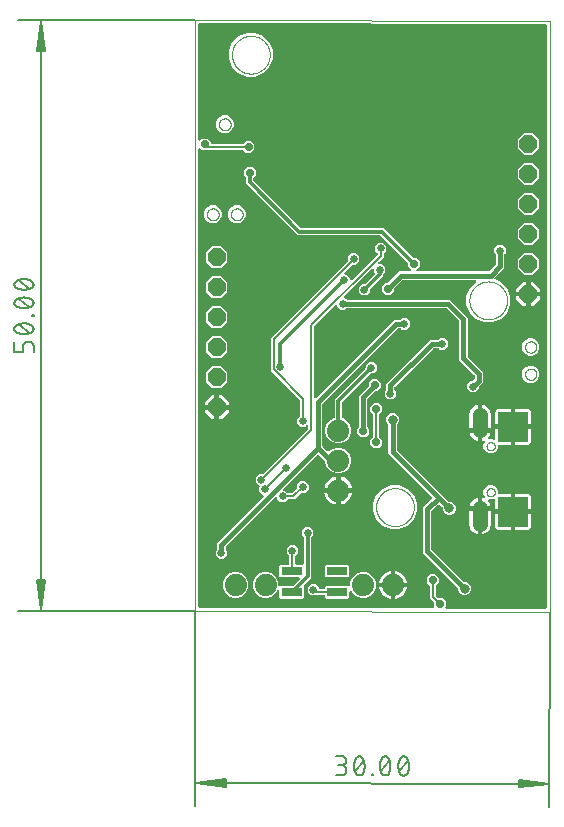
<source format=gbl>
G04 EAGLE Gerber X2 export*
%TF.Part,Single*%
%TF.FileFunction,Other,Bottom layer*%
%TF.FilePolarity,Positive*%
%TF.GenerationSoftware,Autodesk,EAGLE,9.4.2*%
%TF.CreationDate,2019-07-05T01:34:15Z*%
G75*
%MOMM*%
%FSLAX34Y34*%
%LPD*%
%INBottom layer*%
%AMOC8*
5,1,8,0,0,1.08239X$1,22.5*%
G01*
%ADD10C,0.000000*%
%ADD11C,0.130000*%
%ADD12C,0.152400*%
%ADD13R,1.778000X0.762000*%
%ADD14C,1.879600*%
%ADD15C,1.308000*%
%ADD16R,2.500000X2.500000*%
%ADD17P,1.649562X8X202.500000*%
%ADD18C,0.804800*%
%ADD19C,0.704800*%
%ADD20C,0.300000*%
%ADD21C,0.654800*%
%ADD22C,0.200000*%
%ADD23C,0.400000*%

G36*
X296522Y1957D02*
X296522Y1957D01*
X296587Y1956D01*
X296661Y1976D01*
X296737Y1987D01*
X296796Y2014D01*
X296859Y2031D01*
X296924Y2071D01*
X296994Y2103D01*
X297043Y2145D01*
X297099Y2179D01*
X297150Y2236D01*
X297208Y2286D01*
X297244Y2340D01*
X297288Y2389D01*
X297321Y2458D01*
X297363Y2521D01*
X297383Y2584D01*
X297411Y2643D01*
X297422Y2711D01*
X297446Y2791D01*
X297448Y2877D01*
X297459Y2947D01*
X297360Y495867D01*
X297351Y495930D01*
X297352Y495993D01*
X297331Y496069D01*
X297320Y496146D01*
X297294Y496204D01*
X297277Y496265D01*
X297236Y496332D01*
X297204Y496403D01*
X297163Y496451D01*
X297130Y496505D01*
X297071Y496558D01*
X297020Y496618D01*
X296968Y496652D01*
X296921Y496695D01*
X296850Y496729D01*
X296784Y496772D01*
X296724Y496790D01*
X296667Y496818D01*
X296597Y496829D01*
X296515Y496854D01*
X296431Y496855D01*
X296363Y496866D01*
X3542Y497452D01*
X3477Y497443D01*
X3412Y497444D01*
X3338Y497424D01*
X3263Y497413D01*
X3203Y497386D01*
X3140Y497369D01*
X3075Y497329D01*
X3006Y497297D01*
X2956Y497255D01*
X2900Y497221D01*
X2849Y497164D01*
X2791Y497114D01*
X2755Y497060D01*
X2711Y497011D01*
X2678Y496943D01*
X2636Y496879D01*
X2617Y496816D01*
X2588Y496758D01*
X2578Y496689D01*
X2553Y496609D01*
X2552Y496523D01*
X2541Y496453D01*
X2541Y399093D01*
X2545Y399061D01*
X2543Y399029D01*
X2565Y398922D01*
X2581Y398814D01*
X2594Y398785D01*
X2600Y398753D01*
X2652Y398657D01*
X2697Y398557D01*
X2718Y398532D01*
X2733Y398504D01*
X2809Y398426D01*
X2880Y398343D01*
X2907Y398325D01*
X2930Y398302D01*
X3025Y398248D01*
X3116Y398188D01*
X3147Y398179D01*
X3175Y398163D01*
X3281Y398138D01*
X3386Y398106D01*
X3418Y398105D01*
X3449Y398098D01*
X3559Y398104D01*
X3668Y398102D01*
X3699Y398111D01*
X3731Y398112D01*
X3834Y398148D01*
X3940Y398177D01*
X3967Y398194D01*
X3998Y398205D01*
X4071Y398258D01*
X4180Y398325D01*
X4212Y398361D01*
X4247Y398387D01*
X5909Y400049D01*
X10091Y400049D01*
X13049Y397091D01*
X13049Y396524D01*
X13058Y396460D01*
X13057Y396396D01*
X13078Y396321D01*
X13089Y396245D01*
X13115Y396186D01*
X13132Y396124D01*
X13173Y396058D01*
X13205Y395988D01*
X13247Y395939D01*
X13280Y395884D01*
X13338Y395832D01*
X13388Y395774D01*
X13442Y395738D01*
X13490Y395695D01*
X13559Y395662D01*
X13624Y395619D01*
X13686Y395600D01*
X13743Y395572D01*
X13813Y395561D01*
X13894Y395537D01*
X13979Y395536D01*
X14048Y395525D01*
X39971Y395525D01*
X40066Y395538D01*
X40162Y395543D01*
X40205Y395558D01*
X40250Y395565D01*
X40338Y395604D01*
X40428Y395636D01*
X40463Y395661D01*
X40507Y395681D01*
X40604Y395764D01*
X40677Y395817D01*
X42909Y398049D01*
X47091Y398049D01*
X50049Y395091D01*
X50049Y390909D01*
X47091Y387951D01*
X42909Y387951D01*
X40677Y390183D01*
X40601Y390240D01*
X40529Y390305D01*
X40488Y390325D01*
X40452Y390352D01*
X40362Y390386D01*
X40275Y390428D01*
X40233Y390434D01*
X40188Y390451D01*
X40060Y390461D01*
X39971Y390475D01*
X11029Y390475D01*
X10934Y390462D01*
X10838Y390457D01*
X10795Y390442D01*
X10750Y390435D01*
X10662Y390396D01*
X10572Y390364D01*
X10537Y390339D01*
X10493Y390319D01*
X10396Y390236D01*
X10323Y390183D01*
X10091Y389951D01*
X5909Y389951D01*
X4247Y391613D01*
X4221Y391633D01*
X4200Y391657D01*
X4108Y391717D01*
X4021Y391783D01*
X3991Y391794D01*
X3964Y391812D01*
X3859Y391844D01*
X3757Y391882D01*
X3725Y391885D01*
X3694Y391894D01*
X3585Y391896D01*
X3476Y391904D01*
X3444Y391897D01*
X3412Y391898D01*
X3307Y391869D01*
X3200Y391846D01*
X3171Y391831D01*
X3140Y391823D01*
X3047Y391765D01*
X2951Y391714D01*
X2928Y391692D01*
X2900Y391675D01*
X2827Y391593D01*
X2749Y391517D01*
X2733Y391489D01*
X2711Y391465D01*
X2664Y391367D01*
X2610Y391272D01*
X2602Y391240D01*
X2588Y391211D01*
X2574Y391122D01*
X2545Y390997D01*
X2547Y390949D01*
X2541Y390907D01*
X2541Y3533D01*
X2550Y3470D01*
X2549Y3407D01*
X2569Y3331D01*
X2581Y3254D01*
X2607Y3196D01*
X2623Y3135D01*
X2664Y3068D01*
X2697Y2997D01*
X2738Y2949D01*
X2771Y2895D01*
X2829Y2842D01*
X2880Y2782D01*
X2933Y2748D01*
X2980Y2705D01*
X3050Y2671D01*
X3116Y2628D01*
X3177Y2610D01*
X3233Y2582D01*
X3304Y2571D01*
X3386Y2546D01*
X3469Y2545D01*
X3538Y2534D01*
X201308Y2138D01*
X201340Y2143D01*
X201374Y2140D01*
X201480Y2162D01*
X201587Y2177D01*
X201617Y2191D01*
X201650Y2198D01*
X201745Y2249D01*
X201844Y2293D01*
X201869Y2315D01*
X201899Y2330D01*
X201976Y2406D01*
X202059Y2476D01*
X202077Y2504D01*
X202101Y2527D01*
X202154Y2621D01*
X202214Y2712D01*
X202223Y2744D01*
X202240Y2772D01*
X202265Y2878D01*
X202296Y2981D01*
X202297Y3014D01*
X202305Y3047D01*
X202299Y3155D01*
X202301Y3263D01*
X202292Y3295D01*
X202290Y3329D01*
X202255Y3431D01*
X202226Y3535D01*
X202209Y3563D01*
X202198Y3595D01*
X202145Y3668D01*
X202078Y3775D01*
X202042Y3809D01*
X202016Y3844D01*
X201951Y3909D01*
X201951Y7064D01*
X201938Y7159D01*
X201933Y7255D01*
X201918Y7299D01*
X201911Y7344D01*
X201872Y7431D01*
X201840Y7522D01*
X201815Y7556D01*
X201795Y7600D01*
X201712Y7698D01*
X201659Y7771D01*
X198475Y10954D01*
X198475Y20971D01*
X198467Y21031D01*
X198467Y21061D01*
X198461Y21084D01*
X198457Y21162D01*
X198442Y21205D01*
X198435Y21250D01*
X198396Y21338D01*
X198364Y21428D01*
X198339Y21463D01*
X198319Y21507D01*
X198236Y21604D01*
X198183Y21677D01*
X195951Y23909D01*
X195951Y28091D01*
X198909Y31049D01*
X203091Y31049D01*
X206049Y28091D01*
X206049Y23909D01*
X203817Y21677D01*
X203760Y21601D01*
X203695Y21529D01*
X203675Y21488D01*
X203648Y21452D01*
X203614Y21362D01*
X203572Y21275D01*
X203566Y21233D01*
X203549Y21188D01*
X203542Y21106D01*
X203537Y21088D01*
X203536Y21044D01*
X203525Y20971D01*
X203525Y13460D01*
X203538Y13365D01*
X203543Y13269D01*
X203558Y13225D01*
X203565Y13180D01*
X203604Y13093D01*
X203636Y13002D01*
X203661Y12968D01*
X203681Y12924D01*
X203764Y12826D01*
X203817Y12753D01*
X205229Y11341D01*
X205306Y11284D01*
X205377Y11219D01*
X205418Y11199D01*
X205455Y11172D01*
X205545Y11138D01*
X205631Y11096D01*
X205673Y11090D01*
X205719Y11073D01*
X205846Y11063D01*
X205936Y11049D01*
X209091Y11049D01*
X212049Y8091D01*
X212049Y3909D01*
X211961Y3821D01*
X211942Y3796D01*
X211919Y3776D01*
X211858Y3684D01*
X211792Y3596D01*
X211781Y3566D01*
X211764Y3540D01*
X211731Y3435D01*
X211692Y3332D01*
X211690Y3301D01*
X211681Y3271D01*
X211679Y3161D01*
X211671Y3051D01*
X211677Y3020D01*
X211677Y2989D01*
X211706Y2882D01*
X211728Y2774D01*
X211743Y2747D01*
X211751Y2717D01*
X211809Y2623D01*
X211861Y2526D01*
X211882Y2503D01*
X211899Y2477D01*
X211981Y2402D01*
X212057Y2323D01*
X212085Y2308D01*
X212108Y2287D01*
X212207Y2239D01*
X212303Y2184D01*
X212333Y2177D01*
X212361Y2164D01*
X212451Y2149D01*
X212577Y2119D01*
X212625Y2122D01*
X212666Y2115D01*
X296457Y1948D01*
X296522Y1957D01*
G37*
%LPC*%
G36*
X20012Y44201D02*
X20012Y44201D01*
X17201Y47012D01*
X17201Y50988D01*
X18183Y51969D01*
X18240Y52046D01*
X18305Y52117D01*
X18325Y52158D01*
X18352Y52195D01*
X18386Y52285D01*
X18428Y52371D01*
X18434Y52413D01*
X18451Y52458D01*
X18461Y52586D01*
X18475Y52676D01*
X18475Y57460D01*
X20833Y59817D01*
X57439Y96423D01*
X57458Y96449D01*
X57483Y96470D01*
X57543Y96562D01*
X57608Y96649D01*
X57619Y96679D01*
X57637Y96706D01*
X57669Y96811D01*
X57708Y96913D01*
X57710Y96945D01*
X57719Y96976D01*
X57721Y97085D01*
X57729Y97194D01*
X57723Y97226D01*
X57723Y97258D01*
X57694Y97363D01*
X57672Y97470D01*
X57657Y97499D01*
X57648Y97530D01*
X57591Y97623D01*
X57539Y97719D01*
X57517Y97742D01*
X57500Y97770D01*
X57419Y97843D01*
X57343Y97921D01*
X57314Y97937D01*
X57291Y97959D01*
X57192Y98006D01*
X57097Y98060D01*
X57076Y98065D01*
X54201Y100940D01*
X54201Y104968D01*
X54212Y104983D01*
X54235Y105043D01*
X54267Y105099D01*
X54284Y105174D01*
X54312Y105247D01*
X54317Y105311D01*
X54332Y105373D01*
X54328Y105451D01*
X54334Y105528D01*
X54321Y105591D01*
X54317Y105655D01*
X54292Y105728D01*
X54276Y105804D01*
X54246Y105861D01*
X54225Y105922D01*
X54183Y105978D01*
X54144Y106053D01*
X54084Y106114D01*
X54043Y106171D01*
X51201Y109012D01*
X51201Y112988D01*
X54012Y115799D01*
X56814Y115799D01*
X56909Y115812D01*
X57005Y115817D01*
X57049Y115832D01*
X57094Y115839D01*
X57181Y115878D01*
X57272Y115910D01*
X57306Y115935D01*
X57350Y115955D01*
X57448Y116038D01*
X57521Y116091D01*
X95183Y153753D01*
X95240Y153830D01*
X95305Y153901D01*
X95325Y153942D01*
X95352Y153979D01*
X95386Y154069D01*
X95428Y154155D01*
X95434Y154197D01*
X95451Y154243D01*
X95461Y154370D01*
X95475Y154460D01*
X95475Y156276D01*
X95471Y156308D01*
X95473Y156341D01*
X95451Y156448D01*
X95435Y156556D01*
X95422Y156585D01*
X95416Y156617D01*
X95364Y156713D01*
X95319Y156813D01*
X95298Y156837D01*
X95283Y156866D01*
X95207Y156944D01*
X95136Y157027D01*
X95109Y157045D01*
X95086Y157068D01*
X94991Y157121D01*
X94900Y157181D01*
X94869Y157191D01*
X94841Y157207D01*
X94735Y157232D01*
X94630Y157264D01*
X94598Y157264D01*
X94567Y157272D01*
X94457Y157266D01*
X94348Y157267D01*
X94317Y157259D01*
X94285Y157257D01*
X94182Y157221D01*
X94076Y157192D01*
X94049Y157175D01*
X94018Y157165D01*
X93945Y157111D01*
X93836Y157044D01*
X93804Y157008D01*
X93769Y156983D01*
X92988Y156201D01*
X89012Y156201D01*
X86201Y159012D01*
X86201Y162988D01*
X88183Y164969D01*
X88240Y165046D01*
X88305Y165117D01*
X88325Y165158D01*
X88352Y165195D01*
X88386Y165285D01*
X88428Y165371D01*
X88434Y165413D01*
X88451Y165458D01*
X88461Y165586D01*
X88475Y165676D01*
X88475Y178341D01*
X88462Y178436D01*
X88457Y178532D01*
X88442Y178575D01*
X88435Y178620D01*
X88396Y178707D01*
X88364Y178798D01*
X88339Y178833D01*
X88319Y178877D01*
X88236Y178974D01*
X88183Y179047D01*
X63677Y203553D01*
X63677Y231248D01*
X128909Y296479D01*
X128966Y296556D01*
X129031Y296627D01*
X129051Y296668D01*
X129078Y296705D01*
X129112Y296795D01*
X129154Y296881D01*
X129160Y296923D01*
X129177Y296969D01*
X129187Y297096D01*
X129201Y297186D01*
X129201Y299988D01*
X132012Y302799D01*
X135988Y302799D01*
X138799Y299988D01*
X138799Y296012D01*
X135988Y293201D01*
X133186Y293201D01*
X133091Y293188D01*
X132995Y293183D01*
X132951Y293168D01*
X132906Y293161D01*
X132819Y293122D01*
X132728Y293090D01*
X132694Y293065D01*
X132650Y293045D01*
X132552Y292962D01*
X132479Y292909D01*
X126075Y286505D01*
X126056Y286479D01*
X126031Y286458D01*
X125971Y286366D01*
X125906Y286279D01*
X125894Y286249D01*
X125877Y286222D01*
X125845Y286117D01*
X125806Y286015D01*
X125804Y285983D01*
X125794Y285952D01*
X125793Y285843D01*
X125784Y285734D01*
X125791Y285702D01*
X125791Y285670D01*
X125820Y285565D01*
X125842Y285458D01*
X125857Y285429D01*
X125866Y285398D01*
X125923Y285305D01*
X125975Y285209D01*
X125997Y285186D01*
X126014Y285158D01*
X126095Y285085D01*
X126171Y285007D01*
X126199Y284991D01*
X126223Y284969D01*
X126322Y284922D01*
X126417Y284868D01*
X126448Y284860D01*
X126477Y284846D01*
X126566Y284832D01*
X126691Y284803D01*
X126740Y284805D01*
X126782Y284799D01*
X127988Y284799D01*
X130799Y281988D01*
X130799Y280782D01*
X130803Y280750D01*
X130801Y280718D01*
X130823Y280611D01*
X130839Y280502D01*
X130852Y280473D01*
X130858Y280441D01*
X130910Y280345D01*
X130955Y280245D01*
X130976Y280221D01*
X130991Y280193D01*
X131067Y280114D01*
X131138Y280031D01*
X131165Y280014D01*
X131188Y279990D01*
X131283Y279937D01*
X131374Y279877D01*
X131405Y279867D01*
X131433Y279851D01*
X131540Y279826D01*
X131644Y279794D01*
X131676Y279794D01*
X131707Y279786D01*
X131817Y279792D01*
X131926Y279791D01*
X131957Y279799D01*
X131989Y279801D01*
X132092Y279837D01*
X132198Y279866D01*
X132225Y279883D01*
X132256Y279893D01*
X132329Y279947D01*
X132438Y280014D01*
X132470Y280050D01*
X132505Y280075D01*
X154115Y301685D01*
X154153Y301737D01*
X154200Y301782D01*
X154238Y301849D01*
X154284Y301911D01*
X154307Y301971D01*
X154339Y302027D01*
X154356Y302102D01*
X154384Y302175D01*
X154389Y302239D01*
X154404Y302302D01*
X154400Y302379D01*
X154406Y302456D01*
X154392Y302519D01*
X154389Y302583D01*
X154364Y302657D01*
X154348Y302732D01*
X154318Y302789D01*
X154297Y302850D01*
X154255Y302906D01*
X154215Y302981D01*
X154156Y303042D01*
X154115Y303099D01*
X152201Y305012D01*
X152201Y308988D01*
X155012Y311799D01*
X158988Y311799D01*
X161799Y308988D01*
X161799Y305012D01*
X159817Y303031D01*
X159760Y302954D01*
X159695Y302883D01*
X159675Y302842D01*
X159648Y302805D01*
X159614Y302715D01*
X159572Y302629D01*
X159566Y302587D01*
X159549Y302542D01*
X159539Y302414D01*
X159525Y302324D01*
X159525Y299954D01*
X155075Y295505D01*
X155056Y295479D01*
X155031Y295458D01*
X154971Y295366D01*
X154906Y295279D01*
X154894Y295249D01*
X154877Y295222D01*
X154845Y295117D01*
X154806Y295015D01*
X154804Y294983D01*
X154794Y294952D01*
X154793Y294843D01*
X154784Y294734D01*
X154791Y294702D01*
X154791Y294670D01*
X154820Y294565D01*
X154842Y294458D01*
X154857Y294429D01*
X154866Y294398D01*
X154923Y294305D01*
X154975Y294209D01*
X154997Y294186D01*
X155014Y294158D01*
X155095Y294085D01*
X155171Y294007D01*
X155199Y293991D01*
X155223Y293969D01*
X155322Y293922D01*
X155417Y293868D01*
X155448Y293860D01*
X155477Y293846D01*
X155566Y293832D01*
X155691Y293803D01*
X155740Y293805D01*
X155782Y293799D01*
X157988Y293799D01*
X160799Y290988D01*
X160799Y287012D01*
X159317Y285531D01*
X159260Y285454D01*
X159195Y285383D01*
X159175Y285342D01*
X159148Y285305D01*
X159114Y285215D01*
X159072Y285129D01*
X159066Y285087D01*
X159049Y285042D01*
X159039Y284914D01*
X159025Y284824D01*
X159025Y283747D01*
X156960Y281683D01*
X148091Y272814D01*
X148034Y272737D01*
X147969Y272666D01*
X147949Y272625D01*
X147922Y272588D01*
X147888Y272498D01*
X147846Y272412D01*
X147840Y272370D01*
X147823Y272324D01*
X147813Y272197D01*
X147799Y272107D01*
X147799Y270012D01*
X144988Y267201D01*
X141012Y267201D01*
X138201Y270012D01*
X138201Y273988D01*
X141012Y276799D01*
X143107Y276799D01*
X143202Y276812D01*
X143298Y276817D01*
X143341Y276832D01*
X143386Y276839D01*
X143474Y276878D01*
X143565Y276910D01*
X143599Y276935D01*
X143643Y276955D01*
X143741Y277038D01*
X143814Y277091D01*
X151761Y285039D01*
X151777Y285060D01*
X151794Y285075D01*
X151813Y285103D01*
X151846Y285135D01*
X151884Y285203D01*
X151931Y285265D01*
X151947Y285308D01*
X151949Y285311D01*
X151952Y285322D01*
X151953Y285325D01*
X151985Y285381D01*
X152003Y285456D01*
X152030Y285528D01*
X152035Y285592D01*
X152050Y285655D01*
X152046Y285733D01*
X152052Y285810D01*
X152039Y285872D01*
X152036Y285937D01*
X152010Y286010D01*
X151994Y286086D01*
X151964Y286142D01*
X151943Y286203D01*
X151902Y286260D01*
X151862Y286335D01*
X151803Y286396D01*
X151761Y286452D01*
X151201Y287012D01*
X151201Y289218D01*
X151197Y289250D01*
X151199Y289282D01*
X151177Y289389D01*
X151161Y289498D01*
X151148Y289527D01*
X151142Y289559D01*
X151090Y289655D01*
X151045Y289755D01*
X151024Y289779D01*
X151009Y289807D01*
X150933Y289886D01*
X150862Y289969D01*
X150835Y289986D01*
X150812Y290010D01*
X150717Y290063D01*
X150626Y290123D01*
X150595Y290133D01*
X150567Y290149D01*
X150460Y290174D01*
X150356Y290206D01*
X150324Y290206D01*
X150293Y290214D01*
X150183Y290208D01*
X150074Y290209D01*
X150043Y290201D01*
X150011Y290199D01*
X149908Y290163D01*
X149802Y290134D01*
X149775Y290117D01*
X149744Y290107D01*
X149671Y290053D01*
X149562Y289986D01*
X149530Y289950D01*
X149495Y289925D01*
X126075Y266505D01*
X126056Y266479D01*
X126031Y266458D01*
X125971Y266366D01*
X125906Y266279D01*
X125894Y266249D01*
X125877Y266222D01*
X125845Y266117D01*
X125806Y266015D01*
X125804Y265983D01*
X125794Y265952D01*
X125793Y265843D01*
X125784Y265734D01*
X125791Y265702D01*
X125791Y265670D01*
X125820Y265565D01*
X125842Y265458D01*
X125857Y265429D01*
X125866Y265398D01*
X125923Y265305D01*
X125975Y265209D01*
X125997Y265186D01*
X126014Y265158D01*
X126095Y265085D01*
X126171Y265007D01*
X126199Y264991D01*
X126223Y264969D01*
X126322Y264922D01*
X126417Y264868D01*
X126448Y264860D01*
X126477Y264846D01*
X126566Y264832D01*
X126691Y264803D01*
X126740Y264805D01*
X126782Y264799D01*
X126988Y264799D01*
X127969Y263817D01*
X128046Y263760D01*
X128117Y263695D01*
X128158Y263675D01*
X128195Y263648D01*
X128285Y263614D01*
X128371Y263572D01*
X128413Y263566D01*
X128458Y263549D01*
X128586Y263539D01*
X128676Y263525D01*
X215460Y263525D01*
X228167Y250817D01*
X230525Y248460D01*
X230525Y215874D01*
X230538Y215779D01*
X230543Y215683D01*
X230558Y215640D01*
X230565Y215595D01*
X230604Y215507D01*
X230636Y215416D01*
X230661Y215382D01*
X230681Y215338D01*
X230764Y215240D01*
X230817Y215167D01*
X243525Y202460D01*
X243525Y193540D01*
X240091Y190107D01*
X240034Y190030D01*
X239969Y189958D01*
X239949Y189918D01*
X239922Y189881D01*
X239888Y189791D01*
X239846Y189705D01*
X239840Y189663D01*
X239823Y189617D01*
X239813Y189490D01*
X239799Y189400D01*
X239799Y188012D01*
X236988Y185201D01*
X233012Y185201D01*
X230201Y188012D01*
X230201Y191988D01*
X233012Y194799D01*
X234400Y194799D01*
X234495Y194812D01*
X234591Y194817D01*
X234634Y194832D01*
X234679Y194839D01*
X234767Y194878D01*
X234858Y194910D01*
X234892Y194935D01*
X234936Y194955D01*
X235034Y195038D01*
X235107Y195091D01*
X236183Y196167D01*
X236240Y196244D01*
X236305Y196316D01*
X236325Y196356D01*
X236352Y196393D01*
X236386Y196483D01*
X236428Y196569D01*
X236434Y196611D01*
X236451Y196657D01*
X236461Y196784D01*
X236475Y196874D01*
X236475Y199126D01*
X236462Y199221D01*
X236457Y199317D01*
X236442Y199360D01*
X236435Y199405D01*
X236396Y199493D01*
X236364Y199584D01*
X236339Y199618D01*
X236319Y199662D01*
X236236Y199759D01*
X236183Y199833D01*
X223475Y212540D01*
X223475Y245126D01*
X223462Y245221D01*
X223457Y245317D01*
X223442Y245360D01*
X223435Y245405D01*
X223396Y245493D01*
X223364Y245584D01*
X223339Y245618D01*
X223319Y245662D01*
X223236Y245760D01*
X223183Y245833D01*
X212833Y256183D01*
X212756Y256240D01*
X212684Y256305D01*
X212644Y256325D01*
X212607Y256352D01*
X212517Y256386D01*
X212431Y256428D01*
X212389Y256434D01*
X212343Y256451D01*
X212216Y256461D01*
X212126Y256475D01*
X128676Y256475D01*
X128581Y256462D01*
X128484Y256457D01*
X128441Y256442D01*
X128396Y256435D01*
X128309Y256396D01*
X128218Y256364D01*
X128184Y256339D01*
X128139Y256319D01*
X128042Y256236D01*
X127969Y256183D01*
X126988Y255201D01*
X123012Y255201D01*
X120201Y258012D01*
X120201Y258218D01*
X120197Y258250D01*
X120199Y258282D01*
X120177Y258389D01*
X120161Y258498D01*
X120148Y258527D01*
X120142Y258559D01*
X120090Y258655D01*
X120045Y258755D01*
X120024Y258779D01*
X120009Y258807D01*
X119933Y258886D01*
X119862Y258969D01*
X119835Y258986D01*
X119812Y259010D01*
X119717Y259063D01*
X119626Y259123D01*
X119595Y259133D01*
X119567Y259149D01*
X119460Y259174D01*
X119356Y259206D01*
X119324Y259206D01*
X119293Y259214D01*
X119183Y259208D01*
X119074Y259209D01*
X119043Y259201D01*
X119011Y259199D01*
X118908Y259163D01*
X118802Y259134D01*
X118775Y259117D01*
X118744Y259107D01*
X118671Y259053D01*
X118562Y258986D01*
X118530Y258950D01*
X118495Y258925D01*
X100817Y241247D01*
X100760Y241170D01*
X100695Y241099D01*
X100675Y241058D01*
X100648Y241021D01*
X100614Y240931D01*
X100572Y240845D01*
X100566Y240803D01*
X100549Y240757D01*
X100539Y240630D01*
X100525Y240540D01*
X100525Y180922D01*
X100529Y180890D01*
X100527Y180858D01*
X100549Y180751D01*
X100565Y180643D01*
X100578Y180613D01*
X100584Y180582D01*
X100636Y180485D01*
X100681Y180386D01*
X100702Y180361D01*
X100717Y180333D01*
X100793Y180254D01*
X100864Y180171D01*
X100891Y180154D01*
X100914Y180131D01*
X101008Y180077D01*
X101100Y180017D01*
X101131Y180007D01*
X101159Y179992D01*
X101265Y179966D01*
X101370Y179935D01*
X101402Y179934D01*
X101433Y179927D01*
X101543Y179932D01*
X101652Y179931D01*
X101683Y179939D01*
X101715Y179941D01*
X101818Y179977D01*
X101924Y180006D01*
X101951Y180023D01*
X101982Y180034D01*
X102055Y180087D01*
X102164Y180154D01*
X102196Y180190D01*
X102231Y180215D01*
X102833Y180817D01*
X102833Y180818D01*
X168540Y246525D01*
X173324Y246525D01*
X173419Y246538D01*
X173516Y246543D01*
X173559Y246558D01*
X173604Y246565D01*
X173691Y246604D01*
X173782Y246636D01*
X173816Y246661D01*
X173861Y246681D01*
X173958Y246764D01*
X174031Y246817D01*
X175012Y247799D01*
X178988Y247799D01*
X181799Y244988D01*
X181799Y241012D01*
X178988Y238201D01*
X175012Y238201D01*
X174031Y239183D01*
X173954Y239240D01*
X173883Y239305D01*
X173842Y239325D01*
X173805Y239352D01*
X173715Y239386D01*
X173629Y239428D01*
X173587Y239434D01*
X173542Y239451D01*
X173414Y239461D01*
X173324Y239475D01*
X171874Y239475D01*
X171779Y239462D01*
X171683Y239457D01*
X171640Y239442D01*
X171595Y239435D01*
X171507Y239396D01*
X171416Y239364D01*
X171382Y239339D01*
X171338Y239319D01*
X171240Y239236D01*
X171167Y239183D01*
X107817Y175833D01*
X107760Y175756D01*
X107695Y175684D01*
X107675Y175644D01*
X107648Y175607D01*
X107614Y175517D01*
X107572Y175431D01*
X107566Y175389D01*
X107549Y175343D01*
X107539Y175216D01*
X107525Y175126D01*
X107525Y139874D01*
X107538Y139779D01*
X107543Y139683D01*
X107558Y139640D01*
X107565Y139595D01*
X107604Y139507D01*
X107636Y139416D01*
X107661Y139382D01*
X107681Y139338D01*
X107763Y139242D01*
X107786Y139205D01*
X107798Y139193D01*
X107817Y139167D01*
X111862Y135122D01*
X111914Y135084D01*
X111958Y135038D01*
X111992Y135019D01*
X111994Y135018D01*
X112026Y135000D01*
X112088Y134953D01*
X112148Y134930D01*
X112204Y134899D01*
X112279Y134881D01*
X112352Y134854D01*
X112416Y134849D01*
X112478Y134834D01*
X112556Y134838D01*
X112633Y134832D01*
X112696Y134845D01*
X112760Y134848D01*
X112833Y134874D01*
X112909Y134889D01*
X112966Y134920D01*
X113026Y134941D01*
X113083Y134982D01*
X113158Y135022D01*
X113219Y135081D01*
X113275Y135122D01*
X114813Y136660D01*
X118827Y138323D01*
X123173Y138323D01*
X127187Y136660D01*
X130260Y133587D01*
X131923Y129573D01*
X131923Y125227D01*
X130260Y121213D01*
X127187Y118140D01*
X123173Y116477D01*
X118827Y116477D01*
X114813Y118140D01*
X111740Y121213D01*
X110077Y125227D01*
X110077Y126524D01*
X110064Y126619D01*
X110059Y126715D01*
X110044Y126758D01*
X110037Y126803D01*
X109998Y126891D01*
X109966Y126982D01*
X109941Y127016D01*
X109921Y127060D01*
X109838Y127158D01*
X109785Y127231D01*
X104707Y132309D01*
X104655Y132347D01*
X104610Y132393D01*
X104543Y132432D01*
X104481Y132478D01*
X104421Y132501D01*
X104365Y132532D01*
X104290Y132550D01*
X104217Y132578D01*
X104153Y132582D01*
X104091Y132597D01*
X104013Y132593D01*
X103936Y132599D01*
X103873Y132586D01*
X103809Y132583D01*
X103736Y132557D01*
X103660Y132542D01*
X103603Y132512D01*
X103542Y132490D01*
X103486Y132449D01*
X103411Y132409D01*
X103350Y132350D01*
X103293Y132309D01*
X74489Y103505D01*
X74470Y103479D01*
X74445Y103458D01*
X74385Y103366D01*
X74320Y103279D01*
X74309Y103249D01*
X74291Y103222D01*
X74259Y103117D01*
X74220Y103015D01*
X74218Y102983D01*
X74209Y102952D01*
X74207Y102843D01*
X74199Y102734D01*
X74205Y102702D01*
X74205Y102670D01*
X74234Y102565D01*
X74256Y102458D01*
X74271Y102429D01*
X74280Y102398D01*
X74337Y102305D01*
X74389Y102209D01*
X74411Y102186D01*
X74428Y102158D01*
X74509Y102085D01*
X74585Y102007D01*
X74614Y101991D01*
X74637Y101969D01*
X74736Y101922D01*
X74831Y101868D01*
X74862Y101860D01*
X74891Y101846D01*
X74980Y101832D01*
X75105Y101803D01*
X75154Y101805D01*
X75196Y101799D01*
X75988Y101799D01*
X77969Y99817D01*
X78046Y99760D01*
X78117Y99695D01*
X78158Y99675D01*
X78195Y99648D01*
X78285Y99614D01*
X78371Y99572D01*
X78413Y99566D01*
X78458Y99549D01*
X78586Y99539D01*
X78676Y99525D01*
X81540Y99525D01*
X81635Y99538D01*
X81731Y99543D01*
X81775Y99558D01*
X81820Y99565D01*
X81907Y99604D01*
X81998Y99636D01*
X82032Y99661D01*
X82076Y99681D01*
X82174Y99764D01*
X82247Y99817D01*
X85909Y103479D01*
X85966Y103556D01*
X86031Y103627D01*
X86051Y103668D01*
X86078Y103705D01*
X86112Y103795D01*
X86154Y103881D01*
X86160Y103923D01*
X86177Y103969D01*
X86187Y104096D01*
X86201Y104186D01*
X86201Y106988D01*
X89012Y109799D01*
X92988Y109799D01*
X95799Y106988D01*
X95799Y103012D01*
X92988Y100201D01*
X90186Y100201D01*
X90091Y100188D01*
X89995Y100183D01*
X89951Y100168D01*
X89906Y100161D01*
X89819Y100122D01*
X89728Y100090D01*
X89694Y100065D01*
X89650Y100045D01*
X89552Y99962D01*
X89479Y99909D01*
X84046Y94475D01*
X78676Y94475D01*
X78581Y94462D01*
X78484Y94457D01*
X78441Y94442D01*
X78396Y94435D01*
X78309Y94396D01*
X78218Y94364D01*
X78184Y94339D01*
X78139Y94319D01*
X78042Y94236D01*
X77969Y94183D01*
X75988Y92201D01*
X72012Y92201D01*
X69201Y95012D01*
X69201Y95804D01*
X69197Y95836D01*
X69199Y95868D01*
X69177Y95975D01*
X69161Y96083D01*
X69148Y96113D01*
X69142Y96144D01*
X69090Y96241D01*
X69045Y96340D01*
X69024Y96365D01*
X69009Y96393D01*
X68933Y96471D01*
X68862Y96555D01*
X68835Y96572D01*
X68812Y96595D01*
X68717Y96649D01*
X68626Y96709D01*
X68595Y96719D01*
X68567Y96734D01*
X68460Y96760D01*
X68356Y96791D01*
X68324Y96792D01*
X68293Y96799D01*
X68183Y96794D01*
X68074Y96795D01*
X68043Y96787D01*
X68011Y96785D01*
X67908Y96749D01*
X67802Y96720D01*
X67775Y96703D01*
X67744Y96692D01*
X67671Y96639D01*
X67562Y96572D01*
X67530Y96536D01*
X67495Y96511D01*
X25817Y54833D01*
X25760Y54756D01*
X25695Y54684D01*
X25675Y54644D01*
X25648Y54607D01*
X25614Y54517D01*
X25572Y54431D01*
X25566Y54389D01*
X25549Y54343D01*
X25539Y54216D01*
X25525Y54126D01*
X25525Y52676D01*
X25538Y52581D01*
X25543Y52484D01*
X25558Y52441D01*
X25565Y52396D01*
X25604Y52309D01*
X25636Y52218D01*
X25661Y52184D01*
X25681Y52139D01*
X25764Y52042D01*
X25817Y51969D01*
X26799Y50988D01*
X26799Y47012D01*
X23988Y44201D01*
X20012Y44201D01*
G37*
%LPD*%
%LPC*%
G36*
X244312Y244459D02*
X244312Y244459D01*
X237497Y247282D01*
X232282Y252497D01*
X229459Y259312D01*
X229459Y266688D01*
X232282Y273502D01*
X237549Y278769D01*
X237568Y278795D01*
X237593Y278816D01*
X237653Y278908D01*
X237718Y278995D01*
X237730Y279025D01*
X237747Y279052D01*
X237779Y279157D01*
X237818Y279259D01*
X237820Y279291D01*
X237830Y279322D01*
X237831Y279431D01*
X237840Y279540D01*
X237833Y279572D01*
X237833Y279604D01*
X237804Y279709D01*
X237782Y279816D01*
X237767Y279845D01*
X237758Y279876D01*
X237701Y279969D01*
X237649Y280065D01*
X237627Y280088D01*
X237610Y280116D01*
X237529Y280189D01*
X237453Y280267D01*
X237425Y280283D01*
X237401Y280305D01*
X237302Y280352D01*
X237207Y280406D01*
X237176Y280414D01*
X237147Y280428D01*
X237058Y280442D01*
X236933Y280471D01*
X236884Y280469D01*
X236842Y280475D01*
X175874Y280475D01*
X175779Y280462D01*
X175683Y280457D01*
X175640Y280442D01*
X175595Y280435D01*
X175507Y280396D01*
X175416Y280364D01*
X175382Y280339D01*
X175338Y280319D01*
X175240Y280236D01*
X175167Y280183D01*
X168341Y273357D01*
X168284Y273280D01*
X168219Y273208D01*
X168199Y273168D01*
X168172Y273131D01*
X168138Y273041D01*
X168096Y272955D01*
X168090Y272913D01*
X168073Y272867D01*
X168063Y272740D01*
X168049Y272650D01*
X168049Y270909D01*
X165091Y267951D01*
X160909Y267951D01*
X157951Y270909D01*
X157951Y275091D01*
X160909Y278049D01*
X162650Y278049D01*
X162745Y278062D01*
X162841Y278067D01*
X162884Y278082D01*
X162929Y278089D01*
X163017Y278128D01*
X163108Y278160D01*
X163142Y278185D01*
X163186Y278205D01*
X163284Y278288D01*
X163357Y278341D01*
X172540Y287525D01*
X181923Y287525D01*
X181955Y287529D01*
X181987Y287527D01*
X182094Y287549D01*
X182202Y287565D01*
X182231Y287578D01*
X182263Y287584D01*
X182359Y287636D01*
X182459Y287681D01*
X182484Y287702D01*
X182512Y287717D01*
X182590Y287793D01*
X182673Y287864D01*
X182691Y287891D01*
X182714Y287914D01*
X182768Y288009D01*
X182828Y288100D01*
X182837Y288131D01*
X182853Y288159D01*
X182878Y288265D01*
X182910Y288370D01*
X182911Y288402D01*
X182918Y288433D01*
X182912Y288543D01*
X182914Y288652D01*
X182905Y288683D01*
X182904Y288715D01*
X182868Y288818D01*
X182839Y288924D01*
X182822Y288951D01*
X182811Y288982D01*
X182758Y289055D01*
X182691Y289164D01*
X182655Y289196D01*
X182629Y289231D01*
X179951Y291909D01*
X179951Y294357D01*
X179938Y294452D01*
X179933Y294548D01*
X179918Y294591D01*
X179911Y294636D01*
X179872Y294724D01*
X179840Y294815D01*
X179815Y294849D01*
X179795Y294893D01*
X179712Y294991D01*
X179659Y295064D01*
X157040Y317683D01*
X156963Y317740D01*
X156892Y317805D01*
X156851Y317825D01*
X156814Y317852D01*
X156724Y317886D01*
X156638Y317928D01*
X156596Y317934D01*
X156550Y317951D01*
X156423Y317961D01*
X156333Y317975D01*
X86747Y317975D01*
X42975Y361747D01*
X42975Y366471D01*
X42962Y366566D01*
X42957Y366662D01*
X42942Y366705D01*
X42935Y366750D01*
X42896Y366838D01*
X42864Y366928D01*
X42839Y366963D01*
X42819Y367007D01*
X42736Y367104D01*
X42683Y367177D01*
X40951Y368909D01*
X40951Y373091D01*
X43909Y376049D01*
X48091Y376049D01*
X51049Y373091D01*
X51049Y368909D01*
X49317Y367177D01*
X49260Y367101D01*
X49195Y367029D01*
X49175Y366988D01*
X49148Y366952D01*
X49114Y366862D01*
X49072Y366775D01*
X49066Y366733D01*
X49049Y366688D01*
X49039Y366560D01*
X49025Y366471D01*
X49025Y364667D01*
X49034Y364604D01*
X49033Y364548D01*
X49041Y364519D01*
X49043Y364476D01*
X49058Y364433D01*
X49065Y364388D01*
X49097Y364315D01*
X49108Y364276D01*
X49118Y364260D01*
X49136Y364209D01*
X49161Y364175D01*
X49181Y364131D01*
X49242Y364059D01*
X49256Y364036D01*
X49274Y364020D01*
X49317Y363960D01*
X88960Y324317D01*
X89037Y324260D01*
X89108Y324195D01*
X89149Y324175D01*
X89186Y324148D01*
X89276Y324114D01*
X89362Y324072D01*
X89404Y324066D01*
X89450Y324049D01*
X89577Y324039D01*
X89667Y324025D01*
X159253Y324025D01*
X183936Y299341D01*
X184013Y299284D01*
X184084Y299219D01*
X184125Y299199D01*
X184162Y299172D01*
X184252Y299138D01*
X184338Y299096D01*
X184380Y299090D01*
X184426Y299073D01*
X184553Y299063D01*
X184643Y299049D01*
X187091Y299049D01*
X190049Y296091D01*
X190049Y291909D01*
X187371Y289231D01*
X187351Y289205D01*
X187327Y289184D01*
X187267Y289092D01*
X187201Y289005D01*
X187190Y288975D01*
X187172Y288948D01*
X187140Y288843D01*
X187102Y288741D01*
X187099Y288709D01*
X187090Y288678D01*
X187088Y288569D01*
X187080Y288460D01*
X187087Y288428D01*
X187086Y288396D01*
X187115Y288291D01*
X187138Y288184D01*
X187153Y288155D01*
X187161Y288124D01*
X187219Y288031D01*
X187270Y287935D01*
X187292Y287912D01*
X187309Y287884D01*
X187391Y287811D01*
X187467Y287733D01*
X187495Y287717D01*
X187519Y287695D01*
X187617Y287648D01*
X187712Y287594D01*
X187744Y287586D01*
X187773Y287572D01*
X187862Y287558D01*
X187987Y287529D01*
X188035Y287531D01*
X188077Y287525D01*
X248126Y287525D01*
X248221Y287538D01*
X248317Y287543D01*
X248360Y287558D01*
X248405Y287565D01*
X248493Y287604D01*
X248584Y287636D01*
X248618Y287661D01*
X248662Y287681D01*
X248760Y287764D01*
X248833Y287817D01*
X254183Y293167D01*
X254240Y293244D01*
X254305Y293316D01*
X254325Y293356D01*
X254352Y293393D01*
X254386Y293483D01*
X254428Y293569D01*
X254434Y293611D01*
X254451Y293657D01*
X254461Y293784D01*
X254475Y293874D01*
X254475Y301324D01*
X254462Y301419D01*
X254457Y301516D01*
X254442Y301559D01*
X254435Y301604D01*
X254396Y301691D01*
X254364Y301782D01*
X254339Y301816D01*
X254319Y301861D01*
X254236Y301958D01*
X254183Y302031D01*
X253201Y303012D01*
X253201Y306988D01*
X256012Y309799D01*
X259988Y309799D01*
X262799Y306988D01*
X262799Y303012D01*
X261817Y302031D01*
X261760Y301954D01*
X261695Y301883D01*
X261675Y301842D01*
X261648Y301805D01*
X261614Y301715D01*
X261572Y301629D01*
X261566Y301587D01*
X261549Y301542D01*
X261539Y301414D01*
X261525Y301324D01*
X261525Y290540D01*
X259167Y288183D01*
X253338Y282353D01*
X253266Y282258D01*
X253191Y282167D01*
X253182Y282146D01*
X253168Y282127D01*
X253126Y282016D01*
X253080Y281907D01*
X253077Y281885D01*
X253069Y281863D01*
X253060Y281745D01*
X253045Y281628D01*
X253049Y281605D01*
X253047Y281582D01*
X253071Y281466D01*
X253090Y281349D01*
X253100Y281328D01*
X253105Y281306D01*
X253160Y281202D01*
X253211Y281094D01*
X253226Y281077D01*
X253237Y281057D01*
X253320Y280972D01*
X253399Y280884D01*
X253417Y280872D01*
X253434Y280855D01*
X253596Y280763D01*
X253662Y280723D01*
X258503Y278718D01*
X263718Y273503D01*
X266541Y266688D01*
X266541Y259312D01*
X263718Y252497D01*
X258503Y247282D01*
X251688Y244459D01*
X244312Y244459D01*
G37*
%LPD*%
%LPC*%
G36*
X226896Y13451D02*
X226896Y13451D01*
X224857Y14296D01*
X223296Y15857D01*
X222451Y17896D01*
X222451Y19150D01*
X222438Y19245D01*
X222433Y19341D01*
X222418Y19384D01*
X222411Y19429D01*
X222372Y19517D01*
X222340Y19608D01*
X222315Y19642D01*
X222295Y19686D01*
X222212Y19784D01*
X222159Y19857D01*
X192475Y49540D01*
X192475Y87460D01*
X194833Y89817D01*
X200309Y95293D01*
X200347Y95345D01*
X200393Y95390D01*
X200431Y95457D01*
X200478Y95519D01*
X200501Y95579D01*
X200532Y95635D01*
X200550Y95710D01*
X200578Y95783D01*
X200582Y95847D01*
X200597Y95909D01*
X200593Y95987D01*
X200599Y96064D01*
X200586Y96127D01*
X200583Y96191D01*
X200557Y96264D01*
X200542Y96340D01*
X200512Y96397D01*
X200490Y96458D01*
X200449Y96514D01*
X200409Y96589D01*
X200350Y96650D01*
X200309Y96707D01*
X165833Y131183D01*
X163475Y133540D01*
X163475Y157264D01*
X163462Y157359D01*
X163457Y157455D01*
X163442Y157498D01*
X163435Y157543D01*
X163396Y157630D01*
X163364Y157721D01*
X163339Y157756D01*
X163319Y157800D01*
X163236Y157897D01*
X163183Y157970D01*
X162296Y158857D01*
X161451Y160896D01*
X161451Y163104D01*
X162296Y165143D01*
X163857Y166704D01*
X165896Y167549D01*
X168104Y167549D01*
X170143Y166704D01*
X171704Y165143D01*
X172549Y163104D01*
X172549Y160896D01*
X171704Y158857D01*
X170817Y157970D01*
X170760Y157894D01*
X170695Y157822D01*
X170675Y157781D01*
X170648Y157745D01*
X170614Y157655D01*
X170572Y157568D01*
X170566Y157526D01*
X170549Y157481D01*
X170539Y157353D01*
X170525Y157264D01*
X170525Y136874D01*
X170538Y136779D01*
X170543Y136683D01*
X170558Y136640D01*
X170565Y136595D01*
X170604Y136507D01*
X170636Y136416D01*
X170661Y136382D01*
X170681Y136338D01*
X170760Y136245D01*
X170784Y136207D01*
X170798Y136194D01*
X170817Y136167D01*
X207167Y99817D01*
X209817Y97167D01*
X214143Y92841D01*
X214220Y92784D01*
X214291Y92719D01*
X214332Y92699D01*
X214369Y92672D01*
X214459Y92638D01*
X214545Y92596D01*
X214587Y92590D01*
X214633Y92573D01*
X214760Y92563D01*
X214850Y92549D01*
X216104Y92549D01*
X218143Y91704D01*
X219704Y90143D01*
X220549Y88104D01*
X220549Y85896D01*
X219704Y83857D01*
X218143Y82296D01*
X216104Y81451D01*
X213896Y81451D01*
X211857Y82296D01*
X210296Y83857D01*
X209451Y85896D01*
X209451Y87150D01*
X209438Y87245D01*
X209433Y87341D01*
X209418Y87384D01*
X209411Y87429D01*
X209372Y87517D01*
X209340Y87608D01*
X209315Y87642D01*
X209295Y87686D01*
X209212Y87784D01*
X209159Y87857D01*
X206707Y90309D01*
X206655Y90347D01*
X206610Y90393D01*
X206543Y90432D01*
X206481Y90478D01*
X206421Y90501D01*
X206365Y90532D01*
X206290Y90550D01*
X206217Y90578D01*
X206153Y90582D01*
X206091Y90597D01*
X206013Y90593D01*
X205936Y90599D01*
X205873Y90586D01*
X205809Y90583D01*
X205736Y90557D01*
X205660Y90542D01*
X205603Y90512D01*
X205542Y90490D01*
X205486Y90449D01*
X205411Y90409D01*
X205350Y90350D01*
X205293Y90309D01*
X199817Y84833D01*
X199760Y84756D01*
X199695Y84685D01*
X199675Y84644D01*
X199648Y84607D01*
X199614Y84517D01*
X199572Y84431D01*
X199566Y84389D01*
X199549Y84343D01*
X199539Y84216D01*
X199525Y84126D01*
X199525Y52874D01*
X199533Y52813D01*
X199533Y52782D01*
X199539Y52759D01*
X199543Y52683D01*
X199558Y52640D01*
X199565Y52595D01*
X199604Y52507D01*
X199636Y52416D01*
X199661Y52382D01*
X199681Y52338D01*
X199764Y52240D01*
X199817Y52167D01*
X227143Y24841D01*
X227220Y24784D01*
X227292Y24719D01*
X227332Y24699D01*
X227369Y24672D01*
X227459Y24638D01*
X227545Y24596D01*
X227587Y24590D01*
X227633Y24573D01*
X227760Y24563D01*
X227850Y24549D01*
X229104Y24549D01*
X231143Y23704D01*
X232704Y22143D01*
X233549Y20104D01*
X233549Y17896D01*
X232704Y15857D01*
X231143Y14296D01*
X229104Y13451D01*
X226896Y13451D01*
G37*
%LPD*%
%LPC*%
G36*
X72008Y10565D02*
X72008Y10565D01*
X71115Y11458D01*
X71115Y16717D01*
X71103Y16803D01*
X71100Y16890D01*
X71083Y16942D01*
X71075Y16996D01*
X71040Y17075D01*
X71013Y17158D01*
X70982Y17203D01*
X70959Y17253D01*
X70903Y17319D01*
X70854Y17391D01*
X70812Y17426D01*
X70776Y17468D01*
X70703Y17515D01*
X70636Y17570D01*
X70586Y17592D01*
X70540Y17622D01*
X70457Y17647D01*
X70377Y17682D01*
X70323Y17688D01*
X70270Y17704D01*
X70183Y17706D01*
X70097Y17716D01*
X70043Y17707D01*
X69988Y17708D01*
X69904Y17685D01*
X69819Y17671D01*
X69769Y17648D01*
X69716Y17633D01*
X69642Y17587D01*
X69564Y17550D01*
X69523Y17514D01*
X69476Y17485D01*
X69418Y17420D01*
X69353Y17363D01*
X69327Y17319D01*
X69287Y17276D01*
X69238Y17173D01*
X69193Y17100D01*
X68660Y15813D01*
X65587Y12740D01*
X61573Y11077D01*
X57227Y11077D01*
X53213Y12740D01*
X50140Y15813D01*
X48477Y19827D01*
X48477Y24173D01*
X50140Y28187D01*
X53213Y31260D01*
X57227Y32923D01*
X61573Y32923D01*
X65587Y31260D01*
X68660Y28187D01*
X70323Y24173D01*
X70323Y21961D01*
X70327Y21929D01*
X70325Y21897D01*
X70347Y21790D01*
X70363Y21682D01*
X70376Y21653D01*
X70382Y21621D01*
X70434Y21525D01*
X70479Y21425D01*
X70500Y21401D01*
X70515Y21372D01*
X70591Y21294D01*
X70662Y21211D01*
X70689Y21193D01*
X70712Y21170D01*
X70807Y21116D01*
X70898Y21057D01*
X70929Y21047D01*
X70957Y21031D01*
X71063Y21006D01*
X71168Y20974D01*
X71200Y20974D01*
X71232Y20966D01*
X71341Y20972D01*
X71450Y20970D01*
X71481Y20979D01*
X71513Y20981D01*
X71616Y21016D01*
X71722Y21046D01*
X71749Y21063D01*
X71780Y21073D01*
X71853Y21127D01*
X71962Y21194D01*
X71994Y21230D01*
X72001Y21235D01*
X82173Y21235D01*
X82268Y21248D01*
X82364Y21253D01*
X82407Y21268D01*
X82452Y21275D01*
X82540Y21314D01*
X82631Y21346D01*
X82665Y21371D01*
X82709Y21391D01*
X82807Y21474D01*
X82880Y21527D01*
X88212Y26859D01*
X88231Y26885D01*
X88256Y26906D01*
X88316Y26998D01*
X88381Y27085D01*
X88393Y27115D01*
X88410Y27142D01*
X88442Y27247D01*
X88481Y27349D01*
X88483Y27381D01*
X88493Y27412D01*
X88494Y27521D01*
X88502Y27630D01*
X88496Y27662D01*
X88496Y27694D01*
X88467Y27799D01*
X88445Y27906D01*
X88430Y27935D01*
X88421Y27966D01*
X88364Y28059D01*
X88312Y28155D01*
X88290Y28178D01*
X88273Y28206D01*
X88192Y28279D01*
X88116Y28357D01*
X88088Y28373D01*
X88064Y28395D01*
X87965Y28442D01*
X87870Y28496D01*
X87839Y28504D01*
X87810Y28518D01*
X87721Y28532D01*
X87596Y28561D01*
X87547Y28559D01*
X87505Y28565D01*
X72008Y28565D01*
X71115Y29458D01*
X71115Y38342D01*
X72008Y39235D01*
X78476Y39235D01*
X78540Y39244D01*
X78604Y39243D01*
X78679Y39264D01*
X78755Y39275D01*
X78814Y39301D01*
X78876Y39318D01*
X78942Y39359D01*
X79012Y39391D01*
X79061Y39433D01*
X79116Y39466D01*
X79168Y39524D01*
X79226Y39574D01*
X79262Y39628D01*
X79305Y39676D01*
X79338Y39745D01*
X79381Y39810D01*
X79400Y39872D01*
X79428Y39929D01*
X79439Y39999D01*
X79463Y40080D01*
X79464Y40165D01*
X79475Y40234D01*
X79475Y46324D01*
X79462Y46419D01*
X79457Y46516D01*
X79442Y46559D01*
X79435Y46604D01*
X79396Y46691D01*
X79364Y46782D01*
X79339Y46816D01*
X79319Y46861D01*
X79236Y46958D01*
X79183Y47031D01*
X77201Y49012D01*
X77201Y52988D01*
X80012Y55799D01*
X83988Y55799D01*
X86799Y52988D01*
X86799Y49012D01*
X84817Y47031D01*
X84760Y46954D01*
X84695Y46883D01*
X84675Y46842D01*
X84648Y46805D01*
X84614Y46715D01*
X84572Y46629D01*
X84566Y46587D01*
X84549Y46542D01*
X84539Y46414D01*
X84525Y46324D01*
X84525Y40234D01*
X84534Y40170D01*
X84533Y40106D01*
X84554Y40031D01*
X84565Y39955D01*
X84591Y39896D01*
X84608Y39834D01*
X84649Y39768D01*
X84681Y39698D01*
X84723Y39649D01*
X84756Y39594D01*
X84814Y39542D01*
X84864Y39484D01*
X84918Y39448D01*
X84966Y39405D01*
X85035Y39372D01*
X85100Y39329D01*
X85162Y39310D01*
X85219Y39282D01*
X85289Y39271D01*
X85370Y39247D01*
X85455Y39246D01*
X85524Y39235D01*
X90976Y39235D01*
X91040Y39244D01*
X91104Y39243D01*
X91179Y39264D01*
X91255Y39275D01*
X91314Y39301D01*
X91376Y39318D01*
X91442Y39359D01*
X91512Y39391D01*
X91561Y39433D01*
X91616Y39466D01*
X91668Y39524D01*
X91726Y39574D01*
X91762Y39628D01*
X91805Y39676D01*
X91838Y39745D01*
X91881Y39810D01*
X91900Y39872D01*
X91928Y39929D01*
X91939Y39999D01*
X91963Y40080D01*
X91964Y40165D01*
X91975Y40234D01*
X91975Y61824D01*
X91962Y61919D01*
X91957Y62016D01*
X91942Y62059D01*
X91935Y62104D01*
X91896Y62191D01*
X91864Y62282D01*
X91839Y62316D01*
X91819Y62361D01*
X91736Y62458D01*
X91683Y62531D01*
X90201Y64012D01*
X90201Y67988D01*
X93012Y70799D01*
X96988Y70799D01*
X99799Y67988D01*
X99799Y64012D01*
X98317Y62531D01*
X98260Y62454D01*
X98195Y62383D01*
X98175Y62342D01*
X98148Y62305D01*
X98114Y62215D01*
X98072Y62129D01*
X98066Y62087D01*
X98049Y62042D01*
X98039Y61914D01*
X98025Y61824D01*
X98025Y28117D01*
X91804Y21896D01*
X91765Y21845D01*
X91719Y21800D01*
X91681Y21732D01*
X91634Y21670D01*
X91612Y21610D01*
X91580Y21554D01*
X91562Y21479D01*
X91535Y21406D01*
X91530Y21342D01*
X91515Y21280D01*
X91519Y21202D01*
X91513Y21125D01*
X91526Y21062D01*
X91529Y20998D01*
X91555Y20925D01*
X91571Y20849D01*
X91601Y20792D01*
X91622Y20732D01*
X91663Y20675D01*
X91703Y20600D01*
X91762Y20539D01*
X91804Y20483D01*
X91945Y20342D01*
X91945Y11458D01*
X91052Y10565D01*
X72008Y10565D01*
G37*
%LPD*%
%LPC*%
G36*
X165312Y69459D02*
X165312Y69459D01*
X158497Y72282D01*
X153282Y77497D01*
X150459Y84312D01*
X150459Y91688D01*
X153282Y98503D01*
X158497Y103718D01*
X165312Y106541D01*
X172688Y106541D01*
X179503Y103718D01*
X184718Y98503D01*
X187541Y91688D01*
X187541Y84312D01*
X184718Y77497D01*
X179503Y72282D01*
X172688Y69459D01*
X165312Y69459D01*
G37*
%LPD*%
%LPC*%
G36*
X43312Y452459D02*
X43312Y452459D01*
X36497Y455282D01*
X31282Y460497D01*
X28459Y467312D01*
X28459Y474688D01*
X31282Y481503D01*
X36497Y486718D01*
X43312Y489541D01*
X50688Y489541D01*
X57503Y486718D01*
X62718Y481503D01*
X65541Y474688D01*
X65541Y467312D01*
X62718Y460497D01*
X57503Y455282D01*
X50688Y452459D01*
X43312Y452459D01*
G37*
%LPD*%
%LPC*%
G36*
X248798Y133459D02*
X248798Y133459D01*
X246578Y134379D01*
X244879Y136078D01*
X243959Y138298D01*
X243959Y140702D01*
X244884Y142933D01*
X244892Y142965D01*
X244907Y142994D01*
X244927Y143101D01*
X244954Y143207D01*
X244953Y143239D01*
X244959Y143271D01*
X244948Y143380D01*
X244945Y143488D01*
X244935Y143519D01*
X244932Y143552D01*
X244891Y143653D01*
X244857Y143757D01*
X244839Y143783D01*
X244827Y143814D01*
X244760Y143899D01*
X244698Y143990D01*
X244673Y144010D01*
X244653Y144036D01*
X244565Y144100D01*
X244481Y144169D01*
X244451Y144182D01*
X244425Y144201D01*
X244322Y144237D01*
X244222Y144280D01*
X244189Y144284D01*
X244159Y144295D01*
X244050Y144302D01*
X243942Y144315D01*
X243910Y144310D01*
X243877Y144312D01*
X243789Y144290D01*
X243781Y144289D01*
X243745Y144287D01*
X242999Y144139D01*
X242999Y151001D01*
X249861Y151001D01*
X249732Y150351D01*
X249047Y148699D01*
X248047Y147202D01*
X248045Y147200D01*
X247985Y147109D01*
X247920Y147021D01*
X247908Y146991D01*
X247890Y146964D01*
X247858Y146860D01*
X247820Y146758D01*
X247817Y146725D01*
X247808Y146694D01*
X247806Y146585D01*
X247798Y146476D01*
X247805Y146445D01*
X247804Y146412D01*
X247833Y146307D01*
X247855Y146200D01*
X247871Y146172D01*
X247879Y146140D01*
X247937Y146047D01*
X247988Y145951D01*
X248010Y145928D01*
X248028Y145900D01*
X248108Y145827D01*
X248184Y145749D01*
X248213Y145733D01*
X248237Y145711D01*
X248335Y145664D01*
X248430Y145610D01*
X248461Y145602D01*
X248491Y145588D01*
X248580Y145574D01*
X248704Y145545D01*
X248753Y145547D01*
X248795Y145541D01*
X251202Y145541D01*
X252578Y144971D01*
X252692Y144941D01*
X252806Y144907D01*
X252829Y144906D01*
X252851Y144901D01*
X252969Y144904D01*
X253088Y144903D01*
X253110Y144909D01*
X253133Y144910D01*
X253245Y144946D01*
X253360Y144978D01*
X253379Y144990D01*
X253401Y144997D01*
X253499Y145064D01*
X253600Y145126D01*
X253615Y145143D01*
X253634Y145156D01*
X253709Y145248D01*
X253789Y145336D01*
X253799Y145356D01*
X253813Y145374D01*
X253860Y145483D01*
X253912Y145589D01*
X253915Y145611D01*
X253925Y145633D01*
X253947Y145818D01*
X253959Y145894D01*
X253959Y154001D01*
X258807Y154001D01*
X258809Y154001D01*
X258811Y154001D01*
X258952Y154021D01*
X259087Y154041D01*
X259088Y154041D01*
X259090Y154042D01*
X259219Y154100D01*
X259344Y154157D01*
X259345Y154158D01*
X259347Y154159D01*
X259453Y154250D01*
X259558Y154340D01*
X259559Y154342D01*
X259561Y154343D01*
X259635Y154457D01*
X259712Y154576D01*
X259713Y154578D01*
X259714Y154580D01*
X259723Y154610D01*
X259795Y154846D01*
X259795Y154862D01*
X259799Y154876D01*
X259924Y155876D01*
X259921Y156035D01*
X259924Y156124D01*
X259799Y157124D01*
X259798Y157126D01*
X259799Y157128D01*
X259761Y157263D01*
X259725Y157396D01*
X259724Y157398D01*
X259723Y157400D01*
X259649Y157521D01*
X259578Y157637D01*
X259576Y157638D01*
X259575Y157640D01*
X259471Y157733D01*
X259369Y157826D01*
X259367Y157827D01*
X259366Y157829D01*
X259243Y157888D01*
X259116Y157950D01*
X259114Y157951D01*
X259112Y157952D01*
X259082Y157956D01*
X258838Y157999D01*
X258822Y157997D01*
X258807Y157999D01*
X253959Y157999D01*
X253959Y168835D01*
X254132Y169481D01*
X254467Y170060D01*
X254940Y170533D01*
X255519Y170868D01*
X256165Y171041D01*
X267001Y171041D01*
X267001Y164040D01*
X267010Y163976D01*
X267009Y163912D01*
X267030Y163837D01*
X267041Y163761D01*
X267067Y163702D01*
X267084Y163640D01*
X267125Y163574D01*
X267157Y163504D01*
X267199Y163455D01*
X267232Y163400D01*
X267290Y163348D01*
X267340Y163290D01*
X267394Y163254D01*
X267442Y163211D01*
X267511Y163178D01*
X267576Y163135D01*
X267638Y163116D01*
X267695Y163088D01*
X267765Y163077D01*
X267846Y163053D01*
X267931Y163052D01*
X268000Y163041D01*
X270000Y163041D01*
X270064Y163050D01*
X270128Y163049D01*
X270203Y163070D01*
X270279Y163081D01*
X270338Y163107D01*
X270400Y163124D01*
X270466Y163165D01*
X270536Y163197D01*
X270585Y163239D01*
X270640Y163272D01*
X270692Y163330D01*
X270750Y163380D01*
X270786Y163434D01*
X270829Y163482D01*
X270862Y163551D01*
X270905Y163616D01*
X270924Y163678D01*
X270952Y163735D01*
X270962Y163805D01*
X270987Y163886D01*
X270988Y163971D01*
X270999Y164040D01*
X270999Y171041D01*
X281835Y171041D01*
X282481Y170868D01*
X283060Y170533D01*
X283533Y170060D01*
X283868Y169481D01*
X284041Y168835D01*
X284041Y157999D01*
X279193Y157999D01*
X279191Y157999D01*
X279189Y157999D01*
X279048Y157979D01*
X278913Y157959D01*
X278912Y157959D01*
X278910Y157958D01*
X278781Y157899D01*
X278656Y157843D01*
X278655Y157842D01*
X278653Y157841D01*
X278547Y157750D01*
X278442Y157660D01*
X278441Y157658D01*
X278439Y157657D01*
X278365Y157543D01*
X278288Y157424D01*
X278287Y157422D01*
X278286Y157420D01*
X278277Y157390D01*
X278205Y157154D01*
X278205Y157138D01*
X278201Y157124D01*
X278076Y156124D01*
X278079Y155965D01*
X278076Y155876D01*
X278201Y154876D01*
X278202Y154874D01*
X278201Y154872D01*
X278239Y154737D01*
X278275Y154604D01*
X278276Y154602D01*
X278277Y154600D01*
X278350Y154482D01*
X278422Y154363D01*
X278424Y154362D01*
X278425Y154360D01*
X278527Y154268D01*
X278631Y154174D01*
X278633Y154173D01*
X278634Y154171D01*
X278757Y154112D01*
X278884Y154050D01*
X278886Y154049D01*
X278888Y154048D01*
X278918Y154044D01*
X279162Y154001D01*
X279178Y154003D01*
X279193Y154001D01*
X284041Y154001D01*
X284041Y143165D01*
X283868Y142519D01*
X283533Y141940D01*
X283060Y141467D01*
X282481Y141132D01*
X281835Y140959D01*
X270999Y140959D01*
X270999Y147960D01*
X270990Y148024D01*
X270991Y148088D01*
X270970Y148163D01*
X270959Y148239D01*
X270933Y148298D01*
X270916Y148360D01*
X270875Y148426D01*
X270843Y148496D01*
X270801Y148545D01*
X270768Y148600D01*
X270710Y148652D01*
X270660Y148710D01*
X270606Y148746D01*
X270558Y148789D01*
X270489Y148822D01*
X270424Y148865D01*
X270362Y148884D01*
X270305Y148912D01*
X270235Y148923D01*
X270154Y148947D01*
X270069Y148948D01*
X270000Y148959D01*
X268000Y148959D01*
X267936Y148950D01*
X267872Y148951D01*
X267797Y148930D01*
X267721Y148919D01*
X267662Y148893D01*
X267600Y148876D01*
X267534Y148835D01*
X267464Y148803D01*
X267415Y148761D01*
X267360Y148728D01*
X267308Y148670D01*
X267250Y148620D01*
X267214Y148566D01*
X267171Y148518D01*
X267138Y148449D01*
X267095Y148384D01*
X267076Y148322D01*
X267048Y148265D01*
X267037Y148195D01*
X267013Y148114D01*
X267012Y148029D01*
X267001Y147960D01*
X267001Y140959D01*
X257040Y140959D01*
X256976Y140950D01*
X256912Y140951D01*
X256837Y140930D01*
X256761Y140919D01*
X256702Y140893D01*
X256640Y140876D01*
X256574Y140835D01*
X256504Y140803D01*
X256455Y140761D01*
X256400Y140728D01*
X256348Y140670D01*
X256290Y140620D01*
X256254Y140566D01*
X256211Y140518D01*
X256178Y140449D01*
X256135Y140384D01*
X256116Y140322D01*
X256088Y140265D01*
X256077Y140195D01*
X256053Y140114D01*
X256052Y140029D01*
X256041Y139960D01*
X256041Y138298D01*
X255121Y136078D01*
X253422Y134379D01*
X251202Y133459D01*
X248798Y133459D01*
G37*
%LPD*%
%LPC*%
G36*
X256165Y68959D02*
X256165Y68959D01*
X255519Y69132D01*
X254940Y69467D01*
X254467Y69940D01*
X254132Y70519D01*
X253959Y71165D01*
X253959Y82001D01*
X258960Y82001D01*
X259024Y82010D01*
X259088Y82009D01*
X259163Y82030D01*
X259239Y82041D01*
X259298Y82067D01*
X259360Y82084D01*
X259426Y82125D01*
X259496Y82157D01*
X259545Y82199D01*
X259600Y82232D01*
X259652Y82290D01*
X259710Y82340D01*
X259746Y82394D01*
X259789Y82442D01*
X259822Y82511D01*
X259865Y82576D01*
X259884Y82638D01*
X259912Y82695D01*
X259923Y82765D01*
X259947Y82846D01*
X259948Y82931D01*
X259959Y83000D01*
X259959Y85000D01*
X259950Y85064D01*
X259951Y85128D01*
X259930Y85202D01*
X259919Y85279D01*
X259893Y85338D01*
X259876Y85400D01*
X259835Y85466D01*
X259803Y85536D01*
X259761Y85585D01*
X259728Y85640D01*
X259670Y85692D01*
X259620Y85750D01*
X259566Y85786D01*
X259518Y85829D01*
X259449Y85862D01*
X259384Y85905D01*
X259322Y85924D01*
X259265Y85952D01*
X259195Y85962D01*
X259114Y85987D01*
X259029Y85988D01*
X258960Y85999D01*
X253959Y85999D01*
X253959Y94106D01*
X253943Y94223D01*
X253931Y94342D01*
X253923Y94363D01*
X253919Y94385D01*
X253871Y94493D01*
X253827Y94603D01*
X253813Y94622D01*
X253803Y94642D01*
X253726Y94732D01*
X253653Y94826D01*
X253635Y94839D01*
X253620Y94857D01*
X253520Y94922D01*
X253424Y94991D01*
X253403Y94998D01*
X253384Y95011D01*
X253270Y95046D01*
X253159Y95085D01*
X253136Y95087D01*
X253114Y95093D01*
X252996Y95095D01*
X252877Y95102D01*
X252856Y95097D01*
X252832Y95097D01*
X252653Y95047D01*
X252578Y95029D01*
X251202Y94459D01*
X248795Y94459D01*
X248763Y94455D01*
X248731Y94457D01*
X248624Y94435D01*
X248516Y94419D01*
X248486Y94406D01*
X248455Y94399D01*
X248358Y94348D01*
X248259Y94303D01*
X248234Y94282D01*
X248206Y94267D01*
X248128Y94191D01*
X248045Y94120D01*
X248027Y94093D01*
X248004Y94070D01*
X247950Y93975D01*
X247890Y93884D01*
X247881Y93853D01*
X247865Y93825D01*
X247840Y93718D01*
X247808Y93614D01*
X247807Y93582D01*
X247800Y93550D01*
X247806Y93441D01*
X247804Y93332D01*
X247813Y93301D01*
X247814Y93268D01*
X247850Y93165D01*
X247879Y93060D01*
X247896Y93033D01*
X247907Y93002D01*
X247960Y92929D01*
X248028Y92820D01*
X248040Y92810D01*
X249047Y91301D01*
X249732Y89649D01*
X249861Y88999D01*
X242999Y88999D01*
X242999Y95861D01*
X243745Y95713D01*
X243773Y95711D01*
X243851Y95691D01*
X243883Y95692D01*
X243915Y95686D01*
X244024Y95696D01*
X244133Y95700D01*
X244164Y95710D01*
X244196Y95713D01*
X244297Y95753D01*
X244401Y95787D01*
X244428Y95805D01*
X244458Y95818D01*
X244544Y95885D01*
X244634Y95946D01*
X244655Y95971D01*
X244680Y95991D01*
X244744Y96079D01*
X244813Y96164D01*
X244826Y96193D01*
X244845Y96220D01*
X244882Y96322D01*
X244925Y96423D01*
X244929Y96455D01*
X244940Y96485D01*
X244946Y96594D01*
X244960Y96703D01*
X244954Y96735D01*
X244956Y96767D01*
X244935Y96855D01*
X244915Y96981D01*
X244894Y97025D01*
X244884Y97067D01*
X243959Y99298D01*
X243959Y101702D01*
X244879Y103922D01*
X246578Y105621D01*
X248798Y106541D01*
X251202Y106541D01*
X253422Y105621D01*
X255121Y103922D01*
X256041Y101702D01*
X256041Y100040D01*
X256050Y99976D01*
X256049Y99912D01*
X256070Y99837D01*
X256081Y99761D01*
X256107Y99702D01*
X256124Y99640D01*
X256165Y99574D01*
X256197Y99504D01*
X256239Y99455D01*
X256272Y99400D01*
X256330Y99348D01*
X256380Y99290D01*
X256434Y99254D01*
X256482Y99211D01*
X256551Y99178D01*
X256616Y99135D01*
X256678Y99116D01*
X256735Y99088D01*
X256805Y99077D01*
X256886Y99053D01*
X256971Y99052D01*
X257040Y99041D01*
X267001Y99041D01*
X267001Y92040D01*
X267010Y91976D01*
X267009Y91912D01*
X267030Y91837D01*
X267041Y91761D01*
X267067Y91702D01*
X267084Y91640D01*
X267125Y91574D01*
X267157Y91504D01*
X267199Y91455D01*
X267232Y91400D01*
X267290Y91348D01*
X267340Y91290D01*
X267394Y91254D01*
X267442Y91211D01*
X267511Y91178D01*
X267576Y91135D01*
X267638Y91116D01*
X267695Y91088D01*
X267765Y91077D01*
X267846Y91053D01*
X267931Y91052D01*
X268000Y91041D01*
X270000Y91041D01*
X270064Y91050D01*
X270128Y91049D01*
X270203Y91070D01*
X270279Y91081D01*
X270338Y91107D01*
X270400Y91124D01*
X270466Y91165D01*
X270536Y91197D01*
X270585Y91239D01*
X270640Y91272D01*
X270692Y91330D01*
X270750Y91380D01*
X270786Y91434D01*
X270829Y91482D01*
X270862Y91551D01*
X270905Y91616D01*
X270924Y91678D01*
X270952Y91735D01*
X270962Y91805D01*
X270987Y91886D01*
X270988Y91971D01*
X270999Y92040D01*
X270999Y99041D01*
X281835Y99041D01*
X282481Y98868D01*
X283060Y98533D01*
X283533Y98060D01*
X283868Y97481D01*
X284041Y96835D01*
X284041Y85999D01*
X279048Y85999D01*
X278952Y85985D01*
X278854Y85980D01*
X278812Y85966D01*
X278769Y85959D01*
X278680Y85919D01*
X278588Y85887D01*
X278552Y85861D01*
X278512Y85843D01*
X278438Y85780D01*
X278359Y85723D01*
X278331Y85689D01*
X278297Y85660D01*
X278244Y85578D01*
X278184Y85502D01*
X278167Y85461D01*
X278143Y85424D01*
X278114Y85331D01*
X278078Y85241D01*
X278074Y85199D01*
X278061Y85154D01*
X278059Y85024D01*
X278051Y84933D01*
X278100Y84199D01*
X278106Y84169D01*
X278106Y84139D01*
X278119Y84090D01*
X278117Y84067D01*
X278123Y83995D01*
X278117Y83934D01*
X278119Y83918D01*
X278109Y83887D01*
X278109Y83841D01*
X278100Y83801D01*
X278051Y83066D01*
X278058Y82969D01*
X278057Y82872D01*
X278069Y82829D01*
X278072Y82785D01*
X278106Y82694D01*
X278132Y82600D01*
X278155Y82563D01*
X278171Y82521D01*
X278229Y82443D01*
X278280Y82360D01*
X278313Y82331D01*
X278340Y82295D01*
X278417Y82237D01*
X278489Y82171D01*
X278529Y82152D01*
X278565Y82125D01*
X278656Y82091D01*
X278743Y82048D01*
X278784Y82042D01*
X278828Y82025D01*
X278958Y82015D01*
X279048Y82001D01*
X284041Y82001D01*
X284041Y71165D01*
X283868Y70519D01*
X283533Y69940D01*
X283060Y69467D01*
X282481Y69132D01*
X281835Y68959D01*
X270999Y68959D01*
X270999Y75960D01*
X270991Y76018D01*
X270991Y76020D01*
X270990Y76023D01*
X270990Y76024D01*
X270991Y76088D01*
X270970Y76163D01*
X270959Y76239D01*
X270933Y76298D01*
X270916Y76360D01*
X270875Y76426D01*
X270843Y76496D01*
X270801Y76545D01*
X270768Y76600D01*
X270710Y76652D01*
X270660Y76710D01*
X270606Y76746D01*
X270558Y76789D01*
X270489Y76822D01*
X270424Y76865D01*
X270362Y76884D01*
X270305Y76912D01*
X270235Y76923D01*
X270154Y76947D01*
X270069Y76948D01*
X270000Y76959D01*
X268000Y76959D01*
X267936Y76950D01*
X267872Y76951D01*
X267797Y76930D01*
X267721Y76919D01*
X267662Y76893D01*
X267600Y76876D01*
X267534Y76835D01*
X267464Y76803D01*
X267415Y76761D01*
X267360Y76728D01*
X267308Y76670D01*
X267250Y76620D01*
X267214Y76566D01*
X267171Y76518D01*
X267138Y76449D01*
X267095Y76384D01*
X267076Y76322D01*
X267048Y76265D01*
X267037Y76195D01*
X267013Y76114D01*
X267012Y76029D01*
X267001Y75960D01*
X267001Y68959D01*
X256165Y68959D01*
G37*
%LPD*%
%LPC*%
G36*
X118827Y141877D02*
X118827Y141877D01*
X114813Y143540D01*
X111740Y146613D01*
X110077Y150627D01*
X110077Y154973D01*
X111740Y158987D01*
X114813Y162060D01*
X117358Y163114D01*
X117367Y163119D01*
X117376Y163122D01*
X117488Y163191D01*
X117601Y163258D01*
X117608Y163265D01*
X117616Y163270D01*
X117704Y163368D01*
X117794Y163464D01*
X117798Y163472D01*
X117805Y163479D01*
X117862Y163598D01*
X117922Y163715D01*
X117924Y163724D01*
X117928Y163733D01*
X117940Y163809D01*
X117974Y163992D01*
X117972Y164016D01*
X117975Y164037D01*
X117975Y179253D01*
X120040Y181317D01*
X143909Y205186D01*
X143966Y205263D01*
X144031Y205334D01*
X144051Y205375D01*
X144078Y205412D01*
X144112Y205502D01*
X144154Y205588D01*
X144160Y205630D01*
X144177Y205676D01*
X144187Y205803D01*
X144201Y205893D01*
X144201Y207988D01*
X147012Y210799D01*
X150988Y210799D01*
X153799Y207988D01*
X153799Y204012D01*
X150988Y201201D01*
X148893Y201201D01*
X148798Y201188D01*
X148702Y201183D01*
X148659Y201168D01*
X148614Y201161D01*
X148526Y201122D01*
X148435Y201090D01*
X148401Y201065D01*
X148357Y201045D01*
X148259Y200962D01*
X148186Y200909D01*
X124317Y177040D01*
X124260Y176963D01*
X124195Y176892D01*
X124175Y176851D01*
X124148Y176814D01*
X124114Y176724D01*
X124072Y176638D01*
X124066Y176596D01*
X124049Y176550D01*
X124039Y176423D01*
X124025Y176333D01*
X124025Y164037D01*
X124026Y164028D01*
X124025Y164019D01*
X124046Y163889D01*
X124065Y163758D01*
X124068Y163750D01*
X124070Y163740D01*
X124127Y163621D01*
X124181Y163501D01*
X124187Y163494D01*
X124191Y163486D01*
X124279Y163387D01*
X124364Y163287D01*
X124372Y163282D01*
X124378Y163275D01*
X124444Y163235D01*
X124600Y163133D01*
X124623Y163126D01*
X124642Y163114D01*
X127187Y162060D01*
X130260Y158987D01*
X131923Y154973D01*
X131923Y150627D01*
X130260Y146613D01*
X127187Y143540D01*
X123173Y141877D01*
X118827Y141877D01*
G37*
%LPD*%
%LPC*%
G36*
X110548Y10565D02*
X110548Y10565D01*
X109655Y11458D01*
X109655Y12476D01*
X109646Y12540D01*
X109647Y12604D01*
X109626Y12679D01*
X109615Y12755D01*
X109589Y12814D01*
X109572Y12876D01*
X109531Y12942D01*
X109499Y13012D01*
X109457Y13061D01*
X109424Y13116D01*
X109366Y13168D01*
X109316Y13226D01*
X109262Y13262D01*
X109214Y13305D01*
X109145Y13338D01*
X109080Y13381D01*
X109018Y13400D01*
X108961Y13428D01*
X108891Y13439D01*
X108810Y13463D01*
X108725Y13464D01*
X108656Y13475D01*
X102676Y13475D01*
X102581Y13462D01*
X102484Y13457D01*
X102441Y13442D01*
X102396Y13435D01*
X102309Y13396D01*
X102218Y13364D01*
X102184Y13339D01*
X102139Y13319D01*
X102042Y13236D01*
X101995Y13201D01*
X98012Y13201D01*
X95201Y16012D01*
X95201Y19988D01*
X98012Y22799D01*
X101988Y22799D01*
X104799Y19988D01*
X104799Y19524D01*
X104808Y19460D01*
X104807Y19396D01*
X104828Y19321D01*
X104839Y19245D01*
X104865Y19186D01*
X104882Y19124D01*
X104923Y19058D01*
X104955Y18988D01*
X104997Y18939D01*
X105030Y18884D01*
X105088Y18832D01*
X105138Y18774D01*
X105192Y18738D01*
X105240Y18695D01*
X105309Y18662D01*
X105374Y18619D01*
X105436Y18600D01*
X105493Y18572D01*
X105563Y18561D01*
X105644Y18537D01*
X105729Y18536D01*
X105798Y18525D01*
X108656Y18525D01*
X108720Y18534D01*
X108784Y18533D01*
X108859Y18554D01*
X108935Y18565D01*
X108994Y18591D01*
X109056Y18608D01*
X109122Y18649D01*
X109192Y18681D01*
X109241Y18723D01*
X109296Y18756D01*
X109348Y18814D01*
X109406Y18864D01*
X109442Y18918D01*
X109485Y18966D01*
X109518Y19035D01*
X109561Y19100D01*
X109580Y19162D01*
X109608Y19219D01*
X109619Y19289D01*
X109643Y19370D01*
X109644Y19455D01*
X109655Y19524D01*
X109655Y20342D01*
X110548Y21235D01*
X129725Y21235D01*
X129759Y21225D01*
X129861Y21186D01*
X129893Y21184D01*
X129924Y21174D01*
X130033Y21173D01*
X130142Y21164D01*
X130174Y21171D01*
X130206Y21170D01*
X130311Y21199D01*
X130418Y21222D01*
X130447Y21237D01*
X130478Y21246D01*
X130571Y21303D01*
X130667Y21354D01*
X130690Y21377D01*
X130718Y21394D01*
X130791Y21475D01*
X130869Y21551D01*
X130885Y21579D01*
X130907Y21603D01*
X130954Y21701D01*
X131008Y21796D01*
X131016Y21828D01*
X131030Y21857D01*
X131044Y21946D01*
X131073Y22071D01*
X131071Y22119D01*
X131077Y22161D01*
X131077Y24173D01*
X132740Y28187D01*
X135813Y31260D01*
X139827Y32923D01*
X144173Y32923D01*
X148187Y31260D01*
X151260Y28187D01*
X152923Y24173D01*
X152923Y19827D01*
X151260Y15813D01*
X148187Y12740D01*
X144173Y11077D01*
X139827Y11077D01*
X135813Y12740D01*
X132740Y15813D01*
X132407Y16617D01*
X132363Y16691D01*
X132327Y16770D01*
X132292Y16812D01*
X132264Y16859D01*
X132200Y16919D01*
X132144Y16985D01*
X132098Y17015D01*
X132058Y17052D01*
X131981Y17092D01*
X131908Y17139D01*
X131855Y17155D01*
X131806Y17180D01*
X131721Y17196D01*
X131638Y17222D01*
X131583Y17222D01*
X131529Y17233D01*
X131443Y17224D01*
X131356Y17225D01*
X131303Y17211D01*
X131249Y17205D01*
X131168Y17173D01*
X131084Y17150D01*
X131038Y17121D01*
X130987Y17101D01*
X130918Y17048D01*
X130844Y17002D01*
X130808Y16961D01*
X130764Y16927D01*
X130713Y16857D01*
X130655Y16793D01*
X130631Y16743D01*
X130599Y16699D01*
X130570Y16617D01*
X130532Y16539D01*
X130524Y16489D01*
X130505Y16433D01*
X130498Y16319D01*
X130485Y16234D01*
X130485Y11458D01*
X129592Y10565D01*
X110548Y10565D01*
G37*
%LPD*%
%LPC*%
G36*
X163012Y179201D02*
X163012Y179201D01*
X160201Y182012D01*
X160201Y185988D01*
X161183Y186969D01*
X161240Y187046D01*
X161305Y187117D01*
X161325Y187158D01*
X161352Y187195D01*
X161386Y187285D01*
X161428Y187371D01*
X161434Y187413D01*
X161451Y187458D01*
X161461Y187586D01*
X161475Y187676D01*
X161475Y192460D01*
X198540Y229525D01*
X205324Y229525D01*
X205419Y229538D01*
X205516Y229543D01*
X205559Y229558D01*
X205604Y229565D01*
X205691Y229604D01*
X205782Y229636D01*
X205816Y229661D01*
X205861Y229681D01*
X205958Y229764D01*
X206031Y229817D01*
X207012Y230799D01*
X210988Y230799D01*
X213799Y227988D01*
X213799Y224012D01*
X210988Y221201D01*
X207012Y221201D01*
X206031Y222183D01*
X205954Y222240D01*
X205883Y222305D01*
X205842Y222325D01*
X205805Y222352D01*
X205715Y222386D01*
X205629Y222428D01*
X205587Y222434D01*
X205542Y222451D01*
X205414Y222461D01*
X205324Y222475D01*
X201874Y222475D01*
X201779Y222462D01*
X201683Y222457D01*
X201640Y222442D01*
X201595Y222435D01*
X201507Y222396D01*
X201416Y222364D01*
X201382Y222339D01*
X201338Y222319D01*
X201240Y222236D01*
X201167Y222183D01*
X168817Y189833D01*
X168760Y189756D01*
X168695Y189684D01*
X168675Y189644D01*
X168648Y189607D01*
X168614Y189517D01*
X168572Y189431D01*
X168566Y189389D01*
X168549Y189343D01*
X168539Y189216D01*
X168525Y189126D01*
X168525Y187676D01*
X168538Y187581D01*
X168543Y187484D01*
X168558Y187441D01*
X168565Y187396D01*
X168604Y187309D01*
X168636Y187218D01*
X168661Y187184D01*
X168681Y187139D01*
X168764Y187042D01*
X168817Y186969D01*
X169799Y185988D01*
X169799Y182012D01*
X166988Y179201D01*
X163012Y179201D01*
G37*
%LPD*%
%LPC*%
G36*
X139909Y146951D02*
X139909Y146951D01*
X136951Y149909D01*
X136951Y154091D01*
X138183Y155323D01*
X138240Y155399D01*
X138305Y155471D01*
X138325Y155512D01*
X138352Y155548D01*
X138386Y155638D01*
X138428Y155725D01*
X138434Y155767D01*
X138451Y155812D01*
X138461Y155940D01*
X138475Y156029D01*
X138475Y182460D01*
X146659Y190643D01*
X146716Y190720D01*
X146781Y190792D01*
X146801Y190832D01*
X146828Y190869D01*
X146862Y190959D01*
X146904Y191045D01*
X146910Y191087D01*
X146927Y191133D01*
X146937Y191260D01*
X146951Y191350D01*
X146951Y193091D01*
X149909Y196049D01*
X154091Y196049D01*
X157049Y193091D01*
X157049Y188909D01*
X154091Y185951D01*
X152350Y185951D01*
X152255Y185938D01*
X152159Y185933D01*
X152116Y185918D01*
X152071Y185911D01*
X151983Y185872D01*
X151892Y185840D01*
X151858Y185815D01*
X151814Y185795D01*
X151716Y185712D01*
X151643Y185659D01*
X145817Y179833D01*
X145760Y179756D01*
X145695Y179684D01*
X145675Y179644D01*
X145648Y179607D01*
X145614Y179517D01*
X145572Y179431D01*
X145566Y179389D01*
X145549Y179343D01*
X145539Y179216D01*
X145525Y179126D01*
X145525Y156029D01*
X145538Y155934D01*
X145543Y155838D01*
X145558Y155795D01*
X145565Y155750D01*
X145604Y155662D01*
X145636Y155572D01*
X145661Y155537D01*
X145681Y155493D01*
X145764Y155396D01*
X145817Y155323D01*
X147049Y154091D01*
X147049Y149909D01*
X144091Y146951D01*
X139909Y146951D01*
G37*
%LPD*%
%LPC*%
G36*
X31827Y11077D02*
X31827Y11077D01*
X27813Y12740D01*
X24740Y15813D01*
X23077Y19827D01*
X23077Y24173D01*
X24740Y28187D01*
X27813Y31260D01*
X31827Y32923D01*
X36173Y32923D01*
X40187Y31260D01*
X43260Y28187D01*
X44923Y24173D01*
X44923Y19827D01*
X43260Y15813D01*
X40187Y12740D01*
X36173Y11077D01*
X31827Y11077D01*
G37*
%LPD*%
%LPC*%
G36*
X278212Y335555D02*
X278212Y335555D01*
X272855Y340912D01*
X272855Y348488D01*
X278212Y353845D01*
X285788Y353845D01*
X291145Y348488D01*
X291145Y340912D01*
X285788Y335555D01*
X278212Y335555D01*
G37*
%LPD*%
%LPC*%
G36*
X278212Y360955D02*
X278212Y360955D01*
X272855Y366312D01*
X272855Y373888D01*
X278212Y379245D01*
X285788Y379245D01*
X291145Y373888D01*
X291145Y366312D01*
X285788Y360955D01*
X278212Y360955D01*
G37*
%LPD*%
%LPC*%
G36*
X278212Y386355D02*
X278212Y386355D01*
X272855Y391712D01*
X272855Y399288D01*
X278212Y404645D01*
X285788Y404645D01*
X291145Y399288D01*
X291145Y391712D01*
X285788Y386355D01*
X278212Y386355D01*
G37*
%LPD*%
%LPC*%
G36*
X14212Y264955D02*
X14212Y264955D01*
X8855Y270312D01*
X8855Y277888D01*
X14212Y283245D01*
X21788Y283245D01*
X27145Y277888D01*
X27145Y270312D01*
X21788Y264955D01*
X14212Y264955D01*
G37*
%LPD*%
%LPC*%
G36*
X278212Y310155D02*
X278212Y310155D01*
X272855Y315512D01*
X272855Y323088D01*
X278212Y328445D01*
X285788Y328445D01*
X291145Y323088D01*
X291145Y315512D01*
X285788Y310155D01*
X278212Y310155D01*
G37*
%LPD*%
%LPC*%
G36*
X14212Y239555D02*
X14212Y239555D01*
X8855Y244912D01*
X8855Y252488D01*
X14212Y257845D01*
X21788Y257845D01*
X27145Y252488D01*
X27145Y244912D01*
X21788Y239555D01*
X14212Y239555D01*
G37*
%LPD*%
%LPC*%
G36*
X14212Y214155D02*
X14212Y214155D01*
X8855Y219512D01*
X8855Y227088D01*
X14212Y232445D01*
X21788Y232445D01*
X27145Y227088D01*
X27145Y219512D01*
X21788Y214155D01*
X14212Y214155D01*
G37*
%LPD*%
%LPC*%
G36*
X14212Y290355D02*
X14212Y290355D01*
X8855Y295712D01*
X8855Y303288D01*
X14212Y308645D01*
X21788Y308645D01*
X27145Y303288D01*
X27145Y295712D01*
X21788Y290355D01*
X14212Y290355D01*
G37*
%LPD*%
%LPC*%
G36*
X14212Y188755D02*
X14212Y188755D01*
X8855Y194112D01*
X8855Y201688D01*
X14212Y207045D01*
X21788Y207045D01*
X27145Y201688D01*
X27145Y194112D01*
X21788Y188755D01*
X14212Y188755D01*
G37*
%LPD*%
%LPC*%
G36*
X278212Y284755D02*
X278212Y284755D01*
X272855Y290112D01*
X272855Y297688D01*
X278212Y303045D01*
X285788Y303045D01*
X291145Y297688D01*
X291145Y290112D01*
X285788Y284755D01*
X278212Y284755D01*
G37*
%LPD*%
%LPC*%
G36*
X150909Y137951D02*
X150909Y137951D01*
X147951Y140909D01*
X147951Y145091D01*
X150183Y147323D01*
X150240Y147399D01*
X150305Y147471D01*
X150325Y147512D01*
X150352Y147548D01*
X150386Y147638D01*
X150428Y147725D01*
X150434Y147767D01*
X150451Y147812D01*
X150461Y147940D01*
X150475Y148029D01*
X150475Y165971D01*
X150462Y166066D01*
X150457Y166162D01*
X150442Y166205D01*
X150435Y166250D01*
X150396Y166338D01*
X150364Y166428D01*
X150339Y166463D01*
X150319Y166507D01*
X150236Y166604D01*
X150183Y166677D01*
X147951Y168909D01*
X147951Y173091D01*
X150909Y176049D01*
X155091Y176049D01*
X158049Y173091D01*
X158049Y168909D01*
X155817Y166677D01*
X155760Y166601D01*
X155695Y166529D01*
X155675Y166488D01*
X155648Y166452D01*
X155614Y166362D01*
X155572Y166275D01*
X155566Y166233D01*
X155549Y166188D01*
X155539Y166060D01*
X155525Y165971D01*
X155525Y148029D01*
X155538Y147934D01*
X155543Y147838D01*
X155558Y147795D01*
X155565Y147750D01*
X155604Y147662D01*
X155636Y147572D01*
X155661Y147537D01*
X155681Y147493D01*
X155764Y147396D01*
X155817Y147323D01*
X158049Y145091D01*
X158049Y140909D01*
X155091Y137951D01*
X150909Y137951D01*
G37*
%LPD*%
%LPC*%
G36*
X110548Y28565D02*
X110548Y28565D01*
X109655Y29458D01*
X109655Y38342D01*
X110548Y39235D01*
X129592Y39235D01*
X130485Y38342D01*
X130485Y29458D01*
X129592Y28565D01*
X110548Y28565D01*
G37*
%LPD*%
%LPC*%
G36*
X13349Y328406D02*
X13349Y328406D01*
X10595Y329547D01*
X8487Y331655D01*
X7346Y334409D01*
X7346Y337391D01*
X8487Y340145D01*
X10595Y342253D01*
X13349Y343394D01*
X16331Y343394D01*
X19085Y342253D01*
X21193Y340145D01*
X22334Y337391D01*
X22334Y334409D01*
X21193Y331655D01*
X19085Y329547D01*
X16331Y328406D01*
X13349Y328406D01*
G37*
%LPD*%
%LPC*%
G36*
X23509Y404606D02*
X23509Y404606D01*
X20755Y405747D01*
X18647Y407855D01*
X17506Y410609D01*
X17506Y413591D01*
X18647Y416345D01*
X20755Y418453D01*
X23509Y419594D01*
X26491Y419594D01*
X29245Y418453D01*
X31353Y416345D01*
X32494Y413591D01*
X32494Y410609D01*
X31353Y407855D01*
X29245Y405747D01*
X26491Y404606D01*
X23509Y404606D01*
G37*
%LPD*%
%LPC*%
G36*
X33669Y328406D02*
X33669Y328406D01*
X30915Y329547D01*
X28807Y331655D01*
X27666Y334409D01*
X27666Y337391D01*
X28807Y340145D01*
X30915Y342253D01*
X33669Y343394D01*
X36651Y343394D01*
X39405Y342253D01*
X41513Y340145D01*
X42654Y337391D01*
X42654Y334409D01*
X41513Y331655D01*
X39405Y329547D01*
X36651Y328406D01*
X33669Y328406D01*
G37*
%LPD*%
%LPC*%
G36*
X282550Y193209D02*
X282550Y193209D01*
X279870Y194319D01*
X277819Y196370D01*
X276709Y199050D01*
X276709Y201950D01*
X277819Y204630D01*
X279870Y206681D01*
X282550Y207791D01*
X285450Y207791D01*
X288130Y206681D01*
X290181Y204630D01*
X291291Y201950D01*
X291291Y199050D01*
X290181Y196370D01*
X288130Y194319D01*
X285450Y193209D01*
X282550Y193209D01*
G37*
%LPD*%
%LPC*%
G36*
X282550Y216209D02*
X282550Y216209D01*
X279870Y217319D01*
X277819Y219370D01*
X276709Y222050D01*
X276709Y224950D01*
X277819Y227630D01*
X279870Y229681D01*
X282550Y230791D01*
X285450Y230791D01*
X288130Y229681D01*
X290181Y227630D01*
X291291Y224950D01*
X291291Y222050D01*
X290181Y219370D01*
X288130Y217319D01*
X285450Y216209D01*
X282550Y216209D01*
G37*
%LPD*%
%LPC*%
G36*
X242999Y154999D02*
X242999Y154999D01*
X242999Y174941D01*
X243649Y174812D01*
X245301Y174127D01*
X246789Y173133D01*
X248053Y171869D01*
X249047Y170381D01*
X249732Y168729D01*
X250081Y166974D01*
X250081Y154999D01*
X242999Y154999D01*
G37*
%LPD*%
%LPC*%
G36*
X242999Y85001D02*
X242999Y85001D01*
X250081Y85001D01*
X250081Y73026D01*
X249732Y71271D01*
X249047Y69619D01*
X248053Y68131D01*
X246789Y66867D01*
X245301Y65873D01*
X243649Y65188D01*
X242999Y65059D01*
X242999Y85001D01*
G37*
%LPD*%
%LPC*%
G36*
X231919Y154999D02*
X231919Y154999D01*
X231919Y166974D01*
X232268Y168729D01*
X232953Y170381D01*
X233947Y171869D01*
X235211Y173133D01*
X236699Y174127D01*
X238351Y174812D01*
X239001Y174941D01*
X239001Y154999D01*
X231919Y154999D01*
G37*
%LPD*%
%LPC*%
G36*
X238351Y65188D02*
X238351Y65188D01*
X236699Y65873D01*
X235211Y66867D01*
X233947Y68131D01*
X232953Y69619D01*
X232268Y71271D01*
X231919Y73026D01*
X231919Y85001D01*
X239001Y85001D01*
X239001Y65059D01*
X238351Y65188D01*
G37*
%LPD*%
%LPC*%
G36*
X122999Y103999D02*
X122999Y103999D01*
X122999Y113771D01*
X123796Y113645D01*
X125583Y113064D01*
X127257Y112211D01*
X128778Y111106D01*
X130106Y109778D01*
X131211Y108257D01*
X132064Y106583D01*
X132645Y104796D01*
X132771Y103999D01*
X122999Y103999D01*
G37*
%LPD*%
%LPC*%
G36*
X169399Y23999D02*
X169399Y23999D01*
X169399Y33771D01*
X170196Y33645D01*
X171983Y33064D01*
X173657Y32211D01*
X175178Y31106D01*
X176506Y29778D01*
X177611Y28257D01*
X178464Y26583D01*
X179045Y24796D01*
X179171Y23999D01*
X169399Y23999D01*
G37*
%LPD*%
%LPC*%
G36*
X169399Y20001D02*
X169399Y20001D01*
X179171Y20001D01*
X179045Y19204D01*
X178464Y17417D01*
X177611Y15743D01*
X176506Y14222D01*
X175178Y12894D01*
X173657Y11789D01*
X171983Y10936D01*
X170196Y10355D01*
X169399Y10229D01*
X169399Y20001D01*
G37*
%LPD*%
%LPC*%
G36*
X122999Y100001D02*
X122999Y100001D01*
X132771Y100001D01*
X132645Y99204D01*
X132064Y97417D01*
X131211Y95743D01*
X130106Y94222D01*
X128778Y92894D01*
X127257Y91789D01*
X125583Y90936D01*
X123796Y90355D01*
X122999Y90229D01*
X122999Y100001D01*
G37*
%LPD*%
%LPC*%
G36*
X109229Y103999D02*
X109229Y103999D01*
X109355Y104796D01*
X109936Y106583D01*
X110789Y108257D01*
X111894Y109778D01*
X113222Y111106D01*
X114743Y112211D01*
X116417Y113064D01*
X118204Y113645D01*
X119001Y113771D01*
X119001Y103999D01*
X109229Y103999D01*
G37*
%LPD*%
%LPC*%
G36*
X155629Y23999D02*
X155629Y23999D01*
X155755Y24796D01*
X156336Y26583D01*
X157189Y28257D01*
X158294Y29778D01*
X159622Y31106D01*
X161143Y32211D01*
X162817Y33064D01*
X164604Y33645D01*
X165401Y33771D01*
X165401Y23999D01*
X155629Y23999D01*
G37*
%LPD*%
%LPC*%
G36*
X164604Y10355D02*
X164604Y10355D01*
X162817Y10936D01*
X161143Y11789D01*
X159622Y12894D01*
X158294Y14222D01*
X157189Y15743D01*
X156336Y17417D01*
X155755Y19204D01*
X155629Y20001D01*
X165401Y20001D01*
X165401Y10229D01*
X164604Y10355D01*
G37*
%LPD*%
%LPC*%
G36*
X118204Y90355D02*
X118204Y90355D01*
X116417Y90936D01*
X114743Y91789D01*
X113222Y92894D01*
X111894Y94222D01*
X110789Y95743D01*
X109936Y97417D01*
X109355Y99204D01*
X109229Y100001D01*
X119001Y100001D01*
X119001Y90229D01*
X118204Y90355D01*
G37*
%LPD*%
%LPC*%
G36*
X283999Y270499D02*
X283999Y270499D01*
X283999Y278661D01*
X286209Y278661D01*
X292161Y272709D01*
X292161Y270499D01*
X283999Y270499D01*
G37*
%LPD*%
%LPC*%
G36*
X19999Y174499D02*
X19999Y174499D01*
X19999Y182661D01*
X22209Y182661D01*
X28161Y176709D01*
X28161Y174499D01*
X19999Y174499D01*
G37*
%LPD*%
%LPC*%
G36*
X271839Y270499D02*
X271839Y270499D01*
X271839Y272709D01*
X277791Y278661D01*
X280001Y278661D01*
X280001Y270499D01*
X271839Y270499D01*
G37*
%LPD*%
%LPC*%
G36*
X7839Y174499D02*
X7839Y174499D01*
X7839Y176709D01*
X13791Y182661D01*
X16001Y182661D01*
X16001Y174499D01*
X7839Y174499D01*
G37*
%LPD*%
%LPC*%
G36*
X283999Y258339D02*
X283999Y258339D01*
X283999Y266501D01*
X292161Y266501D01*
X292161Y264291D01*
X286209Y258339D01*
X283999Y258339D01*
G37*
%LPD*%
%LPC*%
G36*
X19999Y162339D02*
X19999Y162339D01*
X19999Y170501D01*
X28161Y170501D01*
X28161Y168291D01*
X22209Y162339D01*
X19999Y162339D01*
G37*
%LPD*%
%LPC*%
G36*
X277791Y258339D02*
X277791Y258339D01*
X271839Y264291D01*
X271839Y266501D01*
X280001Y266501D01*
X280001Y258339D01*
X277791Y258339D01*
G37*
%LPD*%
%LPC*%
G36*
X13791Y162339D02*
X13791Y162339D01*
X7839Y168291D01*
X7839Y170501D01*
X16001Y170501D01*
X16001Y162339D01*
X13791Y162339D01*
G37*
%LPD*%
%LPC*%
G36*
X232139Y88999D02*
X232139Y88999D01*
X232268Y89649D01*
X232953Y91301D01*
X233947Y92789D01*
X235211Y94053D01*
X236699Y95047D01*
X238351Y95732D01*
X239001Y95861D01*
X239001Y88999D01*
X232139Y88999D01*
G37*
%LPD*%
%LPC*%
G36*
X238351Y144268D02*
X238351Y144268D01*
X236699Y144953D01*
X235211Y145947D01*
X233947Y147211D01*
X232953Y148699D01*
X232268Y150351D01*
X232139Y151001D01*
X239001Y151001D01*
X239001Y144139D01*
X238351Y144268D01*
G37*
%LPD*%
%LPC*%
G36*
X17999Y172499D02*
X17999Y172499D01*
X17999Y172501D01*
X18001Y172501D01*
X18001Y172499D01*
X17999Y172499D01*
G37*
%LPD*%
%LPC*%
G36*
X120999Y101999D02*
X120999Y101999D01*
X120999Y102001D01*
X121001Y102001D01*
X121001Y101999D01*
X120999Y101999D01*
G37*
%LPD*%
%LPC*%
G36*
X281999Y268499D02*
X281999Y268499D01*
X281999Y268501D01*
X282001Y268501D01*
X282001Y268499D01*
X281999Y268499D01*
G37*
%LPD*%
%LPC*%
G36*
X167399Y21999D02*
X167399Y21999D01*
X167399Y22001D01*
X167401Y22001D01*
X167401Y21999D01*
X167399Y21999D01*
G37*
%LPD*%
%LPC*%
G36*
X240999Y86999D02*
X240999Y86999D01*
X240999Y87001D01*
X241001Y87001D01*
X241001Y86999D01*
X240999Y86999D01*
G37*
%LPD*%
%LPC*%
G36*
X240999Y152999D02*
X240999Y152999D01*
X240999Y153001D01*
X241001Y153001D01*
X241001Y152999D01*
X240999Y152999D01*
G37*
%LPD*%
D10*
X0Y0D02*
X300000Y-600D01*
X299900Y499400D01*
X0Y500000D01*
X0Y0D01*
D11*
X0Y500000D02*
X-150000Y500000D01*
X-150000Y0D02*
X0Y0D01*
X-130500Y650D02*
X-130500Y499350D01*
X-133692Y474000D01*
X-127308Y474000D01*
X-130500Y499350D01*
X-131800Y474000D01*
X-129200Y474000D02*
X-130500Y499350D01*
X-133100Y474000D01*
X-127900Y474000D02*
X-130500Y499350D01*
X-133692Y26000D02*
X-130500Y650D01*
X-133692Y26000D02*
X-127308Y26000D01*
X-130500Y650D01*
X-131800Y26000D01*
X-129200Y26000D02*
X-130500Y650D01*
X-133100Y26000D01*
X-127900Y26000D02*
X-130500Y650D01*
D12*
X-137007Y218941D02*
X-137007Y224360D01*
X-137009Y224478D01*
X-137015Y224596D01*
X-137024Y224714D01*
X-137038Y224831D01*
X-137055Y224948D01*
X-137076Y225065D01*
X-137101Y225180D01*
X-137130Y225295D01*
X-137163Y225409D01*
X-137199Y225521D01*
X-137239Y225632D01*
X-137282Y225742D01*
X-137329Y225851D01*
X-137379Y225958D01*
X-137434Y226063D01*
X-137491Y226166D01*
X-137552Y226267D01*
X-137616Y226367D01*
X-137683Y226464D01*
X-137753Y226559D01*
X-137827Y226651D01*
X-137903Y226742D01*
X-137983Y226829D01*
X-138065Y226914D01*
X-138150Y226996D01*
X-138237Y227076D01*
X-138328Y227152D01*
X-138420Y227226D01*
X-138515Y227296D01*
X-138612Y227363D01*
X-138712Y227427D01*
X-138813Y227488D01*
X-138916Y227545D01*
X-139021Y227600D01*
X-139128Y227650D01*
X-139237Y227697D01*
X-139347Y227740D01*
X-139458Y227780D01*
X-139570Y227816D01*
X-139684Y227849D01*
X-139799Y227878D01*
X-139914Y227903D01*
X-140031Y227924D01*
X-140148Y227941D01*
X-140265Y227955D01*
X-140383Y227964D01*
X-140501Y227970D01*
X-140619Y227972D01*
X-142426Y227972D01*
X-142544Y227970D01*
X-142662Y227964D01*
X-142780Y227955D01*
X-142897Y227941D01*
X-143014Y227924D01*
X-143131Y227903D01*
X-143246Y227878D01*
X-143361Y227849D01*
X-143475Y227816D01*
X-143587Y227780D01*
X-143698Y227740D01*
X-143808Y227697D01*
X-143917Y227650D01*
X-144024Y227600D01*
X-144129Y227545D01*
X-144232Y227488D01*
X-144333Y227427D01*
X-144433Y227363D01*
X-144530Y227296D01*
X-144625Y227226D01*
X-144717Y227152D01*
X-144808Y227076D01*
X-144895Y226996D01*
X-144980Y226914D01*
X-145062Y226829D01*
X-145142Y226742D01*
X-145218Y226651D01*
X-145292Y226559D01*
X-145362Y226464D01*
X-145429Y226367D01*
X-145493Y226267D01*
X-145554Y226166D01*
X-145611Y226063D01*
X-145666Y225958D01*
X-145716Y225851D01*
X-145763Y225742D01*
X-145806Y225632D01*
X-145846Y225521D01*
X-145882Y225409D01*
X-145915Y225295D01*
X-145944Y225180D01*
X-145969Y225065D01*
X-145990Y224948D01*
X-146007Y224831D01*
X-146021Y224714D01*
X-146030Y224596D01*
X-146036Y224478D01*
X-146038Y224360D01*
X-146038Y218941D01*
X-153263Y218941D01*
X-153263Y227972D01*
X-151005Y235928D02*
X-150716Y235791D01*
X-150424Y235661D01*
X-150128Y235538D01*
X-149830Y235423D01*
X-149529Y235314D01*
X-149226Y235213D01*
X-148920Y235119D01*
X-148613Y235032D01*
X-148303Y234953D01*
X-147991Y234881D01*
X-147678Y234817D01*
X-147363Y234760D01*
X-147047Y234710D01*
X-146730Y234668D01*
X-146412Y234634D01*
X-146094Y234607D01*
X-145774Y234588D01*
X-145455Y234577D01*
X-145135Y234573D01*
X-151006Y235927D02*
X-151114Y235966D01*
X-151221Y236009D01*
X-151326Y236055D01*
X-151430Y236106D01*
X-151532Y236159D01*
X-151632Y236216D01*
X-151730Y236277D01*
X-151825Y236341D01*
X-151919Y236408D01*
X-152010Y236479D01*
X-152099Y236552D01*
X-152185Y236629D01*
X-152268Y236708D01*
X-152349Y236790D01*
X-152427Y236875D01*
X-152501Y236963D01*
X-152573Y237053D01*
X-152641Y237145D01*
X-152707Y237240D01*
X-152769Y237337D01*
X-152827Y237436D01*
X-152883Y237538D01*
X-152934Y237640D01*
X-152982Y237745D01*
X-153027Y237851D01*
X-153068Y237959D01*
X-153105Y238068D01*
X-153138Y238178D01*
X-153167Y238290D01*
X-153193Y238402D01*
X-153215Y238515D01*
X-153232Y238629D01*
X-153246Y238743D01*
X-153256Y238858D01*
X-153262Y238973D01*
X-153264Y239088D01*
X-153263Y239088D02*
X-153261Y239203D01*
X-153255Y239318D01*
X-153245Y239433D01*
X-153231Y239547D01*
X-153214Y239661D01*
X-153192Y239774D01*
X-153166Y239886D01*
X-153137Y239998D01*
X-153104Y240108D01*
X-153067Y240217D01*
X-153026Y240325D01*
X-152981Y240431D01*
X-152933Y240536D01*
X-152882Y240638D01*
X-152826Y240739D01*
X-152768Y240839D01*
X-152706Y240936D01*
X-152641Y241030D01*
X-152572Y241123D01*
X-152500Y241213D01*
X-152426Y241301D01*
X-152348Y241386D01*
X-152267Y241468D01*
X-152184Y241547D01*
X-152098Y241624D01*
X-152009Y241697D01*
X-151918Y241768D01*
X-151824Y241835D01*
X-151729Y241899D01*
X-151631Y241960D01*
X-151531Y242017D01*
X-151429Y242070D01*
X-151325Y242121D01*
X-151220Y242167D01*
X-151113Y242210D01*
X-151005Y242249D01*
X-151005Y242248D02*
X-150716Y242385D01*
X-150424Y242515D01*
X-150128Y242638D01*
X-149830Y242753D01*
X-149529Y242862D01*
X-149226Y242963D01*
X-148920Y243057D01*
X-148613Y243144D01*
X-148303Y243223D01*
X-147991Y243295D01*
X-147678Y243359D01*
X-147363Y243416D01*
X-147047Y243466D01*
X-146730Y243508D01*
X-146412Y243542D01*
X-146094Y243569D01*
X-145774Y243588D01*
X-145455Y243599D01*
X-145135Y243603D01*
X-145135Y234573D02*
X-144815Y234577D01*
X-144496Y234588D01*
X-144176Y234607D01*
X-143858Y234634D01*
X-143540Y234668D01*
X-143223Y234710D01*
X-142907Y234760D01*
X-142592Y234817D01*
X-142279Y234881D01*
X-141967Y234953D01*
X-141657Y235032D01*
X-141350Y235119D01*
X-141044Y235213D01*
X-140741Y235314D01*
X-140440Y235423D01*
X-140142Y235538D01*
X-139846Y235661D01*
X-139554Y235791D01*
X-139265Y235928D01*
X-139265Y235927D02*
X-139157Y235966D01*
X-139050Y236009D01*
X-138945Y236055D01*
X-138841Y236106D01*
X-138739Y236159D01*
X-138639Y236216D01*
X-138541Y236277D01*
X-138446Y236341D01*
X-138352Y236408D01*
X-138261Y236479D01*
X-138172Y236552D01*
X-138086Y236629D01*
X-138003Y236708D01*
X-137922Y236790D01*
X-137844Y236875D01*
X-137770Y236963D01*
X-137698Y237053D01*
X-137629Y237146D01*
X-137564Y237240D01*
X-137502Y237337D01*
X-137444Y237437D01*
X-137388Y237538D01*
X-137337Y237640D01*
X-137289Y237745D01*
X-137244Y237851D01*
X-137203Y237959D01*
X-137166Y238068D01*
X-137133Y238178D01*
X-137104Y238290D01*
X-137078Y238402D01*
X-137056Y238515D01*
X-137039Y238629D01*
X-137025Y238743D01*
X-137015Y238858D01*
X-137009Y238973D01*
X-137007Y239088D01*
X-139265Y242248D02*
X-139554Y242385D01*
X-139846Y242515D01*
X-140142Y242638D01*
X-140440Y242753D01*
X-140741Y242862D01*
X-141044Y242963D01*
X-141350Y243057D01*
X-141657Y243144D01*
X-141967Y243223D01*
X-142279Y243295D01*
X-142592Y243359D01*
X-142907Y243416D01*
X-143223Y243466D01*
X-143540Y243508D01*
X-143858Y243542D01*
X-144176Y243569D01*
X-144496Y243588D01*
X-144815Y243599D01*
X-145135Y243603D01*
X-139265Y242249D02*
X-139157Y242210D01*
X-139050Y242167D01*
X-138945Y242121D01*
X-138841Y242070D01*
X-138739Y242017D01*
X-138639Y241960D01*
X-138541Y241899D01*
X-138446Y241835D01*
X-138352Y241768D01*
X-138261Y241697D01*
X-138172Y241624D01*
X-138086Y241547D01*
X-138003Y241468D01*
X-137922Y241386D01*
X-137844Y241301D01*
X-137770Y241213D01*
X-137698Y241123D01*
X-137629Y241030D01*
X-137564Y240936D01*
X-137502Y240839D01*
X-137444Y240739D01*
X-137388Y240638D01*
X-137337Y240535D01*
X-137289Y240431D01*
X-137244Y240325D01*
X-137203Y240217D01*
X-137166Y240108D01*
X-137133Y239998D01*
X-137104Y239886D01*
X-137078Y239774D01*
X-137056Y239661D01*
X-137039Y239547D01*
X-137025Y239433D01*
X-137015Y239318D01*
X-137009Y239203D01*
X-137007Y239088D01*
X-140619Y235476D02*
X-149651Y242701D01*
X-137910Y249578D02*
X-137007Y249578D01*
X-137910Y249578D02*
X-137910Y250481D01*
X-137007Y250481D01*
X-137007Y249578D01*
X-145135Y256456D02*
X-145455Y256460D01*
X-145774Y256471D01*
X-146094Y256490D01*
X-146412Y256517D01*
X-146730Y256551D01*
X-147047Y256593D01*
X-147363Y256643D01*
X-147678Y256700D01*
X-147991Y256764D01*
X-148303Y256836D01*
X-148613Y256915D01*
X-148920Y257002D01*
X-149226Y257096D01*
X-149529Y257197D01*
X-149830Y257306D01*
X-150128Y257421D01*
X-150424Y257544D01*
X-150716Y257674D01*
X-151005Y257811D01*
X-151006Y257811D02*
X-151114Y257850D01*
X-151221Y257893D01*
X-151326Y257939D01*
X-151430Y257990D01*
X-151532Y258043D01*
X-151632Y258100D01*
X-151730Y258161D01*
X-151825Y258225D01*
X-151919Y258292D01*
X-152010Y258363D01*
X-152099Y258436D01*
X-152185Y258513D01*
X-152268Y258592D01*
X-152349Y258674D01*
X-152427Y258759D01*
X-152501Y258847D01*
X-152573Y258937D01*
X-152641Y259029D01*
X-152707Y259124D01*
X-152769Y259221D01*
X-152827Y259320D01*
X-152883Y259422D01*
X-152934Y259524D01*
X-152982Y259629D01*
X-153027Y259735D01*
X-153068Y259843D01*
X-153105Y259952D01*
X-153138Y260062D01*
X-153167Y260174D01*
X-153193Y260286D01*
X-153215Y260399D01*
X-153232Y260513D01*
X-153246Y260627D01*
X-153256Y260742D01*
X-153262Y260857D01*
X-153264Y260972D01*
X-153263Y260972D02*
X-153261Y261087D01*
X-153255Y261202D01*
X-153245Y261317D01*
X-153231Y261431D01*
X-153214Y261545D01*
X-153192Y261658D01*
X-153166Y261770D01*
X-153137Y261882D01*
X-153104Y261992D01*
X-153067Y262101D01*
X-153026Y262209D01*
X-152981Y262315D01*
X-152933Y262420D01*
X-152882Y262522D01*
X-152826Y262623D01*
X-152768Y262723D01*
X-152706Y262820D01*
X-152641Y262914D01*
X-152572Y263007D01*
X-152500Y263097D01*
X-152426Y263185D01*
X-152348Y263270D01*
X-152267Y263352D01*
X-152184Y263431D01*
X-152098Y263508D01*
X-152009Y263581D01*
X-151918Y263652D01*
X-151824Y263719D01*
X-151729Y263783D01*
X-151631Y263844D01*
X-151531Y263901D01*
X-151429Y263954D01*
X-151325Y264005D01*
X-151220Y264051D01*
X-151113Y264094D01*
X-151005Y264133D01*
X-151005Y264132D02*
X-150716Y264269D01*
X-150424Y264399D01*
X-150128Y264522D01*
X-149830Y264637D01*
X-149529Y264746D01*
X-149226Y264847D01*
X-148920Y264941D01*
X-148613Y265028D01*
X-148303Y265107D01*
X-147991Y265179D01*
X-147678Y265243D01*
X-147363Y265300D01*
X-147047Y265350D01*
X-146730Y265392D01*
X-146412Y265426D01*
X-146094Y265453D01*
X-145774Y265472D01*
X-145455Y265483D01*
X-145135Y265487D01*
X-145135Y256457D02*
X-144815Y256461D01*
X-144496Y256472D01*
X-144176Y256491D01*
X-143858Y256518D01*
X-143540Y256552D01*
X-143223Y256594D01*
X-142907Y256644D01*
X-142592Y256701D01*
X-142279Y256765D01*
X-141967Y256837D01*
X-141657Y256916D01*
X-141350Y257003D01*
X-141044Y257097D01*
X-140741Y257198D01*
X-140440Y257307D01*
X-140142Y257422D01*
X-139846Y257545D01*
X-139554Y257675D01*
X-139265Y257812D01*
X-139265Y257811D02*
X-139157Y257850D01*
X-139050Y257893D01*
X-138945Y257939D01*
X-138841Y257990D01*
X-138739Y258043D01*
X-138639Y258100D01*
X-138541Y258161D01*
X-138446Y258225D01*
X-138352Y258292D01*
X-138261Y258363D01*
X-138172Y258436D01*
X-138086Y258513D01*
X-138003Y258592D01*
X-137922Y258674D01*
X-137844Y258759D01*
X-137770Y258847D01*
X-137698Y258937D01*
X-137629Y259030D01*
X-137564Y259124D01*
X-137502Y259221D01*
X-137444Y259321D01*
X-137388Y259422D01*
X-137337Y259524D01*
X-137289Y259629D01*
X-137244Y259735D01*
X-137203Y259843D01*
X-137166Y259952D01*
X-137133Y260062D01*
X-137104Y260174D01*
X-137078Y260286D01*
X-137056Y260399D01*
X-137039Y260513D01*
X-137025Y260627D01*
X-137015Y260742D01*
X-137009Y260857D01*
X-137007Y260972D01*
X-139265Y264132D02*
X-139554Y264269D01*
X-139846Y264399D01*
X-140142Y264522D01*
X-140440Y264637D01*
X-140741Y264746D01*
X-141044Y264847D01*
X-141350Y264941D01*
X-141657Y265028D01*
X-141967Y265107D01*
X-142279Y265179D01*
X-142592Y265243D01*
X-142907Y265300D01*
X-143223Y265350D01*
X-143540Y265392D01*
X-143858Y265426D01*
X-144176Y265453D01*
X-144496Y265472D01*
X-144815Y265483D01*
X-145135Y265487D01*
X-139265Y264133D02*
X-139157Y264094D01*
X-139050Y264051D01*
X-138945Y264005D01*
X-138841Y263954D01*
X-138739Y263901D01*
X-138639Y263844D01*
X-138541Y263783D01*
X-138446Y263719D01*
X-138352Y263652D01*
X-138261Y263581D01*
X-138172Y263508D01*
X-138086Y263431D01*
X-138003Y263352D01*
X-137922Y263270D01*
X-137844Y263185D01*
X-137770Y263097D01*
X-137698Y263007D01*
X-137629Y262914D01*
X-137564Y262820D01*
X-137502Y262723D01*
X-137444Y262623D01*
X-137388Y262522D01*
X-137337Y262419D01*
X-137289Y262315D01*
X-137244Y262209D01*
X-137203Y262101D01*
X-137166Y261992D01*
X-137133Y261882D01*
X-137104Y261770D01*
X-137078Y261658D01*
X-137056Y261545D01*
X-137039Y261431D01*
X-137025Y261317D01*
X-137015Y261202D01*
X-137009Y261087D01*
X-137007Y260972D01*
X-140619Y257359D02*
X-149651Y264584D01*
X-145135Y272088D02*
X-145455Y272092D01*
X-145774Y272103D01*
X-146094Y272122D01*
X-146412Y272149D01*
X-146730Y272183D01*
X-147047Y272225D01*
X-147363Y272275D01*
X-147678Y272332D01*
X-147991Y272396D01*
X-148303Y272468D01*
X-148613Y272547D01*
X-148920Y272634D01*
X-149226Y272728D01*
X-149529Y272829D01*
X-149830Y272938D01*
X-150128Y273053D01*
X-150424Y273176D01*
X-150716Y273306D01*
X-151005Y273443D01*
X-151006Y273442D02*
X-151114Y273481D01*
X-151221Y273524D01*
X-151326Y273570D01*
X-151430Y273621D01*
X-151532Y273674D01*
X-151632Y273731D01*
X-151730Y273792D01*
X-151825Y273856D01*
X-151919Y273923D01*
X-152010Y273994D01*
X-152099Y274067D01*
X-152185Y274144D01*
X-152268Y274223D01*
X-152349Y274305D01*
X-152427Y274390D01*
X-152501Y274478D01*
X-152573Y274568D01*
X-152641Y274660D01*
X-152707Y274755D01*
X-152769Y274852D01*
X-152827Y274951D01*
X-152883Y275053D01*
X-152934Y275155D01*
X-152982Y275260D01*
X-153027Y275366D01*
X-153068Y275474D01*
X-153105Y275583D01*
X-153138Y275693D01*
X-153167Y275805D01*
X-153193Y275917D01*
X-153215Y276030D01*
X-153232Y276144D01*
X-153246Y276258D01*
X-153256Y276373D01*
X-153262Y276488D01*
X-153264Y276603D01*
X-153263Y276603D02*
X-153261Y276718D01*
X-153255Y276833D01*
X-153245Y276948D01*
X-153231Y277062D01*
X-153214Y277176D01*
X-153192Y277289D01*
X-153166Y277401D01*
X-153137Y277513D01*
X-153104Y277623D01*
X-153067Y277732D01*
X-153026Y277840D01*
X-152981Y277946D01*
X-152933Y278051D01*
X-152882Y278153D01*
X-152826Y278254D01*
X-152768Y278354D01*
X-152706Y278451D01*
X-152641Y278545D01*
X-152572Y278638D01*
X-152500Y278728D01*
X-152426Y278816D01*
X-152348Y278901D01*
X-152267Y278983D01*
X-152184Y279062D01*
X-152098Y279139D01*
X-152009Y279212D01*
X-151918Y279283D01*
X-151824Y279350D01*
X-151729Y279414D01*
X-151631Y279475D01*
X-151531Y279532D01*
X-151429Y279585D01*
X-151325Y279636D01*
X-151220Y279682D01*
X-151113Y279725D01*
X-151005Y279764D01*
X-151005Y279763D02*
X-150716Y279900D01*
X-150424Y280030D01*
X-150128Y280153D01*
X-149830Y280268D01*
X-149529Y280377D01*
X-149226Y280478D01*
X-148920Y280572D01*
X-148613Y280659D01*
X-148303Y280738D01*
X-147991Y280810D01*
X-147678Y280874D01*
X-147363Y280931D01*
X-147047Y280981D01*
X-146730Y281023D01*
X-146412Y281057D01*
X-146094Y281084D01*
X-145774Y281103D01*
X-145455Y281114D01*
X-145135Y281118D01*
X-145135Y272088D02*
X-144815Y272092D01*
X-144496Y272103D01*
X-144176Y272122D01*
X-143858Y272149D01*
X-143540Y272183D01*
X-143223Y272225D01*
X-142907Y272275D01*
X-142592Y272332D01*
X-142279Y272396D01*
X-141967Y272468D01*
X-141657Y272547D01*
X-141350Y272634D01*
X-141044Y272728D01*
X-140741Y272829D01*
X-140440Y272938D01*
X-140142Y273053D01*
X-139846Y273176D01*
X-139554Y273306D01*
X-139265Y273443D01*
X-139265Y273442D02*
X-139157Y273481D01*
X-139050Y273524D01*
X-138945Y273570D01*
X-138841Y273621D01*
X-138739Y273674D01*
X-138639Y273731D01*
X-138541Y273792D01*
X-138446Y273856D01*
X-138352Y273923D01*
X-138261Y273994D01*
X-138172Y274067D01*
X-138086Y274144D01*
X-138003Y274223D01*
X-137922Y274305D01*
X-137844Y274390D01*
X-137770Y274478D01*
X-137698Y274568D01*
X-137629Y274661D01*
X-137564Y274755D01*
X-137502Y274852D01*
X-137444Y274952D01*
X-137388Y275053D01*
X-137337Y275155D01*
X-137289Y275260D01*
X-137244Y275366D01*
X-137203Y275474D01*
X-137166Y275583D01*
X-137133Y275693D01*
X-137104Y275805D01*
X-137078Y275917D01*
X-137056Y276030D01*
X-137039Y276144D01*
X-137025Y276258D01*
X-137015Y276373D01*
X-137009Y276488D01*
X-137007Y276603D01*
X-139265Y279763D02*
X-139554Y279900D01*
X-139846Y280030D01*
X-140142Y280153D01*
X-140440Y280268D01*
X-140741Y280377D01*
X-141044Y280478D01*
X-141350Y280572D01*
X-141657Y280659D01*
X-141967Y280738D01*
X-142279Y280810D01*
X-142592Y280874D01*
X-142907Y280931D01*
X-143223Y280981D01*
X-143540Y281023D01*
X-143858Y281057D01*
X-144176Y281084D01*
X-144496Y281103D01*
X-144815Y281114D01*
X-145135Y281118D01*
X-139265Y279764D02*
X-139157Y279725D01*
X-139050Y279682D01*
X-138945Y279636D01*
X-138841Y279585D01*
X-138739Y279532D01*
X-138639Y279475D01*
X-138541Y279414D01*
X-138446Y279350D01*
X-138352Y279283D01*
X-138261Y279212D01*
X-138172Y279139D01*
X-138086Y279062D01*
X-138003Y278983D01*
X-137922Y278901D01*
X-137844Y278816D01*
X-137770Y278728D01*
X-137698Y278638D01*
X-137629Y278545D01*
X-137564Y278451D01*
X-137502Y278354D01*
X-137444Y278254D01*
X-137388Y278153D01*
X-137337Y278050D01*
X-137289Y277946D01*
X-137244Y277840D01*
X-137203Y277732D01*
X-137166Y277623D01*
X-137133Y277513D01*
X-137104Y277401D01*
X-137078Y277289D01*
X-137056Y277176D01*
X-137039Y277062D01*
X-137025Y276948D01*
X-137015Y276833D01*
X-137009Y276718D01*
X-137007Y276603D01*
X-140619Y272991D02*
X-149651Y280215D01*
D11*
X0Y0D02*
X-330Y-164942D01*
X299670Y-165542D02*
X300000Y-600D01*
X299059Y-146041D02*
X359Y-145443D01*
X25715Y-142302D01*
X25703Y-148686D01*
X359Y-145443D01*
X25712Y-144194D01*
X25706Y-146794D02*
X359Y-145443D01*
X25714Y-142894D01*
X25704Y-148094D02*
X359Y-145443D01*
X273716Y-142798D02*
X299059Y-146041D01*
X273716Y-142798D02*
X273703Y-149182D01*
X299059Y-146041D01*
X273712Y-144690D01*
X273707Y-147290D02*
X299059Y-146041D01*
X273714Y-143390D01*
X273704Y-148590D02*
X299059Y-146041D01*
D12*
X123179Y-139181D02*
X118663Y-139173D01*
X123179Y-139181D02*
X123313Y-139179D01*
X123447Y-139174D01*
X123580Y-139164D01*
X123713Y-139150D01*
X123846Y-139133D01*
X123978Y-139111D01*
X124109Y-139086D01*
X124240Y-139056D01*
X124370Y-139023D01*
X124498Y-138986D01*
X124626Y-138946D01*
X124752Y-138901D01*
X124877Y-138853D01*
X125000Y-138801D01*
X125122Y-138745D01*
X125242Y-138686D01*
X125360Y-138624D01*
X125477Y-138557D01*
X125591Y-138488D01*
X125703Y-138415D01*
X125813Y-138339D01*
X125921Y-138259D01*
X126026Y-138177D01*
X126129Y-138091D01*
X126229Y-138002D01*
X126327Y-137911D01*
X126422Y-137816D01*
X126514Y-137719D01*
X126603Y-137619D01*
X126689Y-137517D01*
X126772Y-137412D01*
X126852Y-137304D01*
X126928Y-137194D01*
X127001Y-137082D01*
X127071Y-136968D01*
X127138Y-136852D01*
X127201Y-136734D01*
X127261Y-136614D01*
X127317Y-136493D01*
X127369Y-136370D01*
X127418Y-136245D01*
X127463Y-136119D01*
X127504Y-135991D01*
X127541Y-135863D01*
X127575Y-135733D01*
X127605Y-135603D01*
X127630Y-135472D01*
X127652Y-135340D01*
X127670Y-135207D01*
X127684Y-135074D01*
X127695Y-134940D01*
X127701Y-134807D01*
X127703Y-134673D01*
X127701Y-134539D01*
X127696Y-134405D01*
X127686Y-134272D01*
X127672Y-134139D01*
X127655Y-134006D01*
X127633Y-133874D01*
X127608Y-133743D01*
X127579Y-133612D01*
X127545Y-133482D01*
X127508Y-133354D01*
X127468Y-133226D01*
X127423Y-133100D01*
X127375Y-132975D01*
X127323Y-132852D01*
X127267Y-132730D01*
X127208Y-132610D01*
X127146Y-132492D01*
X127079Y-132375D01*
X127010Y-132261D01*
X126937Y-132149D01*
X126861Y-132039D01*
X126781Y-131931D01*
X126699Y-131826D01*
X126613Y-131723D01*
X126524Y-131623D01*
X126433Y-131525D01*
X126338Y-131430D01*
X126241Y-131338D01*
X126141Y-131249D01*
X126039Y-131163D01*
X125934Y-131080D01*
X125826Y-131000D01*
X125716Y-130924D01*
X125604Y-130851D01*
X125490Y-130781D01*
X125374Y-130714D01*
X125256Y-130651D01*
X125136Y-130591D01*
X125015Y-130535D01*
X124892Y-130483D01*
X124767Y-130434D01*
X124641Y-130389D01*
X124513Y-130348D01*
X124385Y-130311D01*
X124255Y-130277D01*
X124125Y-130247D01*
X123994Y-130222D01*
X123862Y-130200D01*
X123729Y-130182D01*
X123596Y-130168D01*
X123462Y-130157D01*
X123329Y-130151D01*
X123195Y-130149D01*
X124110Y-122926D02*
X118692Y-122917D01*
X124110Y-122927D02*
X124230Y-122929D01*
X124349Y-122935D01*
X124468Y-122945D01*
X124587Y-122959D01*
X124705Y-122977D01*
X124822Y-122999D01*
X124939Y-123025D01*
X125055Y-123054D01*
X125169Y-123088D01*
X125283Y-123125D01*
X125395Y-123166D01*
X125506Y-123210D01*
X125615Y-123258D01*
X125723Y-123310D01*
X125829Y-123365D01*
X125933Y-123424D01*
X126035Y-123486D01*
X126135Y-123552D01*
X126232Y-123621D01*
X126328Y-123693D01*
X126420Y-123768D01*
X126511Y-123846D01*
X126599Y-123927D01*
X126684Y-124011D01*
X126766Y-124097D01*
X126845Y-124187D01*
X126921Y-124279D01*
X126994Y-124373D01*
X127064Y-124470D01*
X127131Y-124569D01*
X127195Y-124670D01*
X127255Y-124773D01*
X127312Y-124878D01*
X127365Y-124985D01*
X127414Y-125094D01*
X127460Y-125204D01*
X127503Y-125316D01*
X127541Y-125429D01*
X127576Y-125543D01*
X127607Y-125658D01*
X127634Y-125775D01*
X127658Y-125892D01*
X127677Y-126010D01*
X127693Y-126128D01*
X127704Y-126247D01*
X127712Y-126366D01*
X127716Y-126486D01*
X127715Y-126605D01*
X127711Y-126724D01*
X127703Y-126844D01*
X127691Y-126962D01*
X127675Y-127081D01*
X127655Y-127199D01*
X127632Y-127316D01*
X127604Y-127432D01*
X127572Y-127547D01*
X127537Y-127661D01*
X127498Y-127774D01*
X127456Y-127886D01*
X127409Y-127996D01*
X127359Y-128104D01*
X127306Y-128211D01*
X127249Y-128316D01*
X127188Y-128419D01*
X127124Y-128520D01*
X127057Y-128619D01*
X126987Y-128715D01*
X126913Y-128809D01*
X126837Y-128901D01*
X126757Y-128990D01*
X126675Y-129076D01*
X126589Y-129160D01*
X126501Y-129241D01*
X126411Y-129318D01*
X126318Y-129393D01*
X126222Y-129465D01*
X126124Y-129533D01*
X126024Y-129598D01*
X125922Y-129660D01*
X125818Y-129719D01*
X125712Y-129774D01*
X125604Y-129825D01*
X125494Y-129873D01*
X125383Y-129917D01*
X125271Y-129957D01*
X125157Y-129994D01*
X125042Y-130027D01*
X124927Y-130056D01*
X124810Y-130081D01*
X124692Y-130103D01*
X124574Y-130120D01*
X124456Y-130134D01*
X124336Y-130144D01*
X124217Y-130149D01*
X124098Y-130151D01*
X120485Y-130145D01*
X134309Y-131072D02*
X134313Y-130752D01*
X134325Y-130432D01*
X134345Y-130113D01*
X134372Y-129795D01*
X134407Y-129477D01*
X134450Y-129160D01*
X134500Y-128844D01*
X134557Y-128529D01*
X134622Y-128216D01*
X134694Y-127905D01*
X134774Y-127595D01*
X134862Y-127287D01*
X134956Y-126982D01*
X135058Y-126679D01*
X135167Y-126378D01*
X135283Y-126080D01*
X135406Y-125785D01*
X135537Y-125493D01*
X135674Y-125204D01*
X135673Y-125204D02*
X135713Y-125096D01*
X135756Y-124989D01*
X135803Y-124884D01*
X135853Y-124780D01*
X135907Y-124679D01*
X135964Y-124579D01*
X136025Y-124481D01*
X136089Y-124385D01*
X136156Y-124292D01*
X136227Y-124201D01*
X136301Y-124113D01*
X136377Y-124027D01*
X136457Y-123943D01*
X136539Y-123863D01*
X136624Y-123785D01*
X136712Y-123711D01*
X136802Y-123639D01*
X136895Y-123571D01*
X136990Y-123506D01*
X137087Y-123444D01*
X137186Y-123386D01*
X137287Y-123331D01*
X137390Y-123279D01*
X137495Y-123231D01*
X137601Y-123187D01*
X137709Y-123146D01*
X137818Y-123110D01*
X137928Y-123077D01*
X138040Y-123047D01*
X138152Y-123022D01*
X138265Y-123000D01*
X138379Y-122983D01*
X138493Y-122969D01*
X138608Y-122960D01*
X138723Y-122954D01*
X138838Y-122952D01*
X138953Y-122954D01*
X139068Y-122960D01*
X139183Y-122970D01*
X139297Y-122984D01*
X139410Y-123002D01*
X139524Y-123024D01*
X139636Y-123050D01*
X139747Y-123080D01*
X139857Y-123113D01*
X139966Y-123150D01*
X140074Y-123191D01*
X140180Y-123236D01*
X140284Y-123284D01*
X140387Y-123336D01*
X140488Y-123391D01*
X140587Y-123450D01*
X140684Y-123512D01*
X140779Y-123578D01*
X140871Y-123646D01*
X140961Y-123718D01*
X141048Y-123793D01*
X141133Y-123871D01*
X141215Y-123952D01*
X141295Y-124035D01*
X141371Y-124121D01*
X141444Y-124210D01*
X141514Y-124301D01*
X141581Y-124395D01*
X141645Y-124491D01*
X141706Y-124589D01*
X141763Y-124689D01*
X141816Y-124791D01*
X141866Y-124894D01*
X141913Y-125000D01*
X141955Y-125107D01*
X141994Y-125215D01*
X141996Y-125216D02*
X142132Y-125505D01*
X142261Y-125798D01*
X142383Y-126093D01*
X142498Y-126391D01*
X142606Y-126692D01*
X142707Y-126996D01*
X142801Y-127302D01*
X142887Y-127610D01*
X142966Y-127920D01*
X143037Y-128231D01*
X143101Y-128545D01*
X143157Y-128860D01*
X143206Y-129176D01*
X143247Y-129493D01*
X143281Y-129811D01*
X143307Y-130130D01*
X143326Y-130449D01*
X143337Y-130768D01*
X143340Y-131088D01*
X134308Y-131072D02*
X134311Y-131392D01*
X134322Y-131712D01*
X134341Y-132031D01*
X134367Y-132350D01*
X134401Y-132668D01*
X134442Y-132985D01*
X134491Y-133301D01*
X134547Y-133616D01*
X134611Y-133929D01*
X134682Y-134241D01*
X134761Y-134551D01*
X134847Y-134859D01*
X134941Y-135165D01*
X135042Y-135468D01*
X135150Y-135769D01*
X135265Y-136068D01*
X135387Y-136363D01*
X135516Y-136656D01*
X135652Y-136945D01*
X135654Y-136944D02*
X135693Y-137052D01*
X135735Y-137159D01*
X135782Y-137265D01*
X135832Y-137368D01*
X135885Y-137470D01*
X135942Y-137570D01*
X136003Y-137668D01*
X136067Y-137764D01*
X136134Y-137858D01*
X136204Y-137949D01*
X136277Y-138038D01*
X136353Y-138124D01*
X136433Y-138207D01*
X136515Y-138288D01*
X136600Y-138366D01*
X136687Y-138441D01*
X136777Y-138513D01*
X136869Y-138581D01*
X136964Y-138647D01*
X137061Y-138709D01*
X137160Y-138768D01*
X137261Y-138823D01*
X137364Y-138875D01*
X137468Y-138923D01*
X137574Y-138968D01*
X137682Y-139009D01*
X137791Y-139046D01*
X137901Y-139079D01*
X138012Y-139109D01*
X138124Y-139135D01*
X138238Y-139157D01*
X138351Y-139175D01*
X138465Y-139189D01*
X138580Y-139199D01*
X138695Y-139205D01*
X138810Y-139207D01*
X141974Y-136956D02*
X142111Y-136667D01*
X142242Y-136375D01*
X142365Y-136080D01*
X142481Y-135782D01*
X142590Y-135481D01*
X142692Y-135178D01*
X142786Y-134873D01*
X142874Y-134565D01*
X142954Y-134255D01*
X143026Y-133944D01*
X143091Y-133631D01*
X143148Y-133316D01*
X143198Y-133000D01*
X143241Y-132683D01*
X143276Y-132365D01*
X143303Y-132047D01*
X143323Y-131728D01*
X143335Y-131408D01*
X143339Y-131088D01*
X141975Y-136955D02*
X141935Y-137063D01*
X141892Y-137170D01*
X141845Y-137275D01*
X141795Y-137379D01*
X141741Y-137480D01*
X141684Y-137580D01*
X141623Y-137678D01*
X141559Y-137774D01*
X141491Y-137867D01*
X141421Y-137958D01*
X141347Y-138047D01*
X141271Y-138132D01*
X141191Y-138216D01*
X141109Y-138296D01*
X141024Y-138374D01*
X140936Y-138448D01*
X140846Y-138520D01*
X140753Y-138588D01*
X140658Y-138653D01*
X140561Y-138715D01*
X140462Y-138773D01*
X140361Y-138828D01*
X140258Y-138880D01*
X140153Y-138928D01*
X140047Y-138972D01*
X139939Y-139013D01*
X139830Y-139049D01*
X139720Y-139082D01*
X139608Y-139112D01*
X139496Y-139137D01*
X139383Y-139159D01*
X139269Y-139176D01*
X139155Y-139190D01*
X139040Y-139199D01*
X138925Y-139205D01*
X138810Y-139207D01*
X135204Y-135589D02*
X142444Y-126571D01*
X149302Y-138323D02*
X149300Y-139226D01*
X149302Y-138323D02*
X150205Y-138325D01*
X150203Y-139228D01*
X149300Y-139226D01*
X156192Y-131110D02*
X156196Y-130790D01*
X156208Y-130470D01*
X156228Y-130151D01*
X156255Y-129833D01*
X156290Y-129515D01*
X156333Y-129198D01*
X156383Y-128882D01*
X156440Y-128567D01*
X156505Y-128254D01*
X156577Y-127943D01*
X156657Y-127633D01*
X156745Y-127325D01*
X156839Y-127020D01*
X156941Y-126717D01*
X157050Y-126416D01*
X157166Y-126118D01*
X157289Y-125823D01*
X157420Y-125531D01*
X157557Y-125242D01*
X157597Y-125134D01*
X157640Y-125027D01*
X157687Y-124922D01*
X157737Y-124818D01*
X157791Y-124717D01*
X157848Y-124617D01*
X157909Y-124519D01*
X157973Y-124423D01*
X158040Y-124330D01*
X158111Y-124239D01*
X158185Y-124151D01*
X158261Y-124065D01*
X158341Y-123981D01*
X158423Y-123901D01*
X158508Y-123823D01*
X158596Y-123749D01*
X158686Y-123677D01*
X158779Y-123609D01*
X158874Y-123544D01*
X158971Y-123482D01*
X159070Y-123424D01*
X159171Y-123369D01*
X159274Y-123317D01*
X159379Y-123269D01*
X159485Y-123225D01*
X159593Y-123184D01*
X159702Y-123148D01*
X159812Y-123115D01*
X159924Y-123085D01*
X160036Y-123060D01*
X160149Y-123038D01*
X160263Y-123021D01*
X160377Y-123007D01*
X160492Y-122998D01*
X160607Y-122992D01*
X160722Y-122990D01*
X160837Y-122992D01*
X160952Y-122998D01*
X161067Y-123008D01*
X161181Y-123022D01*
X161294Y-123040D01*
X161408Y-123062D01*
X161520Y-123088D01*
X161631Y-123118D01*
X161741Y-123151D01*
X161850Y-123188D01*
X161958Y-123229D01*
X162064Y-123274D01*
X162168Y-123322D01*
X162271Y-123374D01*
X162372Y-123429D01*
X162471Y-123488D01*
X162568Y-123550D01*
X162663Y-123616D01*
X162755Y-123684D01*
X162845Y-123756D01*
X162932Y-123831D01*
X163017Y-123909D01*
X163099Y-123990D01*
X163179Y-124073D01*
X163255Y-124159D01*
X163328Y-124248D01*
X163398Y-124339D01*
X163465Y-124433D01*
X163529Y-124529D01*
X163590Y-124627D01*
X163647Y-124727D01*
X163700Y-124829D01*
X163750Y-124932D01*
X163797Y-125038D01*
X163839Y-125145D01*
X163878Y-125253D01*
X163879Y-125254D02*
X164015Y-125543D01*
X164144Y-125836D01*
X164266Y-126131D01*
X164381Y-126429D01*
X164489Y-126730D01*
X164590Y-127034D01*
X164684Y-127340D01*
X164770Y-127648D01*
X164849Y-127958D01*
X164920Y-128269D01*
X164984Y-128583D01*
X165040Y-128898D01*
X165089Y-129214D01*
X165130Y-129531D01*
X165164Y-129849D01*
X165190Y-130168D01*
X165209Y-130487D01*
X165220Y-130806D01*
X165223Y-131126D01*
X156192Y-131110D02*
X156195Y-131430D01*
X156206Y-131750D01*
X156225Y-132069D01*
X156251Y-132388D01*
X156285Y-132706D01*
X156326Y-133023D01*
X156375Y-133339D01*
X156431Y-133654D01*
X156495Y-133967D01*
X156566Y-134279D01*
X156645Y-134589D01*
X156731Y-134897D01*
X156825Y-135203D01*
X156926Y-135506D01*
X157034Y-135807D01*
X157149Y-136106D01*
X157271Y-136401D01*
X157400Y-136694D01*
X157536Y-136983D01*
X157537Y-136983D02*
X157576Y-137091D01*
X157618Y-137198D01*
X157665Y-137304D01*
X157715Y-137407D01*
X157768Y-137509D01*
X157825Y-137609D01*
X157886Y-137707D01*
X157950Y-137803D01*
X158017Y-137897D01*
X158087Y-137988D01*
X158160Y-138077D01*
X158236Y-138163D01*
X158316Y-138246D01*
X158398Y-138327D01*
X158483Y-138405D01*
X158570Y-138480D01*
X158660Y-138552D01*
X158752Y-138620D01*
X158847Y-138686D01*
X158944Y-138748D01*
X159043Y-138807D01*
X159144Y-138862D01*
X159247Y-138914D01*
X159351Y-138962D01*
X159457Y-139007D01*
X159565Y-139048D01*
X159674Y-139085D01*
X159784Y-139118D01*
X159895Y-139148D01*
X160007Y-139174D01*
X160121Y-139196D01*
X160234Y-139214D01*
X160348Y-139228D01*
X160463Y-139238D01*
X160578Y-139244D01*
X160693Y-139246D01*
X163858Y-136994D02*
X163995Y-136705D01*
X164126Y-136413D01*
X164249Y-136118D01*
X164365Y-135820D01*
X164474Y-135519D01*
X164576Y-135216D01*
X164670Y-134911D01*
X164758Y-134603D01*
X164838Y-134293D01*
X164910Y-133982D01*
X164975Y-133669D01*
X165032Y-133354D01*
X165082Y-133038D01*
X165125Y-132721D01*
X165160Y-132403D01*
X165187Y-132085D01*
X165207Y-131766D01*
X165219Y-131446D01*
X165223Y-131126D01*
X163858Y-136994D02*
X163818Y-137102D01*
X163775Y-137209D01*
X163728Y-137314D01*
X163678Y-137418D01*
X163624Y-137519D01*
X163567Y-137619D01*
X163506Y-137717D01*
X163442Y-137813D01*
X163374Y-137906D01*
X163304Y-137997D01*
X163230Y-138086D01*
X163154Y-138171D01*
X163074Y-138255D01*
X162992Y-138335D01*
X162907Y-138413D01*
X162819Y-138487D01*
X162729Y-138559D01*
X162636Y-138627D01*
X162541Y-138692D01*
X162444Y-138754D01*
X162345Y-138812D01*
X162244Y-138867D01*
X162141Y-138919D01*
X162036Y-138967D01*
X161930Y-139011D01*
X161822Y-139052D01*
X161713Y-139088D01*
X161603Y-139121D01*
X161491Y-139151D01*
X161379Y-139176D01*
X161266Y-139198D01*
X161152Y-139215D01*
X161038Y-139229D01*
X160923Y-139238D01*
X160808Y-139244D01*
X160693Y-139246D01*
X157087Y-135627D02*
X164328Y-126609D01*
X171824Y-131138D02*
X171828Y-130818D01*
X171840Y-130498D01*
X171860Y-130179D01*
X171887Y-129861D01*
X171922Y-129543D01*
X171965Y-129226D01*
X172015Y-128910D01*
X172072Y-128595D01*
X172137Y-128282D01*
X172209Y-127971D01*
X172289Y-127661D01*
X172377Y-127353D01*
X172471Y-127048D01*
X172573Y-126745D01*
X172682Y-126444D01*
X172798Y-126146D01*
X172921Y-125851D01*
X173052Y-125559D01*
X173189Y-125270D01*
X173188Y-125270D02*
X173228Y-125162D01*
X173271Y-125055D01*
X173318Y-124950D01*
X173368Y-124846D01*
X173422Y-124745D01*
X173479Y-124645D01*
X173540Y-124547D01*
X173604Y-124451D01*
X173671Y-124358D01*
X173742Y-124267D01*
X173816Y-124179D01*
X173892Y-124093D01*
X173972Y-124009D01*
X174054Y-123929D01*
X174139Y-123851D01*
X174227Y-123777D01*
X174317Y-123705D01*
X174410Y-123637D01*
X174505Y-123572D01*
X174602Y-123510D01*
X174701Y-123452D01*
X174802Y-123397D01*
X174905Y-123345D01*
X175010Y-123297D01*
X175116Y-123253D01*
X175224Y-123212D01*
X175333Y-123176D01*
X175443Y-123143D01*
X175555Y-123113D01*
X175667Y-123088D01*
X175780Y-123066D01*
X175894Y-123049D01*
X176008Y-123035D01*
X176123Y-123026D01*
X176238Y-123020D01*
X176353Y-123018D01*
X176468Y-123020D01*
X176583Y-123026D01*
X176698Y-123036D01*
X176812Y-123050D01*
X176925Y-123068D01*
X177039Y-123090D01*
X177151Y-123116D01*
X177262Y-123146D01*
X177372Y-123179D01*
X177481Y-123216D01*
X177589Y-123257D01*
X177695Y-123302D01*
X177799Y-123350D01*
X177902Y-123402D01*
X178003Y-123457D01*
X178102Y-123516D01*
X178199Y-123578D01*
X178294Y-123644D01*
X178386Y-123712D01*
X178476Y-123784D01*
X178563Y-123859D01*
X178648Y-123937D01*
X178730Y-124018D01*
X178810Y-124101D01*
X178886Y-124187D01*
X178959Y-124276D01*
X179029Y-124367D01*
X179096Y-124461D01*
X179160Y-124557D01*
X179221Y-124655D01*
X179278Y-124755D01*
X179331Y-124857D01*
X179381Y-124960D01*
X179428Y-125066D01*
X179470Y-125173D01*
X179509Y-125281D01*
X179510Y-125281D02*
X179646Y-125570D01*
X179775Y-125863D01*
X179897Y-126158D01*
X180012Y-126456D01*
X180120Y-126757D01*
X180221Y-127061D01*
X180315Y-127367D01*
X180401Y-127675D01*
X180480Y-127985D01*
X180551Y-128296D01*
X180615Y-128610D01*
X180671Y-128925D01*
X180720Y-129241D01*
X180761Y-129558D01*
X180795Y-129876D01*
X180821Y-130195D01*
X180840Y-130514D01*
X180851Y-130833D01*
X180854Y-131153D01*
X171823Y-131137D02*
X171826Y-131457D01*
X171837Y-131777D01*
X171856Y-132096D01*
X171882Y-132415D01*
X171916Y-132733D01*
X171957Y-133050D01*
X172006Y-133366D01*
X172062Y-133681D01*
X172126Y-133994D01*
X172197Y-134306D01*
X172276Y-134616D01*
X172362Y-134924D01*
X172456Y-135230D01*
X172557Y-135533D01*
X172665Y-135834D01*
X172780Y-136133D01*
X172902Y-136428D01*
X173031Y-136721D01*
X173167Y-137010D01*
X173168Y-137010D02*
X173207Y-137118D01*
X173249Y-137225D01*
X173296Y-137331D01*
X173346Y-137434D01*
X173399Y-137536D01*
X173456Y-137636D01*
X173517Y-137734D01*
X173581Y-137830D01*
X173648Y-137924D01*
X173718Y-138015D01*
X173791Y-138104D01*
X173867Y-138190D01*
X173947Y-138273D01*
X174029Y-138354D01*
X174114Y-138432D01*
X174201Y-138507D01*
X174291Y-138579D01*
X174383Y-138647D01*
X174478Y-138713D01*
X174575Y-138775D01*
X174674Y-138834D01*
X174775Y-138889D01*
X174878Y-138941D01*
X174982Y-138989D01*
X175088Y-139034D01*
X175196Y-139075D01*
X175305Y-139112D01*
X175415Y-139145D01*
X175526Y-139175D01*
X175638Y-139201D01*
X175752Y-139223D01*
X175865Y-139241D01*
X175979Y-139255D01*
X176094Y-139265D01*
X176209Y-139271D01*
X176324Y-139273D01*
X179489Y-137021D02*
X179626Y-136732D01*
X179757Y-136440D01*
X179880Y-136145D01*
X179996Y-135847D01*
X180105Y-135546D01*
X180207Y-135243D01*
X180301Y-134938D01*
X180389Y-134630D01*
X180469Y-134320D01*
X180541Y-134009D01*
X180606Y-133696D01*
X180663Y-133381D01*
X180713Y-133065D01*
X180756Y-132748D01*
X180791Y-132430D01*
X180818Y-132112D01*
X180838Y-131793D01*
X180850Y-131473D01*
X180854Y-131153D01*
X179490Y-137021D02*
X179450Y-137129D01*
X179407Y-137236D01*
X179360Y-137341D01*
X179310Y-137445D01*
X179256Y-137546D01*
X179199Y-137646D01*
X179138Y-137744D01*
X179074Y-137840D01*
X179006Y-137933D01*
X178936Y-138024D01*
X178862Y-138113D01*
X178786Y-138198D01*
X178706Y-138282D01*
X178624Y-138362D01*
X178539Y-138440D01*
X178451Y-138514D01*
X178361Y-138586D01*
X178268Y-138654D01*
X178173Y-138719D01*
X178076Y-138781D01*
X177977Y-138839D01*
X177876Y-138894D01*
X177773Y-138946D01*
X177668Y-138994D01*
X177562Y-139038D01*
X177454Y-139079D01*
X177345Y-139115D01*
X177235Y-139148D01*
X177123Y-139178D01*
X177011Y-139203D01*
X176898Y-139225D01*
X176784Y-139242D01*
X176670Y-139256D01*
X176555Y-139265D01*
X176440Y-139271D01*
X176325Y-139273D01*
X172718Y-135654D02*
X179959Y-126636D01*
D10*
X31000Y471000D02*
X31005Y471393D01*
X31019Y471785D01*
X31043Y472177D01*
X31077Y472568D01*
X31120Y472959D01*
X31173Y473348D01*
X31236Y473735D01*
X31307Y474121D01*
X31389Y474506D01*
X31479Y474888D01*
X31580Y475267D01*
X31689Y475645D01*
X31808Y476019D01*
X31935Y476390D01*
X32072Y476758D01*
X32218Y477123D01*
X32373Y477484D01*
X32536Y477841D01*
X32708Y478194D01*
X32889Y478542D01*
X33079Y478886D01*
X33276Y479226D01*
X33482Y479560D01*
X33696Y479889D01*
X33919Y480213D01*
X34149Y480531D01*
X34386Y480844D01*
X34632Y481150D01*
X34885Y481451D01*
X35145Y481745D01*
X35412Y482033D01*
X35686Y482314D01*
X35967Y482588D01*
X36255Y482855D01*
X36549Y483115D01*
X36850Y483368D01*
X37156Y483614D01*
X37469Y483851D01*
X37787Y484081D01*
X38111Y484304D01*
X38440Y484518D01*
X38774Y484724D01*
X39114Y484921D01*
X39458Y485111D01*
X39806Y485292D01*
X40159Y485464D01*
X40516Y485627D01*
X40877Y485782D01*
X41242Y485928D01*
X41610Y486065D01*
X41981Y486192D01*
X42355Y486311D01*
X42733Y486420D01*
X43112Y486521D01*
X43494Y486611D01*
X43879Y486693D01*
X44265Y486764D01*
X44652Y486827D01*
X45041Y486880D01*
X45432Y486923D01*
X45823Y486957D01*
X46215Y486981D01*
X46607Y486995D01*
X47000Y487000D01*
X47393Y486995D01*
X47785Y486981D01*
X48177Y486957D01*
X48568Y486923D01*
X48959Y486880D01*
X49348Y486827D01*
X49735Y486764D01*
X50121Y486693D01*
X50506Y486611D01*
X50888Y486521D01*
X51267Y486420D01*
X51645Y486311D01*
X52019Y486192D01*
X52390Y486065D01*
X52758Y485928D01*
X53123Y485782D01*
X53484Y485627D01*
X53841Y485464D01*
X54194Y485292D01*
X54542Y485111D01*
X54886Y484921D01*
X55226Y484724D01*
X55560Y484518D01*
X55889Y484304D01*
X56213Y484081D01*
X56531Y483851D01*
X56844Y483614D01*
X57150Y483368D01*
X57451Y483115D01*
X57745Y482855D01*
X58033Y482588D01*
X58314Y482314D01*
X58588Y482033D01*
X58855Y481745D01*
X59115Y481451D01*
X59368Y481150D01*
X59614Y480844D01*
X59851Y480531D01*
X60081Y480213D01*
X60304Y479889D01*
X60518Y479560D01*
X60724Y479226D01*
X60921Y478886D01*
X61111Y478542D01*
X61292Y478194D01*
X61464Y477841D01*
X61627Y477484D01*
X61782Y477123D01*
X61928Y476758D01*
X62065Y476390D01*
X62192Y476019D01*
X62311Y475645D01*
X62420Y475267D01*
X62521Y474888D01*
X62611Y474506D01*
X62693Y474121D01*
X62764Y473735D01*
X62827Y473348D01*
X62880Y472959D01*
X62923Y472568D01*
X62957Y472177D01*
X62981Y471785D01*
X62995Y471393D01*
X63000Y471000D01*
X62995Y470607D01*
X62981Y470215D01*
X62957Y469823D01*
X62923Y469432D01*
X62880Y469041D01*
X62827Y468652D01*
X62764Y468265D01*
X62693Y467879D01*
X62611Y467494D01*
X62521Y467112D01*
X62420Y466733D01*
X62311Y466355D01*
X62192Y465981D01*
X62065Y465610D01*
X61928Y465242D01*
X61782Y464877D01*
X61627Y464516D01*
X61464Y464159D01*
X61292Y463806D01*
X61111Y463458D01*
X60921Y463114D01*
X60724Y462774D01*
X60518Y462440D01*
X60304Y462111D01*
X60081Y461787D01*
X59851Y461469D01*
X59614Y461156D01*
X59368Y460850D01*
X59115Y460549D01*
X58855Y460255D01*
X58588Y459967D01*
X58314Y459686D01*
X58033Y459412D01*
X57745Y459145D01*
X57451Y458885D01*
X57150Y458632D01*
X56844Y458386D01*
X56531Y458149D01*
X56213Y457919D01*
X55889Y457696D01*
X55560Y457482D01*
X55226Y457276D01*
X54886Y457079D01*
X54542Y456889D01*
X54194Y456708D01*
X53841Y456536D01*
X53484Y456373D01*
X53123Y456218D01*
X52758Y456072D01*
X52390Y455935D01*
X52019Y455808D01*
X51645Y455689D01*
X51267Y455580D01*
X50888Y455479D01*
X50506Y455389D01*
X50121Y455307D01*
X49735Y455236D01*
X49348Y455173D01*
X48959Y455120D01*
X48568Y455077D01*
X48177Y455043D01*
X47785Y455019D01*
X47393Y455005D01*
X47000Y455000D01*
X46607Y455005D01*
X46215Y455019D01*
X45823Y455043D01*
X45432Y455077D01*
X45041Y455120D01*
X44652Y455173D01*
X44265Y455236D01*
X43879Y455307D01*
X43494Y455389D01*
X43112Y455479D01*
X42733Y455580D01*
X42355Y455689D01*
X41981Y455808D01*
X41610Y455935D01*
X41242Y456072D01*
X40877Y456218D01*
X40516Y456373D01*
X40159Y456536D01*
X39806Y456708D01*
X39458Y456889D01*
X39114Y457079D01*
X38774Y457276D01*
X38440Y457482D01*
X38111Y457696D01*
X37787Y457919D01*
X37469Y458149D01*
X37156Y458386D01*
X36850Y458632D01*
X36549Y458885D01*
X36255Y459145D01*
X35967Y459412D01*
X35686Y459686D01*
X35412Y459967D01*
X35145Y460255D01*
X34885Y460549D01*
X34632Y460850D01*
X34386Y461156D01*
X34149Y461469D01*
X33919Y461787D01*
X33696Y462111D01*
X33482Y462440D01*
X33276Y462774D01*
X33079Y463114D01*
X32889Y463458D01*
X32708Y463806D01*
X32536Y464159D01*
X32373Y464516D01*
X32218Y464877D01*
X32072Y465242D01*
X31935Y465610D01*
X31808Y465981D01*
X31689Y466355D01*
X31580Y466733D01*
X31479Y467112D01*
X31389Y467494D01*
X31307Y467879D01*
X31236Y468265D01*
X31173Y468652D01*
X31120Y469041D01*
X31077Y469432D01*
X31043Y469823D01*
X31019Y470215D01*
X31005Y470607D01*
X31000Y471000D01*
X153000Y88000D02*
X153005Y88393D01*
X153019Y88785D01*
X153043Y89177D01*
X153077Y89568D01*
X153120Y89959D01*
X153173Y90348D01*
X153236Y90735D01*
X153307Y91121D01*
X153389Y91506D01*
X153479Y91888D01*
X153580Y92267D01*
X153689Y92645D01*
X153808Y93019D01*
X153935Y93390D01*
X154072Y93758D01*
X154218Y94123D01*
X154373Y94484D01*
X154536Y94841D01*
X154708Y95194D01*
X154889Y95542D01*
X155079Y95886D01*
X155276Y96226D01*
X155482Y96560D01*
X155696Y96889D01*
X155919Y97213D01*
X156149Y97531D01*
X156386Y97844D01*
X156632Y98150D01*
X156885Y98451D01*
X157145Y98745D01*
X157412Y99033D01*
X157686Y99314D01*
X157967Y99588D01*
X158255Y99855D01*
X158549Y100115D01*
X158850Y100368D01*
X159156Y100614D01*
X159469Y100851D01*
X159787Y101081D01*
X160111Y101304D01*
X160440Y101518D01*
X160774Y101724D01*
X161114Y101921D01*
X161458Y102111D01*
X161806Y102292D01*
X162159Y102464D01*
X162516Y102627D01*
X162877Y102782D01*
X163242Y102928D01*
X163610Y103065D01*
X163981Y103192D01*
X164355Y103311D01*
X164733Y103420D01*
X165112Y103521D01*
X165494Y103611D01*
X165879Y103693D01*
X166265Y103764D01*
X166652Y103827D01*
X167041Y103880D01*
X167432Y103923D01*
X167823Y103957D01*
X168215Y103981D01*
X168607Y103995D01*
X169000Y104000D01*
X169393Y103995D01*
X169785Y103981D01*
X170177Y103957D01*
X170568Y103923D01*
X170959Y103880D01*
X171348Y103827D01*
X171735Y103764D01*
X172121Y103693D01*
X172506Y103611D01*
X172888Y103521D01*
X173267Y103420D01*
X173645Y103311D01*
X174019Y103192D01*
X174390Y103065D01*
X174758Y102928D01*
X175123Y102782D01*
X175484Y102627D01*
X175841Y102464D01*
X176194Y102292D01*
X176542Y102111D01*
X176886Y101921D01*
X177226Y101724D01*
X177560Y101518D01*
X177889Y101304D01*
X178213Y101081D01*
X178531Y100851D01*
X178844Y100614D01*
X179150Y100368D01*
X179451Y100115D01*
X179745Y99855D01*
X180033Y99588D01*
X180314Y99314D01*
X180588Y99033D01*
X180855Y98745D01*
X181115Y98451D01*
X181368Y98150D01*
X181614Y97844D01*
X181851Y97531D01*
X182081Y97213D01*
X182304Y96889D01*
X182518Y96560D01*
X182724Y96226D01*
X182921Y95886D01*
X183111Y95542D01*
X183292Y95194D01*
X183464Y94841D01*
X183627Y94484D01*
X183782Y94123D01*
X183928Y93758D01*
X184065Y93390D01*
X184192Y93019D01*
X184311Y92645D01*
X184420Y92267D01*
X184521Y91888D01*
X184611Y91506D01*
X184693Y91121D01*
X184764Y90735D01*
X184827Y90348D01*
X184880Y89959D01*
X184923Y89568D01*
X184957Y89177D01*
X184981Y88785D01*
X184995Y88393D01*
X185000Y88000D01*
X184995Y87607D01*
X184981Y87215D01*
X184957Y86823D01*
X184923Y86432D01*
X184880Y86041D01*
X184827Y85652D01*
X184764Y85265D01*
X184693Y84879D01*
X184611Y84494D01*
X184521Y84112D01*
X184420Y83733D01*
X184311Y83355D01*
X184192Y82981D01*
X184065Y82610D01*
X183928Y82242D01*
X183782Y81877D01*
X183627Y81516D01*
X183464Y81159D01*
X183292Y80806D01*
X183111Y80458D01*
X182921Y80114D01*
X182724Y79774D01*
X182518Y79440D01*
X182304Y79111D01*
X182081Y78787D01*
X181851Y78469D01*
X181614Y78156D01*
X181368Y77850D01*
X181115Y77549D01*
X180855Y77255D01*
X180588Y76967D01*
X180314Y76686D01*
X180033Y76412D01*
X179745Y76145D01*
X179451Y75885D01*
X179150Y75632D01*
X178844Y75386D01*
X178531Y75149D01*
X178213Y74919D01*
X177889Y74696D01*
X177560Y74482D01*
X177226Y74276D01*
X176886Y74079D01*
X176542Y73889D01*
X176194Y73708D01*
X175841Y73536D01*
X175484Y73373D01*
X175123Y73218D01*
X174758Y73072D01*
X174390Y72935D01*
X174019Y72808D01*
X173645Y72689D01*
X173267Y72580D01*
X172888Y72479D01*
X172506Y72389D01*
X172121Y72307D01*
X171735Y72236D01*
X171348Y72173D01*
X170959Y72120D01*
X170568Y72077D01*
X170177Y72043D01*
X169785Y72019D01*
X169393Y72005D01*
X169000Y72000D01*
X168607Y72005D01*
X168215Y72019D01*
X167823Y72043D01*
X167432Y72077D01*
X167041Y72120D01*
X166652Y72173D01*
X166265Y72236D01*
X165879Y72307D01*
X165494Y72389D01*
X165112Y72479D01*
X164733Y72580D01*
X164355Y72689D01*
X163981Y72808D01*
X163610Y72935D01*
X163242Y73072D01*
X162877Y73218D01*
X162516Y73373D01*
X162159Y73536D01*
X161806Y73708D01*
X161458Y73889D01*
X161114Y74079D01*
X160774Y74276D01*
X160440Y74482D01*
X160111Y74696D01*
X159787Y74919D01*
X159469Y75149D01*
X159156Y75386D01*
X158850Y75632D01*
X158549Y75885D01*
X158255Y76145D01*
X157967Y76412D01*
X157686Y76686D01*
X157412Y76967D01*
X157145Y77255D01*
X156885Y77549D01*
X156632Y77850D01*
X156386Y78156D01*
X156149Y78469D01*
X155919Y78787D01*
X155696Y79111D01*
X155482Y79440D01*
X155276Y79774D01*
X155079Y80114D01*
X154889Y80458D01*
X154708Y80806D01*
X154536Y81159D01*
X154373Y81516D01*
X154218Y81877D01*
X154072Y82242D01*
X153935Y82610D01*
X153808Y82981D01*
X153689Y83355D01*
X153580Y83733D01*
X153479Y84112D01*
X153389Y84494D01*
X153307Y84879D01*
X153236Y85265D01*
X153173Y85652D01*
X153120Y86041D01*
X153077Y86432D01*
X153043Y86823D01*
X153019Y87215D01*
X153005Y87607D01*
X153000Y88000D01*
X232000Y263000D02*
X232005Y263393D01*
X232019Y263785D01*
X232043Y264177D01*
X232077Y264568D01*
X232120Y264959D01*
X232173Y265348D01*
X232236Y265735D01*
X232307Y266121D01*
X232389Y266506D01*
X232479Y266888D01*
X232580Y267267D01*
X232689Y267645D01*
X232808Y268019D01*
X232935Y268390D01*
X233072Y268758D01*
X233218Y269123D01*
X233373Y269484D01*
X233536Y269841D01*
X233708Y270194D01*
X233889Y270542D01*
X234079Y270886D01*
X234276Y271226D01*
X234482Y271560D01*
X234696Y271889D01*
X234919Y272213D01*
X235149Y272531D01*
X235386Y272844D01*
X235632Y273150D01*
X235885Y273451D01*
X236145Y273745D01*
X236412Y274033D01*
X236686Y274314D01*
X236967Y274588D01*
X237255Y274855D01*
X237549Y275115D01*
X237850Y275368D01*
X238156Y275614D01*
X238469Y275851D01*
X238787Y276081D01*
X239111Y276304D01*
X239440Y276518D01*
X239774Y276724D01*
X240114Y276921D01*
X240458Y277111D01*
X240806Y277292D01*
X241159Y277464D01*
X241516Y277627D01*
X241877Y277782D01*
X242242Y277928D01*
X242610Y278065D01*
X242981Y278192D01*
X243355Y278311D01*
X243733Y278420D01*
X244112Y278521D01*
X244494Y278611D01*
X244879Y278693D01*
X245265Y278764D01*
X245652Y278827D01*
X246041Y278880D01*
X246432Y278923D01*
X246823Y278957D01*
X247215Y278981D01*
X247607Y278995D01*
X248000Y279000D01*
X248393Y278995D01*
X248785Y278981D01*
X249177Y278957D01*
X249568Y278923D01*
X249959Y278880D01*
X250348Y278827D01*
X250735Y278764D01*
X251121Y278693D01*
X251506Y278611D01*
X251888Y278521D01*
X252267Y278420D01*
X252645Y278311D01*
X253019Y278192D01*
X253390Y278065D01*
X253758Y277928D01*
X254123Y277782D01*
X254484Y277627D01*
X254841Y277464D01*
X255194Y277292D01*
X255542Y277111D01*
X255886Y276921D01*
X256226Y276724D01*
X256560Y276518D01*
X256889Y276304D01*
X257213Y276081D01*
X257531Y275851D01*
X257844Y275614D01*
X258150Y275368D01*
X258451Y275115D01*
X258745Y274855D01*
X259033Y274588D01*
X259314Y274314D01*
X259588Y274033D01*
X259855Y273745D01*
X260115Y273451D01*
X260368Y273150D01*
X260614Y272844D01*
X260851Y272531D01*
X261081Y272213D01*
X261304Y271889D01*
X261518Y271560D01*
X261724Y271226D01*
X261921Y270886D01*
X262111Y270542D01*
X262292Y270194D01*
X262464Y269841D01*
X262627Y269484D01*
X262782Y269123D01*
X262928Y268758D01*
X263065Y268390D01*
X263192Y268019D01*
X263311Y267645D01*
X263420Y267267D01*
X263521Y266888D01*
X263611Y266506D01*
X263693Y266121D01*
X263764Y265735D01*
X263827Y265348D01*
X263880Y264959D01*
X263923Y264568D01*
X263957Y264177D01*
X263981Y263785D01*
X263995Y263393D01*
X264000Y263000D01*
X263995Y262607D01*
X263981Y262215D01*
X263957Y261823D01*
X263923Y261432D01*
X263880Y261041D01*
X263827Y260652D01*
X263764Y260265D01*
X263693Y259879D01*
X263611Y259494D01*
X263521Y259112D01*
X263420Y258733D01*
X263311Y258355D01*
X263192Y257981D01*
X263065Y257610D01*
X262928Y257242D01*
X262782Y256877D01*
X262627Y256516D01*
X262464Y256159D01*
X262292Y255806D01*
X262111Y255458D01*
X261921Y255114D01*
X261724Y254774D01*
X261518Y254440D01*
X261304Y254111D01*
X261081Y253787D01*
X260851Y253469D01*
X260614Y253156D01*
X260368Y252850D01*
X260115Y252549D01*
X259855Y252255D01*
X259588Y251967D01*
X259314Y251686D01*
X259033Y251412D01*
X258745Y251145D01*
X258451Y250885D01*
X258150Y250632D01*
X257844Y250386D01*
X257531Y250149D01*
X257213Y249919D01*
X256889Y249696D01*
X256560Y249482D01*
X256226Y249276D01*
X255886Y249079D01*
X255542Y248889D01*
X255194Y248708D01*
X254841Y248536D01*
X254484Y248373D01*
X254123Y248218D01*
X253758Y248072D01*
X253390Y247935D01*
X253019Y247808D01*
X252645Y247689D01*
X252267Y247580D01*
X251888Y247479D01*
X251506Y247389D01*
X251121Y247307D01*
X250735Y247236D01*
X250348Y247173D01*
X249959Y247120D01*
X249568Y247077D01*
X249177Y247043D01*
X248785Y247019D01*
X248393Y247005D01*
X248000Y247000D01*
X247607Y247005D01*
X247215Y247019D01*
X246823Y247043D01*
X246432Y247077D01*
X246041Y247120D01*
X245652Y247173D01*
X245265Y247236D01*
X244879Y247307D01*
X244494Y247389D01*
X244112Y247479D01*
X243733Y247580D01*
X243355Y247689D01*
X242981Y247808D01*
X242610Y247935D01*
X242242Y248072D01*
X241877Y248218D01*
X241516Y248373D01*
X241159Y248536D01*
X240806Y248708D01*
X240458Y248889D01*
X240114Y249079D01*
X239774Y249276D01*
X239440Y249482D01*
X239111Y249696D01*
X238787Y249919D01*
X238469Y250149D01*
X238156Y250386D01*
X237850Y250632D01*
X237549Y250885D01*
X237255Y251145D01*
X236967Y251412D01*
X236686Y251686D01*
X236412Y251967D01*
X236145Y252255D01*
X235885Y252549D01*
X235632Y252850D01*
X235386Y253156D01*
X235149Y253469D01*
X234919Y253787D01*
X234696Y254111D01*
X234482Y254440D01*
X234276Y254774D01*
X234079Y255114D01*
X233889Y255458D01*
X233708Y255806D01*
X233536Y256159D01*
X233373Y256516D01*
X233218Y256877D01*
X233072Y257242D01*
X232935Y257610D01*
X232808Y257981D01*
X232689Y258355D01*
X232580Y258733D01*
X232479Y259112D01*
X232389Y259494D01*
X232307Y259879D01*
X232236Y260265D01*
X232173Y260652D01*
X232120Y261041D01*
X232077Y261432D01*
X232043Y261823D01*
X232019Y262215D01*
X232005Y262607D01*
X232000Y263000D01*
D13*
X81530Y33900D03*
X120070Y33900D03*
X120070Y15900D03*
X81530Y15900D03*
D14*
X34000Y22000D03*
X59400Y22000D03*
D10*
X262500Y83000D02*
X262502Y82883D01*
X262508Y82766D01*
X262518Y82650D01*
X262531Y82533D01*
X262549Y82418D01*
X262570Y82303D01*
X262595Y82189D01*
X262624Y82075D01*
X262657Y81963D01*
X262694Y81852D01*
X262734Y81742D01*
X262778Y81634D01*
X262825Y81527D01*
X262876Y81421D01*
X262931Y81318D01*
X262989Y81216D01*
X263050Y81117D01*
X263114Y81019D01*
X263182Y80924D01*
X263253Y80831D01*
X263327Y80740D01*
X263404Y80652D01*
X263484Y80567D01*
X263567Y80484D01*
X263652Y80404D01*
X263740Y80327D01*
X263831Y80253D01*
X263924Y80182D01*
X264019Y80114D01*
X264117Y80050D01*
X264216Y79989D01*
X264318Y79931D01*
X264421Y79876D01*
X264527Y79825D01*
X264634Y79778D01*
X264742Y79734D01*
X264852Y79694D01*
X264963Y79657D01*
X265075Y79624D01*
X265189Y79595D01*
X265303Y79570D01*
X265418Y79549D01*
X265533Y79531D01*
X265650Y79518D01*
X265766Y79508D01*
X265883Y79502D01*
X266000Y79500D01*
X262500Y83000D02*
X262500Y85000D01*
X262502Y85117D01*
X262508Y85234D01*
X262518Y85350D01*
X262531Y85467D01*
X262549Y85582D01*
X262570Y85697D01*
X262595Y85811D01*
X262624Y85925D01*
X262657Y86037D01*
X262694Y86148D01*
X262734Y86258D01*
X262778Y86366D01*
X262825Y86473D01*
X262876Y86579D01*
X262931Y86682D01*
X262989Y86784D01*
X263050Y86883D01*
X263114Y86981D01*
X263182Y87076D01*
X263253Y87169D01*
X263327Y87260D01*
X263404Y87348D01*
X263484Y87433D01*
X263567Y87516D01*
X263652Y87596D01*
X263740Y87673D01*
X263831Y87747D01*
X263924Y87818D01*
X264019Y87886D01*
X264117Y87950D01*
X264216Y88011D01*
X264318Y88069D01*
X264421Y88124D01*
X264527Y88175D01*
X264634Y88222D01*
X264742Y88266D01*
X264852Y88306D01*
X264963Y88343D01*
X265075Y88376D01*
X265189Y88405D01*
X265303Y88430D01*
X265418Y88451D01*
X265533Y88469D01*
X265650Y88482D01*
X265766Y88492D01*
X265883Y88498D01*
X266000Y88500D01*
X271500Y88500D01*
X271620Y88506D01*
X271741Y88508D01*
X271861Y88506D01*
X271982Y88501D01*
X272102Y88492D01*
X272221Y88478D01*
X272341Y88461D01*
X272459Y88440D01*
X272577Y88416D01*
X272694Y88387D01*
X272810Y88355D01*
X272925Y88319D01*
X273039Y88280D01*
X273152Y88237D01*
X273263Y88190D01*
X273372Y88140D01*
X273480Y88086D01*
X273586Y88029D01*
X273690Y87968D01*
X273792Y87905D01*
X273892Y87837D01*
X273990Y87767D01*
X274086Y87694D01*
X274179Y87617D01*
X274270Y87538D01*
X274358Y87456D01*
X274443Y87371D01*
X274526Y87283D01*
X274606Y87193D01*
X274682Y87100D01*
X274756Y87005D01*
X274827Y86908D01*
X274894Y86808D01*
X274959Y86706D01*
X275020Y86602D01*
X275078Y86496D01*
X275132Y86389D01*
X275183Y86280D01*
X275230Y86169D01*
X275274Y86057D01*
X275314Y85943D01*
X275350Y85828D01*
X275383Y85712D01*
X275412Y85595D01*
X275437Y85477D01*
X275458Y85359D01*
X275476Y85240D01*
X275490Y85120D01*
X275500Y85000D01*
X275500Y83000D01*
X275490Y82880D01*
X275476Y82760D01*
X275458Y82641D01*
X275437Y82523D01*
X275412Y82405D01*
X275383Y82288D01*
X275350Y82172D01*
X275314Y82057D01*
X275274Y81943D01*
X275230Y81831D01*
X275183Y81720D01*
X275132Y81611D01*
X275078Y81504D01*
X275020Y81398D01*
X274959Y81294D01*
X274894Y81192D01*
X274827Y81092D01*
X274756Y80995D01*
X274682Y80900D01*
X274606Y80807D01*
X274526Y80717D01*
X274443Y80629D01*
X274358Y80544D01*
X274270Y80462D01*
X274179Y80383D01*
X274086Y80306D01*
X273990Y80233D01*
X273892Y80163D01*
X273792Y80095D01*
X273690Y80032D01*
X273586Y79971D01*
X273480Y79914D01*
X273372Y79860D01*
X273263Y79810D01*
X273152Y79763D01*
X273039Y79720D01*
X272925Y79681D01*
X272810Y79645D01*
X272694Y79613D01*
X272577Y79584D01*
X272459Y79560D01*
X272341Y79539D01*
X272221Y79522D01*
X272102Y79508D01*
X271982Y79499D01*
X271861Y79494D01*
X271741Y79492D01*
X271620Y79494D01*
X271500Y79500D01*
X266000Y79500D01*
X275500Y156000D02*
X275513Y156123D01*
X275523Y156247D01*
X275529Y156371D01*
X275531Y156495D01*
X275529Y156619D01*
X275524Y156744D01*
X275514Y156867D01*
X275501Y156991D01*
X275484Y157114D01*
X275463Y157236D01*
X275439Y157358D01*
X275410Y157479D01*
X275378Y157599D01*
X275343Y157718D01*
X275303Y157835D01*
X275260Y157952D01*
X275214Y158067D01*
X275164Y158181D01*
X275110Y158293D01*
X275054Y158403D01*
X274993Y158511D01*
X274930Y158618D01*
X274863Y158723D01*
X274793Y158825D01*
X274720Y158926D01*
X274643Y159024D01*
X274564Y159119D01*
X274482Y159212D01*
X274397Y159303D01*
X274309Y159391D01*
X274219Y159476D01*
X274126Y159558D01*
X274031Y159638D01*
X273933Y159714D01*
X273833Y159787D01*
X273730Y159858D01*
X273626Y159925D01*
X273520Y159989D01*
X273411Y160049D01*
X273301Y160106D01*
X273189Y160160D01*
X273076Y160210D01*
X272961Y160257D01*
X272844Y160300D01*
X272726Y160340D01*
X272608Y160376D01*
X272488Y160408D01*
X272367Y160437D01*
X272245Y160462D01*
X272123Y160483D01*
X272000Y160500D01*
X275500Y156000D02*
X275513Y155877D01*
X275523Y155753D01*
X275529Y155629D01*
X275531Y155505D01*
X275529Y155381D01*
X275524Y155256D01*
X275514Y155133D01*
X275501Y155009D01*
X275484Y154886D01*
X275463Y154764D01*
X275439Y154642D01*
X275410Y154521D01*
X275378Y154401D01*
X275343Y154282D01*
X275303Y154165D01*
X275260Y154048D01*
X275214Y153933D01*
X275164Y153819D01*
X275110Y153707D01*
X275054Y153597D01*
X274993Y153489D01*
X274930Y153382D01*
X274863Y153277D01*
X274793Y153175D01*
X274720Y153074D01*
X274643Y152976D01*
X274564Y152881D01*
X274482Y152788D01*
X274397Y152697D01*
X274309Y152609D01*
X274219Y152524D01*
X274126Y152442D01*
X274031Y152362D01*
X273933Y152286D01*
X273833Y152213D01*
X273730Y152142D01*
X273626Y152075D01*
X273520Y152011D01*
X273411Y151951D01*
X273301Y151894D01*
X273189Y151840D01*
X273076Y151790D01*
X272961Y151743D01*
X272844Y151700D01*
X272726Y151660D01*
X272608Y151624D01*
X272488Y151592D01*
X272367Y151563D01*
X272245Y151538D01*
X272123Y151517D01*
X272000Y151500D01*
X272000Y160500D02*
X266000Y160500D01*
X265875Y160482D01*
X265750Y160461D01*
X265626Y160435D01*
X265503Y160406D01*
X265380Y160372D01*
X265259Y160335D01*
X265140Y160294D01*
X265021Y160250D01*
X264904Y160202D01*
X264788Y160150D01*
X264675Y160094D01*
X264563Y160035D01*
X264453Y159972D01*
X264345Y159906D01*
X264239Y159837D01*
X264135Y159764D01*
X264034Y159688D01*
X263935Y159609D01*
X263838Y159527D01*
X263744Y159442D01*
X263653Y159354D01*
X263565Y159263D01*
X263480Y159170D01*
X263397Y159074D01*
X263318Y158975D01*
X263242Y158874D01*
X263169Y158770D01*
X263099Y158664D01*
X263033Y158556D01*
X262970Y158447D01*
X262911Y158335D01*
X262855Y158221D01*
X262803Y158106D01*
X262754Y157989D01*
X262709Y157870D01*
X262668Y157751D01*
X262631Y157630D01*
X262597Y157508D01*
X262567Y157384D01*
X262541Y157261D01*
X262519Y157136D01*
X262501Y157010D01*
X262487Y156885D01*
X262477Y156758D01*
X262471Y156632D01*
X262469Y156505D01*
X262471Y156379D01*
X262477Y156252D01*
X262486Y156126D01*
X262500Y156000D01*
X262486Y155874D01*
X262477Y155748D01*
X262471Y155621D01*
X262469Y155495D01*
X262471Y155368D01*
X262477Y155242D01*
X262487Y155115D01*
X262501Y154990D01*
X262519Y154864D01*
X262541Y154739D01*
X262567Y154616D01*
X262597Y154492D01*
X262631Y154370D01*
X262668Y154249D01*
X262709Y154130D01*
X262754Y154011D01*
X262803Y153894D01*
X262855Y153779D01*
X262911Y153665D01*
X262970Y153553D01*
X263033Y153444D01*
X263099Y153336D01*
X263169Y153230D01*
X263242Y153126D01*
X263318Y153025D01*
X263397Y152926D01*
X263480Y152830D01*
X263565Y152737D01*
X263653Y152646D01*
X263744Y152558D01*
X263838Y152473D01*
X263935Y152391D01*
X264034Y152312D01*
X264135Y152236D01*
X264239Y152163D01*
X264345Y152094D01*
X264453Y152028D01*
X264563Y151965D01*
X264675Y151906D01*
X264788Y151850D01*
X264904Y151798D01*
X265021Y151750D01*
X265140Y151706D01*
X265259Y151665D01*
X265380Y151628D01*
X265503Y151594D01*
X265626Y151565D01*
X265750Y151539D01*
X265875Y151518D01*
X266000Y151500D01*
X272000Y151500D01*
D15*
X241000Y87000D02*
X241000Y73920D01*
X241000Y153000D02*
X241000Y166080D01*
D16*
X269000Y84000D03*
X269000Y156000D03*
D10*
X246500Y100500D02*
X246502Y100618D01*
X246508Y100736D01*
X246518Y100854D01*
X246532Y100971D01*
X246550Y101088D01*
X246572Y101205D01*
X246597Y101320D01*
X246627Y101434D01*
X246661Y101548D01*
X246698Y101660D01*
X246739Y101771D01*
X246784Y101880D01*
X246832Y101988D01*
X246884Y102094D01*
X246940Y102199D01*
X246999Y102301D01*
X247061Y102401D01*
X247127Y102499D01*
X247196Y102595D01*
X247269Y102689D01*
X247344Y102780D01*
X247423Y102868D01*
X247504Y102954D01*
X247589Y103037D01*
X247676Y103117D01*
X247765Y103194D01*
X247858Y103268D01*
X247952Y103338D01*
X248049Y103406D01*
X248149Y103470D01*
X248250Y103531D01*
X248353Y103588D01*
X248459Y103642D01*
X248566Y103693D01*
X248674Y103739D01*
X248784Y103782D01*
X248896Y103821D01*
X249009Y103857D01*
X249123Y103888D01*
X249238Y103916D01*
X249353Y103940D01*
X249470Y103960D01*
X249587Y103976D01*
X249705Y103988D01*
X249823Y103996D01*
X249941Y104000D01*
X250059Y104000D01*
X250177Y103996D01*
X250295Y103988D01*
X250413Y103976D01*
X250530Y103960D01*
X250647Y103940D01*
X250762Y103916D01*
X250877Y103888D01*
X250991Y103857D01*
X251104Y103821D01*
X251216Y103782D01*
X251326Y103739D01*
X251434Y103693D01*
X251541Y103642D01*
X251647Y103588D01*
X251750Y103531D01*
X251851Y103470D01*
X251951Y103406D01*
X252048Y103338D01*
X252142Y103268D01*
X252235Y103194D01*
X252324Y103117D01*
X252411Y103037D01*
X252496Y102954D01*
X252577Y102868D01*
X252656Y102780D01*
X252731Y102689D01*
X252804Y102595D01*
X252873Y102499D01*
X252939Y102401D01*
X253001Y102301D01*
X253060Y102199D01*
X253116Y102094D01*
X253168Y101988D01*
X253216Y101880D01*
X253261Y101771D01*
X253302Y101660D01*
X253339Y101548D01*
X253373Y101434D01*
X253403Y101320D01*
X253428Y101205D01*
X253450Y101088D01*
X253468Y100971D01*
X253482Y100854D01*
X253492Y100736D01*
X253498Y100618D01*
X253500Y100500D01*
X253498Y100382D01*
X253492Y100264D01*
X253482Y100146D01*
X253468Y100029D01*
X253450Y99912D01*
X253428Y99795D01*
X253403Y99680D01*
X253373Y99566D01*
X253339Y99452D01*
X253302Y99340D01*
X253261Y99229D01*
X253216Y99120D01*
X253168Y99012D01*
X253116Y98906D01*
X253060Y98801D01*
X253001Y98699D01*
X252939Y98599D01*
X252873Y98501D01*
X252804Y98405D01*
X252731Y98311D01*
X252656Y98220D01*
X252577Y98132D01*
X252496Y98046D01*
X252411Y97963D01*
X252324Y97883D01*
X252235Y97806D01*
X252142Y97732D01*
X252048Y97662D01*
X251951Y97594D01*
X251851Y97530D01*
X251750Y97469D01*
X251647Y97412D01*
X251541Y97358D01*
X251434Y97307D01*
X251326Y97261D01*
X251216Y97218D01*
X251104Y97179D01*
X250991Y97143D01*
X250877Y97112D01*
X250762Y97084D01*
X250647Y97060D01*
X250530Y97040D01*
X250413Y97024D01*
X250295Y97012D01*
X250177Y97004D01*
X250059Y97000D01*
X249941Y97000D01*
X249823Y97004D01*
X249705Y97012D01*
X249587Y97024D01*
X249470Y97040D01*
X249353Y97060D01*
X249238Y97084D01*
X249123Y97112D01*
X249009Y97143D01*
X248896Y97179D01*
X248784Y97218D01*
X248674Y97261D01*
X248566Y97307D01*
X248459Y97358D01*
X248353Y97412D01*
X248250Y97469D01*
X248149Y97530D01*
X248049Y97594D01*
X247952Y97662D01*
X247858Y97732D01*
X247765Y97806D01*
X247676Y97883D01*
X247589Y97963D01*
X247504Y98046D01*
X247423Y98132D01*
X247344Y98220D01*
X247269Y98311D01*
X247196Y98405D01*
X247127Y98501D01*
X247061Y98599D01*
X246999Y98699D01*
X246940Y98801D01*
X246884Y98906D01*
X246832Y99012D01*
X246784Y99120D01*
X246739Y99229D01*
X246698Y99340D01*
X246661Y99452D01*
X246627Y99566D01*
X246597Y99680D01*
X246572Y99795D01*
X246550Y99912D01*
X246532Y100029D01*
X246518Y100146D01*
X246508Y100264D01*
X246502Y100382D01*
X246500Y100500D01*
X246500Y139500D02*
X246502Y139618D01*
X246508Y139736D01*
X246518Y139854D01*
X246532Y139971D01*
X246550Y140088D01*
X246572Y140205D01*
X246597Y140320D01*
X246627Y140434D01*
X246661Y140548D01*
X246698Y140660D01*
X246739Y140771D01*
X246784Y140880D01*
X246832Y140988D01*
X246884Y141094D01*
X246940Y141199D01*
X246999Y141301D01*
X247061Y141401D01*
X247127Y141499D01*
X247196Y141595D01*
X247269Y141689D01*
X247344Y141780D01*
X247423Y141868D01*
X247504Y141954D01*
X247589Y142037D01*
X247676Y142117D01*
X247765Y142194D01*
X247858Y142268D01*
X247952Y142338D01*
X248049Y142406D01*
X248149Y142470D01*
X248250Y142531D01*
X248353Y142588D01*
X248459Y142642D01*
X248566Y142693D01*
X248674Y142739D01*
X248784Y142782D01*
X248896Y142821D01*
X249009Y142857D01*
X249123Y142888D01*
X249238Y142916D01*
X249353Y142940D01*
X249470Y142960D01*
X249587Y142976D01*
X249705Y142988D01*
X249823Y142996D01*
X249941Y143000D01*
X250059Y143000D01*
X250177Y142996D01*
X250295Y142988D01*
X250413Y142976D01*
X250530Y142960D01*
X250647Y142940D01*
X250762Y142916D01*
X250877Y142888D01*
X250991Y142857D01*
X251104Y142821D01*
X251216Y142782D01*
X251326Y142739D01*
X251434Y142693D01*
X251541Y142642D01*
X251647Y142588D01*
X251750Y142531D01*
X251851Y142470D01*
X251951Y142406D01*
X252048Y142338D01*
X252142Y142268D01*
X252235Y142194D01*
X252324Y142117D01*
X252411Y142037D01*
X252496Y141954D01*
X252577Y141868D01*
X252656Y141780D01*
X252731Y141689D01*
X252804Y141595D01*
X252873Y141499D01*
X252939Y141401D01*
X253001Y141301D01*
X253060Y141199D01*
X253116Y141094D01*
X253168Y140988D01*
X253216Y140880D01*
X253261Y140771D01*
X253302Y140660D01*
X253339Y140548D01*
X253373Y140434D01*
X253403Y140320D01*
X253428Y140205D01*
X253450Y140088D01*
X253468Y139971D01*
X253482Y139854D01*
X253492Y139736D01*
X253498Y139618D01*
X253500Y139500D01*
X253498Y139382D01*
X253492Y139264D01*
X253482Y139146D01*
X253468Y139029D01*
X253450Y138912D01*
X253428Y138795D01*
X253403Y138680D01*
X253373Y138566D01*
X253339Y138452D01*
X253302Y138340D01*
X253261Y138229D01*
X253216Y138120D01*
X253168Y138012D01*
X253116Y137906D01*
X253060Y137801D01*
X253001Y137699D01*
X252939Y137599D01*
X252873Y137501D01*
X252804Y137405D01*
X252731Y137311D01*
X252656Y137220D01*
X252577Y137132D01*
X252496Y137046D01*
X252411Y136963D01*
X252324Y136883D01*
X252235Y136806D01*
X252142Y136732D01*
X252048Y136662D01*
X251951Y136594D01*
X251851Y136530D01*
X251750Y136469D01*
X251647Y136412D01*
X251541Y136358D01*
X251434Y136307D01*
X251326Y136261D01*
X251216Y136218D01*
X251104Y136179D01*
X250991Y136143D01*
X250877Y136112D01*
X250762Y136084D01*
X250647Y136060D01*
X250530Y136040D01*
X250413Y136024D01*
X250295Y136012D01*
X250177Y136004D01*
X250059Y136000D01*
X249941Y136000D01*
X249823Y136004D01*
X249705Y136012D01*
X249587Y136024D01*
X249470Y136040D01*
X249353Y136060D01*
X249238Y136084D01*
X249123Y136112D01*
X249009Y136143D01*
X248896Y136179D01*
X248784Y136218D01*
X248674Y136261D01*
X248566Y136307D01*
X248459Y136358D01*
X248353Y136412D01*
X248250Y136469D01*
X248149Y136530D01*
X248049Y136594D01*
X247952Y136662D01*
X247858Y136732D01*
X247765Y136806D01*
X247676Y136883D01*
X247589Y136963D01*
X247504Y137046D01*
X247423Y137132D01*
X247344Y137220D01*
X247269Y137311D01*
X247196Y137405D01*
X247127Y137501D01*
X247061Y137599D01*
X246999Y137699D01*
X246940Y137801D01*
X246884Y137906D01*
X246832Y138012D01*
X246784Y138120D01*
X246739Y138229D01*
X246698Y138340D01*
X246661Y138452D01*
X246627Y138566D01*
X246597Y138680D01*
X246572Y138795D01*
X246550Y138912D01*
X246532Y139029D01*
X246518Y139146D01*
X246508Y139264D01*
X246502Y139382D01*
X246500Y139500D01*
X20047Y412100D02*
X20049Y412240D01*
X20055Y412380D01*
X20065Y412520D01*
X20079Y412660D01*
X20097Y412799D01*
X20118Y412937D01*
X20144Y413075D01*
X20173Y413212D01*
X20207Y413348D01*
X20244Y413483D01*
X20285Y413617D01*
X20330Y413750D01*
X20378Y413882D01*
X20431Y414012D01*
X20487Y414140D01*
X20546Y414267D01*
X20609Y414392D01*
X20676Y414516D01*
X20746Y414637D01*
X20820Y414756D01*
X20896Y414874D01*
X20977Y414989D01*
X21060Y415101D01*
X21146Y415212D01*
X21236Y415319D01*
X21329Y415425D01*
X21424Y415527D01*
X21523Y415627D01*
X21624Y415724D01*
X21728Y415818D01*
X21834Y415909D01*
X21943Y415997D01*
X22055Y416082D01*
X22169Y416164D01*
X22285Y416242D01*
X22403Y416318D01*
X22524Y416389D01*
X22646Y416458D01*
X22770Y416523D01*
X22896Y416584D01*
X23024Y416642D01*
X23153Y416696D01*
X23284Y416746D01*
X23416Y416793D01*
X23550Y416836D01*
X23684Y416875D01*
X23820Y416910D01*
X23957Y416942D01*
X24094Y416969D01*
X24232Y416993D01*
X24371Y417013D01*
X24510Y417029D01*
X24650Y417041D01*
X24790Y417049D01*
X24930Y417053D01*
X25070Y417053D01*
X25210Y417049D01*
X25350Y417041D01*
X25490Y417029D01*
X25629Y417013D01*
X25768Y416993D01*
X25906Y416969D01*
X26043Y416942D01*
X26180Y416910D01*
X26316Y416875D01*
X26450Y416836D01*
X26584Y416793D01*
X26716Y416746D01*
X26847Y416696D01*
X26976Y416642D01*
X27104Y416584D01*
X27230Y416523D01*
X27354Y416458D01*
X27477Y416389D01*
X27597Y416318D01*
X27715Y416242D01*
X27831Y416164D01*
X27945Y416082D01*
X28057Y415997D01*
X28166Y415909D01*
X28272Y415818D01*
X28376Y415724D01*
X28477Y415627D01*
X28576Y415527D01*
X28671Y415425D01*
X28764Y415319D01*
X28854Y415212D01*
X28940Y415101D01*
X29023Y414989D01*
X29104Y414874D01*
X29180Y414756D01*
X29254Y414637D01*
X29324Y414516D01*
X29391Y414392D01*
X29454Y414267D01*
X29513Y414140D01*
X29569Y414012D01*
X29622Y413882D01*
X29670Y413750D01*
X29715Y413617D01*
X29756Y413483D01*
X29793Y413348D01*
X29827Y413212D01*
X29856Y413075D01*
X29882Y412937D01*
X29903Y412799D01*
X29921Y412660D01*
X29935Y412520D01*
X29945Y412380D01*
X29951Y412240D01*
X29953Y412100D01*
X29951Y411960D01*
X29945Y411820D01*
X29935Y411680D01*
X29921Y411540D01*
X29903Y411401D01*
X29882Y411263D01*
X29856Y411125D01*
X29827Y410988D01*
X29793Y410852D01*
X29756Y410717D01*
X29715Y410583D01*
X29670Y410450D01*
X29622Y410318D01*
X29569Y410188D01*
X29513Y410060D01*
X29454Y409933D01*
X29391Y409808D01*
X29324Y409684D01*
X29254Y409563D01*
X29180Y409444D01*
X29104Y409326D01*
X29023Y409211D01*
X28940Y409099D01*
X28854Y408988D01*
X28764Y408881D01*
X28671Y408775D01*
X28576Y408673D01*
X28477Y408573D01*
X28376Y408476D01*
X28272Y408382D01*
X28166Y408291D01*
X28057Y408203D01*
X27945Y408118D01*
X27831Y408036D01*
X27715Y407958D01*
X27597Y407882D01*
X27476Y407811D01*
X27354Y407742D01*
X27230Y407677D01*
X27104Y407616D01*
X26976Y407558D01*
X26847Y407504D01*
X26716Y407454D01*
X26584Y407407D01*
X26450Y407364D01*
X26316Y407325D01*
X26180Y407290D01*
X26043Y407258D01*
X25906Y407231D01*
X25768Y407207D01*
X25629Y407187D01*
X25490Y407171D01*
X25350Y407159D01*
X25210Y407151D01*
X25070Y407147D01*
X24930Y407147D01*
X24790Y407151D01*
X24650Y407159D01*
X24510Y407171D01*
X24371Y407187D01*
X24232Y407207D01*
X24094Y407231D01*
X23957Y407258D01*
X23820Y407290D01*
X23684Y407325D01*
X23550Y407364D01*
X23416Y407407D01*
X23284Y407454D01*
X23153Y407504D01*
X23024Y407558D01*
X22896Y407616D01*
X22770Y407677D01*
X22646Y407742D01*
X22523Y407811D01*
X22403Y407882D01*
X22285Y407958D01*
X22169Y408036D01*
X22055Y408118D01*
X21943Y408203D01*
X21834Y408291D01*
X21728Y408382D01*
X21624Y408476D01*
X21523Y408573D01*
X21424Y408673D01*
X21329Y408775D01*
X21236Y408881D01*
X21146Y408988D01*
X21060Y409099D01*
X20977Y409211D01*
X20896Y409326D01*
X20820Y409444D01*
X20746Y409563D01*
X20676Y409684D01*
X20609Y409808D01*
X20546Y409933D01*
X20487Y410060D01*
X20431Y410188D01*
X20378Y410318D01*
X20330Y410450D01*
X20285Y410583D01*
X20244Y410717D01*
X20207Y410852D01*
X20173Y410988D01*
X20144Y411125D01*
X20118Y411263D01*
X20097Y411401D01*
X20079Y411540D01*
X20065Y411680D01*
X20055Y411820D01*
X20049Y411960D01*
X20047Y412100D01*
X30207Y335900D02*
X30209Y336040D01*
X30215Y336180D01*
X30225Y336320D01*
X30239Y336460D01*
X30257Y336599D01*
X30278Y336737D01*
X30304Y336875D01*
X30333Y337012D01*
X30367Y337148D01*
X30404Y337283D01*
X30445Y337417D01*
X30490Y337550D01*
X30538Y337682D01*
X30591Y337812D01*
X30647Y337940D01*
X30706Y338067D01*
X30769Y338192D01*
X30836Y338316D01*
X30906Y338437D01*
X30980Y338556D01*
X31056Y338674D01*
X31137Y338789D01*
X31220Y338901D01*
X31306Y339012D01*
X31396Y339119D01*
X31489Y339225D01*
X31584Y339327D01*
X31683Y339427D01*
X31784Y339524D01*
X31888Y339618D01*
X31994Y339709D01*
X32103Y339797D01*
X32215Y339882D01*
X32329Y339964D01*
X32445Y340042D01*
X32563Y340118D01*
X32684Y340189D01*
X32806Y340258D01*
X32930Y340323D01*
X33056Y340384D01*
X33184Y340442D01*
X33313Y340496D01*
X33444Y340546D01*
X33576Y340593D01*
X33710Y340636D01*
X33844Y340675D01*
X33980Y340710D01*
X34117Y340742D01*
X34254Y340769D01*
X34392Y340793D01*
X34531Y340813D01*
X34670Y340829D01*
X34810Y340841D01*
X34950Y340849D01*
X35090Y340853D01*
X35230Y340853D01*
X35370Y340849D01*
X35510Y340841D01*
X35650Y340829D01*
X35789Y340813D01*
X35928Y340793D01*
X36066Y340769D01*
X36203Y340742D01*
X36340Y340710D01*
X36476Y340675D01*
X36610Y340636D01*
X36744Y340593D01*
X36876Y340546D01*
X37007Y340496D01*
X37136Y340442D01*
X37264Y340384D01*
X37390Y340323D01*
X37514Y340258D01*
X37637Y340189D01*
X37757Y340118D01*
X37875Y340042D01*
X37991Y339964D01*
X38105Y339882D01*
X38217Y339797D01*
X38326Y339709D01*
X38432Y339618D01*
X38536Y339524D01*
X38637Y339427D01*
X38736Y339327D01*
X38831Y339225D01*
X38924Y339119D01*
X39014Y339012D01*
X39100Y338901D01*
X39183Y338789D01*
X39264Y338674D01*
X39340Y338556D01*
X39414Y338437D01*
X39484Y338316D01*
X39551Y338192D01*
X39614Y338067D01*
X39673Y337940D01*
X39729Y337812D01*
X39782Y337682D01*
X39830Y337550D01*
X39875Y337417D01*
X39916Y337283D01*
X39953Y337148D01*
X39987Y337012D01*
X40016Y336875D01*
X40042Y336737D01*
X40063Y336599D01*
X40081Y336460D01*
X40095Y336320D01*
X40105Y336180D01*
X40111Y336040D01*
X40113Y335900D01*
X40111Y335760D01*
X40105Y335620D01*
X40095Y335480D01*
X40081Y335340D01*
X40063Y335201D01*
X40042Y335063D01*
X40016Y334925D01*
X39987Y334788D01*
X39953Y334652D01*
X39916Y334517D01*
X39875Y334383D01*
X39830Y334250D01*
X39782Y334118D01*
X39729Y333988D01*
X39673Y333860D01*
X39614Y333733D01*
X39551Y333608D01*
X39484Y333484D01*
X39414Y333363D01*
X39340Y333244D01*
X39264Y333126D01*
X39183Y333011D01*
X39100Y332899D01*
X39014Y332788D01*
X38924Y332681D01*
X38831Y332575D01*
X38736Y332473D01*
X38637Y332373D01*
X38536Y332276D01*
X38432Y332182D01*
X38326Y332091D01*
X38217Y332003D01*
X38105Y331918D01*
X37991Y331836D01*
X37875Y331758D01*
X37757Y331682D01*
X37636Y331611D01*
X37514Y331542D01*
X37390Y331477D01*
X37264Y331416D01*
X37136Y331358D01*
X37007Y331304D01*
X36876Y331254D01*
X36744Y331207D01*
X36610Y331164D01*
X36476Y331125D01*
X36340Y331090D01*
X36203Y331058D01*
X36066Y331031D01*
X35928Y331007D01*
X35789Y330987D01*
X35650Y330971D01*
X35510Y330959D01*
X35370Y330951D01*
X35230Y330947D01*
X35090Y330947D01*
X34950Y330951D01*
X34810Y330959D01*
X34670Y330971D01*
X34531Y330987D01*
X34392Y331007D01*
X34254Y331031D01*
X34117Y331058D01*
X33980Y331090D01*
X33844Y331125D01*
X33710Y331164D01*
X33576Y331207D01*
X33444Y331254D01*
X33313Y331304D01*
X33184Y331358D01*
X33056Y331416D01*
X32930Y331477D01*
X32806Y331542D01*
X32683Y331611D01*
X32563Y331682D01*
X32445Y331758D01*
X32329Y331836D01*
X32215Y331918D01*
X32103Y332003D01*
X31994Y332091D01*
X31888Y332182D01*
X31784Y332276D01*
X31683Y332373D01*
X31584Y332473D01*
X31489Y332575D01*
X31396Y332681D01*
X31306Y332788D01*
X31220Y332899D01*
X31137Y333011D01*
X31056Y333126D01*
X30980Y333244D01*
X30906Y333363D01*
X30836Y333484D01*
X30769Y333608D01*
X30706Y333733D01*
X30647Y333860D01*
X30591Y333988D01*
X30538Y334118D01*
X30490Y334250D01*
X30445Y334383D01*
X30404Y334517D01*
X30367Y334652D01*
X30333Y334788D01*
X30304Y334925D01*
X30278Y335063D01*
X30257Y335201D01*
X30239Y335340D01*
X30225Y335480D01*
X30215Y335620D01*
X30209Y335760D01*
X30207Y335900D01*
X9887Y335900D02*
X9889Y336040D01*
X9895Y336180D01*
X9905Y336320D01*
X9919Y336460D01*
X9937Y336599D01*
X9958Y336737D01*
X9984Y336875D01*
X10013Y337012D01*
X10047Y337148D01*
X10084Y337283D01*
X10125Y337417D01*
X10170Y337550D01*
X10218Y337682D01*
X10271Y337812D01*
X10327Y337940D01*
X10386Y338067D01*
X10449Y338192D01*
X10516Y338316D01*
X10586Y338437D01*
X10660Y338556D01*
X10736Y338674D01*
X10817Y338789D01*
X10900Y338901D01*
X10986Y339012D01*
X11076Y339119D01*
X11169Y339225D01*
X11264Y339327D01*
X11363Y339427D01*
X11464Y339524D01*
X11568Y339618D01*
X11674Y339709D01*
X11783Y339797D01*
X11895Y339882D01*
X12009Y339964D01*
X12125Y340042D01*
X12243Y340118D01*
X12364Y340189D01*
X12486Y340258D01*
X12610Y340323D01*
X12736Y340384D01*
X12864Y340442D01*
X12993Y340496D01*
X13124Y340546D01*
X13256Y340593D01*
X13390Y340636D01*
X13524Y340675D01*
X13660Y340710D01*
X13797Y340742D01*
X13934Y340769D01*
X14072Y340793D01*
X14211Y340813D01*
X14350Y340829D01*
X14490Y340841D01*
X14630Y340849D01*
X14770Y340853D01*
X14910Y340853D01*
X15050Y340849D01*
X15190Y340841D01*
X15330Y340829D01*
X15469Y340813D01*
X15608Y340793D01*
X15746Y340769D01*
X15883Y340742D01*
X16020Y340710D01*
X16156Y340675D01*
X16290Y340636D01*
X16424Y340593D01*
X16556Y340546D01*
X16687Y340496D01*
X16816Y340442D01*
X16944Y340384D01*
X17070Y340323D01*
X17194Y340258D01*
X17317Y340189D01*
X17437Y340118D01*
X17555Y340042D01*
X17671Y339964D01*
X17785Y339882D01*
X17897Y339797D01*
X18006Y339709D01*
X18112Y339618D01*
X18216Y339524D01*
X18317Y339427D01*
X18416Y339327D01*
X18511Y339225D01*
X18604Y339119D01*
X18694Y339012D01*
X18780Y338901D01*
X18863Y338789D01*
X18944Y338674D01*
X19020Y338556D01*
X19094Y338437D01*
X19164Y338316D01*
X19231Y338192D01*
X19294Y338067D01*
X19353Y337940D01*
X19409Y337812D01*
X19462Y337682D01*
X19510Y337550D01*
X19555Y337417D01*
X19596Y337283D01*
X19633Y337148D01*
X19667Y337012D01*
X19696Y336875D01*
X19722Y336737D01*
X19743Y336599D01*
X19761Y336460D01*
X19775Y336320D01*
X19785Y336180D01*
X19791Y336040D01*
X19793Y335900D01*
X19791Y335760D01*
X19785Y335620D01*
X19775Y335480D01*
X19761Y335340D01*
X19743Y335201D01*
X19722Y335063D01*
X19696Y334925D01*
X19667Y334788D01*
X19633Y334652D01*
X19596Y334517D01*
X19555Y334383D01*
X19510Y334250D01*
X19462Y334118D01*
X19409Y333988D01*
X19353Y333860D01*
X19294Y333733D01*
X19231Y333608D01*
X19164Y333484D01*
X19094Y333363D01*
X19020Y333244D01*
X18944Y333126D01*
X18863Y333011D01*
X18780Y332899D01*
X18694Y332788D01*
X18604Y332681D01*
X18511Y332575D01*
X18416Y332473D01*
X18317Y332373D01*
X18216Y332276D01*
X18112Y332182D01*
X18006Y332091D01*
X17897Y332003D01*
X17785Y331918D01*
X17671Y331836D01*
X17555Y331758D01*
X17437Y331682D01*
X17316Y331611D01*
X17194Y331542D01*
X17070Y331477D01*
X16944Y331416D01*
X16816Y331358D01*
X16687Y331304D01*
X16556Y331254D01*
X16424Y331207D01*
X16290Y331164D01*
X16156Y331125D01*
X16020Y331090D01*
X15883Y331058D01*
X15746Y331031D01*
X15608Y331007D01*
X15469Y330987D01*
X15330Y330971D01*
X15190Y330959D01*
X15050Y330951D01*
X14910Y330947D01*
X14770Y330947D01*
X14630Y330951D01*
X14490Y330959D01*
X14350Y330971D01*
X14211Y330987D01*
X14072Y331007D01*
X13934Y331031D01*
X13797Y331058D01*
X13660Y331090D01*
X13524Y331125D01*
X13390Y331164D01*
X13256Y331207D01*
X13124Y331254D01*
X12993Y331304D01*
X12864Y331358D01*
X12736Y331416D01*
X12610Y331477D01*
X12486Y331542D01*
X12363Y331611D01*
X12243Y331682D01*
X12125Y331758D01*
X12009Y331836D01*
X11895Y331918D01*
X11783Y332003D01*
X11674Y332091D01*
X11568Y332182D01*
X11464Y332276D01*
X11363Y332373D01*
X11264Y332473D01*
X11169Y332575D01*
X11076Y332681D01*
X10986Y332788D01*
X10900Y332899D01*
X10817Y333011D01*
X10736Y333126D01*
X10660Y333244D01*
X10586Y333363D01*
X10516Y333484D01*
X10449Y333608D01*
X10386Y333733D01*
X10327Y333860D01*
X10271Y333988D01*
X10218Y334118D01*
X10170Y334250D01*
X10125Y334383D01*
X10084Y334517D01*
X10047Y334652D01*
X10013Y334788D01*
X9984Y334925D01*
X9958Y335063D01*
X9937Y335201D01*
X9919Y335340D01*
X9905Y335480D01*
X9895Y335620D01*
X9889Y335760D01*
X9887Y335900D01*
D17*
X282000Y268500D03*
X282000Y293900D03*
X282000Y319300D03*
X282000Y344700D03*
X282000Y370100D03*
X282000Y395500D03*
X18000Y172500D03*
X18000Y197900D03*
X18000Y223300D03*
X18000Y248700D03*
X18000Y274100D03*
X18000Y299500D03*
D14*
X142000Y22000D03*
X167400Y22000D03*
X121000Y102000D03*
X121000Y127400D03*
X121000Y152800D03*
D10*
X279250Y200500D02*
X279252Y200638D01*
X279258Y200775D01*
X279268Y200912D01*
X279282Y201049D01*
X279300Y201185D01*
X279322Y201321D01*
X279347Y201456D01*
X279377Y201590D01*
X279410Y201724D01*
X279448Y201856D01*
X279489Y201987D01*
X279534Y202117D01*
X279583Y202246D01*
X279635Y202373D01*
X279691Y202499D01*
X279751Y202623D01*
X279814Y202745D01*
X279881Y202865D01*
X279951Y202983D01*
X280024Y203100D01*
X280101Y203214D01*
X280182Y203325D01*
X280265Y203435D01*
X280351Y203542D01*
X280441Y203646D01*
X280534Y203748D01*
X280629Y203847D01*
X280727Y203943D01*
X280828Y204036D01*
X280932Y204126D01*
X281038Y204214D01*
X281147Y204298D01*
X281258Y204379D01*
X281372Y204457D01*
X281487Y204531D01*
X281605Y204602D01*
X281725Y204670D01*
X281847Y204734D01*
X281970Y204794D01*
X282095Y204851D01*
X282222Y204905D01*
X282350Y204954D01*
X282480Y205000D01*
X282611Y205042D01*
X282743Y205081D01*
X282876Y205115D01*
X283010Y205146D01*
X283145Y205172D01*
X283281Y205195D01*
X283417Y205214D01*
X283554Y205229D01*
X283691Y205240D01*
X283828Y205247D01*
X283966Y205250D01*
X284103Y205249D01*
X284241Y205244D01*
X284378Y205235D01*
X284515Y205222D01*
X284651Y205205D01*
X284787Y205184D01*
X284922Y205160D01*
X285057Y205131D01*
X285191Y205098D01*
X285323Y205062D01*
X285455Y205022D01*
X285585Y204978D01*
X285714Y204930D01*
X285842Y204878D01*
X285968Y204823D01*
X286092Y204765D01*
X286214Y204702D01*
X286335Y204636D01*
X286454Y204567D01*
X286571Y204494D01*
X286685Y204418D01*
X286798Y204339D01*
X286908Y204256D01*
X287015Y204170D01*
X287120Y204082D01*
X287222Y203990D01*
X287322Y203895D01*
X287419Y203797D01*
X287513Y203697D01*
X287604Y203594D01*
X287692Y203488D01*
X287777Y203380D01*
X287859Y203270D01*
X287938Y203157D01*
X288013Y203042D01*
X288085Y202924D01*
X288153Y202805D01*
X288218Y202684D01*
X288280Y202561D01*
X288337Y202436D01*
X288392Y202310D01*
X288442Y202182D01*
X288489Y202053D01*
X288532Y201922D01*
X288571Y201790D01*
X288607Y201657D01*
X288638Y201523D01*
X288666Y201389D01*
X288690Y201253D01*
X288710Y201117D01*
X288726Y200981D01*
X288738Y200844D01*
X288746Y200706D01*
X288750Y200569D01*
X288750Y200431D01*
X288746Y200294D01*
X288738Y200156D01*
X288726Y200019D01*
X288710Y199883D01*
X288690Y199747D01*
X288666Y199611D01*
X288638Y199477D01*
X288607Y199343D01*
X288571Y199210D01*
X288532Y199078D01*
X288489Y198947D01*
X288442Y198818D01*
X288392Y198690D01*
X288337Y198564D01*
X288280Y198439D01*
X288218Y198316D01*
X288153Y198195D01*
X288085Y198076D01*
X288013Y197958D01*
X287938Y197843D01*
X287859Y197730D01*
X287777Y197620D01*
X287692Y197512D01*
X287604Y197406D01*
X287513Y197303D01*
X287419Y197203D01*
X287322Y197105D01*
X287222Y197010D01*
X287120Y196918D01*
X287015Y196830D01*
X286908Y196744D01*
X286798Y196661D01*
X286685Y196582D01*
X286571Y196506D01*
X286454Y196433D01*
X286335Y196364D01*
X286214Y196298D01*
X286092Y196235D01*
X285968Y196177D01*
X285842Y196122D01*
X285714Y196070D01*
X285585Y196022D01*
X285455Y195978D01*
X285323Y195938D01*
X285191Y195902D01*
X285057Y195869D01*
X284922Y195840D01*
X284787Y195816D01*
X284651Y195795D01*
X284515Y195778D01*
X284378Y195765D01*
X284241Y195756D01*
X284103Y195751D01*
X283966Y195750D01*
X283828Y195753D01*
X283691Y195760D01*
X283554Y195771D01*
X283417Y195786D01*
X283281Y195805D01*
X283145Y195828D01*
X283010Y195854D01*
X282876Y195885D01*
X282743Y195919D01*
X282611Y195958D01*
X282480Y196000D01*
X282350Y196046D01*
X282222Y196095D01*
X282095Y196149D01*
X281970Y196206D01*
X281847Y196266D01*
X281725Y196330D01*
X281605Y196398D01*
X281487Y196469D01*
X281372Y196543D01*
X281258Y196621D01*
X281147Y196702D01*
X281038Y196786D01*
X280932Y196874D01*
X280828Y196964D01*
X280727Y197057D01*
X280629Y197153D01*
X280534Y197252D01*
X280441Y197354D01*
X280351Y197458D01*
X280265Y197565D01*
X280182Y197675D01*
X280101Y197786D01*
X280024Y197900D01*
X279951Y198017D01*
X279881Y198135D01*
X279814Y198255D01*
X279751Y198377D01*
X279691Y198501D01*
X279635Y198627D01*
X279583Y198754D01*
X279534Y198883D01*
X279489Y199013D01*
X279448Y199144D01*
X279410Y199276D01*
X279377Y199410D01*
X279347Y199544D01*
X279322Y199679D01*
X279300Y199815D01*
X279282Y199951D01*
X279268Y200088D01*
X279258Y200225D01*
X279252Y200362D01*
X279250Y200500D01*
X279250Y223500D02*
X279252Y223638D01*
X279258Y223775D01*
X279268Y223912D01*
X279282Y224049D01*
X279300Y224185D01*
X279322Y224321D01*
X279347Y224456D01*
X279377Y224590D01*
X279410Y224724D01*
X279448Y224856D01*
X279489Y224987D01*
X279534Y225117D01*
X279583Y225246D01*
X279635Y225373D01*
X279691Y225499D01*
X279751Y225623D01*
X279814Y225745D01*
X279881Y225865D01*
X279951Y225983D01*
X280024Y226100D01*
X280101Y226214D01*
X280182Y226325D01*
X280265Y226435D01*
X280351Y226542D01*
X280441Y226646D01*
X280534Y226748D01*
X280629Y226847D01*
X280727Y226943D01*
X280828Y227036D01*
X280932Y227126D01*
X281038Y227214D01*
X281147Y227298D01*
X281258Y227379D01*
X281372Y227457D01*
X281487Y227531D01*
X281605Y227602D01*
X281725Y227670D01*
X281847Y227734D01*
X281970Y227794D01*
X282095Y227851D01*
X282222Y227905D01*
X282350Y227954D01*
X282480Y228000D01*
X282611Y228042D01*
X282743Y228081D01*
X282876Y228115D01*
X283010Y228146D01*
X283145Y228172D01*
X283281Y228195D01*
X283417Y228214D01*
X283554Y228229D01*
X283691Y228240D01*
X283828Y228247D01*
X283966Y228250D01*
X284103Y228249D01*
X284241Y228244D01*
X284378Y228235D01*
X284515Y228222D01*
X284651Y228205D01*
X284787Y228184D01*
X284922Y228160D01*
X285057Y228131D01*
X285191Y228098D01*
X285323Y228062D01*
X285455Y228022D01*
X285585Y227978D01*
X285714Y227930D01*
X285842Y227878D01*
X285968Y227823D01*
X286092Y227765D01*
X286214Y227702D01*
X286335Y227636D01*
X286454Y227567D01*
X286571Y227494D01*
X286685Y227418D01*
X286798Y227339D01*
X286908Y227256D01*
X287015Y227170D01*
X287120Y227082D01*
X287222Y226990D01*
X287322Y226895D01*
X287419Y226797D01*
X287513Y226697D01*
X287604Y226594D01*
X287692Y226488D01*
X287777Y226380D01*
X287859Y226270D01*
X287938Y226157D01*
X288013Y226042D01*
X288085Y225924D01*
X288153Y225805D01*
X288218Y225684D01*
X288280Y225561D01*
X288337Y225436D01*
X288392Y225310D01*
X288442Y225182D01*
X288489Y225053D01*
X288532Y224922D01*
X288571Y224790D01*
X288607Y224657D01*
X288638Y224523D01*
X288666Y224389D01*
X288690Y224253D01*
X288710Y224117D01*
X288726Y223981D01*
X288738Y223844D01*
X288746Y223706D01*
X288750Y223569D01*
X288750Y223431D01*
X288746Y223294D01*
X288738Y223156D01*
X288726Y223019D01*
X288710Y222883D01*
X288690Y222747D01*
X288666Y222611D01*
X288638Y222477D01*
X288607Y222343D01*
X288571Y222210D01*
X288532Y222078D01*
X288489Y221947D01*
X288442Y221818D01*
X288392Y221690D01*
X288337Y221564D01*
X288280Y221439D01*
X288218Y221316D01*
X288153Y221195D01*
X288085Y221076D01*
X288013Y220958D01*
X287938Y220843D01*
X287859Y220730D01*
X287777Y220620D01*
X287692Y220512D01*
X287604Y220406D01*
X287513Y220303D01*
X287419Y220203D01*
X287322Y220105D01*
X287222Y220010D01*
X287120Y219918D01*
X287015Y219830D01*
X286908Y219744D01*
X286798Y219661D01*
X286685Y219582D01*
X286571Y219506D01*
X286454Y219433D01*
X286335Y219364D01*
X286214Y219298D01*
X286092Y219235D01*
X285968Y219177D01*
X285842Y219122D01*
X285714Y219070D01*
X285585Y219022D01*
X285455Y218978D01*
X285323Y218938D01*
X285191Y218902D01*
X285057Y218869D01*
X284922Y218840D01*
X284787Y218816D01*
X284651Y218795D01*
X284515Y218778D01*
X284378Y218765D01*
X284241Y218756D01*
X284103Y218751D01*
X283966Y218750D01*
X283828Y218753D01*
X283691Y218760D01*
X283554Y218771D01*
X283417Y218786D01*
X283281Y218805D01*
X283145Y218828D01*
X283010Y218854D01*
X282876Y218885D01*
X282743Y218919D01*
X282611Y218958D01*
X282480Y219000D01*
X282350Y219046D01*
X282222Y219095D01*
X282095Y219149D01*
X281970Y219206D01*
X281847Y219266D01*
X281725Y219330D01*
X281605Y219398D01*
X281487Y219469D01*
X281372Y219543D01*
X281258Y219621D01*
X281147Y219702D01*
X281038Y219786D01*
X280932Y219874D01*
X280828Y219964D01*
X280727Y220057D01*
X280629Y220153D01*
X280534Y220252D01*
X280441Y220354D01*
X280351Y220458D01*
X280265Y220565D01*
X280182Y220675D01*
X280101Y220786D01*
X280024Y220900D01*
X279951Y221017D01*
X279881Y221135D01*
X279814Y221255D01*
X279751Y221377D01*
X279691Y221501D01*
X279635Y221627D01*
X279583Y221754D01*
X279534Y221883D01*
X279489Y222013D01*
X279448Y222144D01*
X279410Y222276D01*
X279377Y222410D01*
X279347Y222544D01*
X279322Y222679D01*
X279300Y222815D01*
X279282Y222951D01*
X279268Y223088D01*
X279258Y223225D01*
X279252Y223362D01*
X279250Y223500D01*
D18*
X249000Y7000D03*
X182000Y320000D03*
X187000Y307000D03*
X18000Y487000D03*
X90000Y334000D03*
X44000Y420000D03*
X11000Y422000D03*
X244000Y372000D03*
X277000Y419000D03*
X247000Y183000D03*
X261000Y205000D03*
X156000Y116000D03*
X179000Y61000D03*
X14000Y138000D03*
X14000Y88000D03*
X156000Y47000D03*
X219000Y66000D03*
X288000Y37000D03*
X251000Y474000D03*
X251000Y457000D03*
X69000Y489000D03*
X226000Y275000D03*
X193000Y133000D03*
X221000Y131000D03*
X89000Y297000D03*
D19*
X46000Y371000D03*
X185000Y294000D03*
D20*
X158000Y321000D01*
X46000Y363000D02*
X46000Y371000D01*
X46000Y363000D02*
X88000Y321000D01*
X158000Y321000D01*
D21*
X126000Y280000D03*
D20*
X72000Y226000D01*
X72000Y207000D01*
D21*
X72000Y207000D03*
D20*
X95000Y29370D02*
X81530Y15900D01*
X95000Y29370D02*
X95000Y66000D01*
D21*
X95000Y66000D03*
X56000Y111000D03*
D22*
X98000Y153000D01*
D21*
X157000Y307000D03*
D22*
X98000Y242000D02*
X98000Y153000D01*
X157000Y301000D02*
X157000Y307000D01*
X157000Y301000D02*
X98000Y242000D01*
D21*
X77000Y121000D03*
D22*
X59000Y103000D01*
X59000Y102928D01*
D21*
X59000Y102928D03*
X134000Y298000D03*
D22*
X66202Y230202D02*
X66202Y204598D01*
X91000Y179800D02*
X91000Y161000D01*
X91000Y179800D02*
X66202Y204598D01*
X66202Y230202D02*
X134000Y298000D01*
D21*
X91000Y161000D03*
X74000Y97000D03*
D22*
X83000Y97000D01*
X91000Y105000D01*
D21*
X91000Y105000D03*
D19*
X163000Y273000D03*
X142000Y152000D03*
D23*
X142000Y181000D01*
X152000Y191000D01*
D19*
X152000Y191000D03*
D23*
X163000Y273000D02*
X174000Y284000D01*
X250000Y284000D01*
X258000Y292000D01*
X258000Y305000D01*
D21*
X258000Y305000D03*
D19*
X201000Y26000D03*
D22*
X201000Y12000D01*
X207000Y6000D01*
D19*
X207000Y6000D03*
X45000Y393000D03*
X8000Y395000D03*
D22*
X10000Y393000D01*
X45000Y393000D01*
D19*
X153000Y143000D03*
D22*
X153000Y171000D01*
D19*
X153000Y171000D03*
D18*
X215000Y87000D03*
D23*
X206000Y96000D01*
X167000Y135000D01*
X167000Y162000D01*
D18*
X167000Y162000D03*
D23*
X206000Y96000D02*
X196000Y86000D01*
X196000Y51000D02*
X228000Y19000D01*
D18*
X228000Y19000D03*
D23*
X196000Y51000D02*
X196000Y86000D01*
D21*
X125000Y260000D03*
D23*
X214000Y260000D01*
X227000Y247000D01*
X240000Y201000D02*
X240000Y195000D01*
X235000Y190000D01*
D21*
X235000Y190000D03*
D23*
X240000Y201000D02*
X227000Y214000D01*
X227000Y247000D01*
D21*
X100000Y18000D03*
D22*
X102000Y16000D01*
X119970Y16000D01*
X120070Y15900D01*
D21*
X82000Y51000D03*
D22*
X82000Y34370D01*
X81530Y33900D01*
D23*
X104000Y177000D02*
X170000Y243000D01*
X177000Y243000D01*
D21*
X177000Y243000D03*
D23*
X104000Y177000D02*
X104000Y138000D01*
X22000Y56000D01*
X22000Y49000D01*
D21*
X22000Y49000D03*
D23*
X114600Y127400D02*
X121000Y127400D01*
X114600Y127400D02*
X104000Y138000D01*
D21*
X156000Y289000D03*
D20*
X121000Y178000D02*
X121000Y152800D01*
D21*
X149000Y206000D03*
X143000Y272000D03*
D20*
X156000Y285000D01*
X156000Y289000D01*
X149000Y206000D02*
X121000Y178000D01*
D21*
X165000Y184000D03*
D23*
X165000Y191000D01*
D21*
X209000Y226000D03*
D23*
X200000Y226000D02*
X165000Y191000D01*
X200000Y226000D02*
X209000Y226000D01*
M02*

</source>
